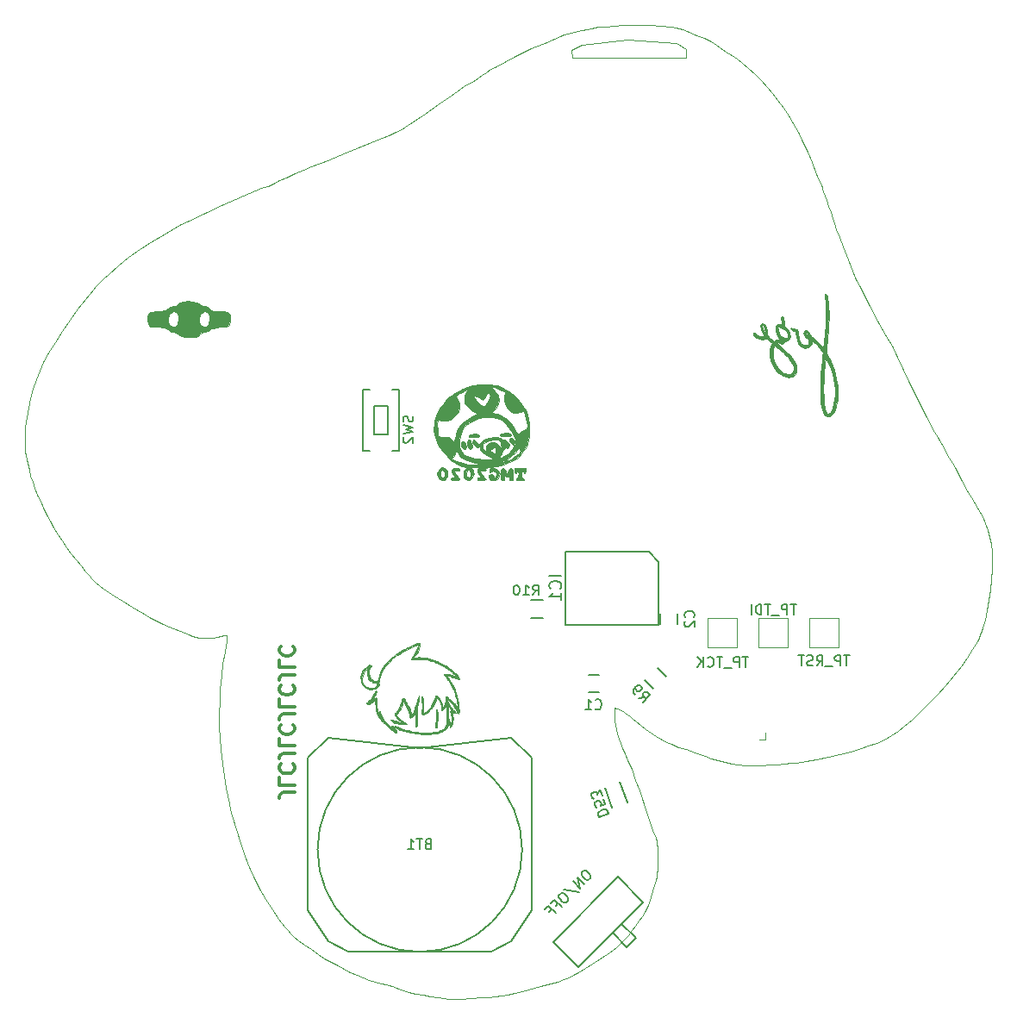
<source format=gbo>
%TF.GenerationSoftware,KiCad,Pcbnew,4.0.5+dfsg1-4*%
%TF.CreationDate,2019-11-28T21:25:46-08:00*%
%TF.ProjectId,VineBadge2020,56696E654261646765323032302E6B69,rev?*%
%TF.FileFunction,Legend,Bot*%
%FSLAX46Y46*%
G04 Gerber Fmt 4.6, Leading zero omitted, Abs format (unit mm)*
G04 Created by KiCad (PCBNEW 4.0.5+dfsg1-4) date Thu Nov 28 21:25:46 2019*
%MOMM*%
%LPD*%
G01*
G04 APERTURE LIST*
%ADD10C,0.100000*%
%ADD11C,0.300000*%
%ADD12C,0.010000*%
%ADD13C,0.150000*%
%ADD14C,0.120000*%
G04 APERTURE END LIST*
D10*
D11*
X120991429Y-121688572D02*
X119920000Y-121688572D01*
X119705714Y-121760000D01*
X119562857Y-121902857D01*
X119491429Y-122117143D01*
X119491429Y-122260000D01*
X119491429Y-120260000D02*
X119491429Y-120974286D01*
X120991429Y-120974286D01*
X119634286Y-118902857D02*
X119562857Y-118974286D01*
X119491429Y-119188572D01*
X119491429Y-119331429D01*
X119562857Y-119545714D01*
X119705714Y-119688572D01*
X119848571Y-119760000D01*
X120134286Y-119831429D01*
X120348571Y-119831429D01*
X120634286Y-119760000D01*
X120777143Y-119688572D01*
X120920000Y-119545714D01*
X120991429Y-119331429D01*
X120991429Y-119188572D01*
X120920000Y-118974286D01*
X120848571Y-118902857D01*
X120991429Y-117831429D02*
X119920000Y-117831429D01*
X119705714Y-117902857D01*
X119562857Y-118045714D01*
X119491429Y-118260000D01*
X119491429Y-118402857D01*
X119491429Y-116402857D02*
X119491429Y-117117143D01*
X120991429Y-117117143D01*
X119634286Y-115045714D02*
X119562857Y-115117143D01*
X119491429Y-115331429D01*
X119491429Y-115474286D01*
X119562857Y-115688571D01*
X119705714Y-115831429D01*
X119848571Y-115902857D01*
X120134286Y-115974286D01*
X120348571Y-115974286D01*
X120634286Y-115902857D01*
X120777143Y-115831429D01*
X120920000Y-115688571D01*
X120991429Y-115474286D01*
X120991429Y-115331429D01*
X120920000Y-115117143D01*
X120848571Y-115045714D01*
X120991429Y-113974286D02*
X119920000Y-113974286D01*
X119705714Y-114045714D01*
X119562857Y-114188571D01*
X119491429Y-114402857D01*
X119491429Y-114545714D01*
X119491429Y-112545714D02*
X119491429Y-113260000D01*
X120991429Y-113260000D01*
X119634286Y-111188571D02*
X119562857Y-111260000D01*
X119491429Y-111474286D01*
X119491429Y-111617143D01*
X119562857Y-111831428D01*
X119705714Y-111974286D01*
X119848571Y-112045714D01*
X120134286Y-112117143D01*
X120348571Y-112117143D01*
X120634286Y-112045714D01*
X120777143Y-111974286D01*
X120920000Y-111831428D01*
X120991429Y-111617143D01*
X120991429Y-111474286D01*
X120920000Y-111260000D01*
X120848571Y-111188571D01*
X120991429Y-110117143D02*
X119920000Y-110117143D01*
X119705714Y-110188571D01*
X119562857Y-110331428D01*
X119491429Y-110545714D01*
X119491429Y-110688571D01*
X119491429Y-108688571D02*
X119491429Y-109402857D01*
X120991429Y-109402857D01*
X119634286Y-107331428D02*
X119562857Y-107402857D01*
X119491429Y-107617143D01*
X119491429Y-107760000D01*
X119562857Y-107974285D01*
X119705714Y-108117143D01*
X119848571Y-108188571D01*
X120134286Y-108260000D01*
X120348571Y-108260000D01*
X120634286Y-108188571D01*
X120777143Y-108117143D01*
X120920000Y-107974285D01*
X120991429Y-107760000D01*
X120991429Y-107617143D01*
X120920000Y-107402857D01*
X120848571Y-107331428D01*
D10*
X135672421Y-141921116D02*
X135025389Y-141832416D01*
X135025389Y-141832416D02*
X134316972Y-141718351D01*
X134316972Y-141718351D02*
X133585642Y-141585231D01*
X133585642Y-141585231D02*
X132869876Y-141439363D01*
X132869876Y-141439363D02*
X132208147Y-141287056D01*
X132208147Y-141287056D02*
X131638930Y-141134619D01*
X131638930Y-141134619D02*
X131200700Y-140988360D01*
X131200700Y-140988360D02*
X131042728Y-140919520D01*
X131042728Y-140919520D02*
X130931931Y-140854590D01*
X130931931Y-140854590D02*
X130797893Y-140794510D01*
X130797893Y-140794510D02*
X130553602Y-140712160D01*
X130553602Y-140712160D02*
X130267718Y-140631320D01*
X130267718Y-140631320D02*
X130008901Y-140575760D01*
X130008901Y-140575760D02*
X129460359Y-140467654D01*
X129460359Y-140467654D02*
X128893379Y-140315190D01*
X128893379Y-140315190D02*
X128306935Y-140121361D01*
X128306935Y-140121361D02*
X127699998Y-139889158D01*
X127699998Y-139889158D02*
X127071541Y-139621573D01*
X127071541Y-139621573D02*
X126420536Y-139321599D01*
X126420536Y-139321599D02*
X125046771Y-138636449D01*
X125046771Y-138636449D02*
X124535018Y-138351508D01*
X124535018Y-138351508D02*
X123927302Y-137981001D01*
X123927302Y-137981001D02*
X123265558Y-137553840D01*
X123265558Y-137553840D02*
X122591723Y-137098940D01*
X122591723Y-137098940D02*
X121947732Y-136645214D01*
X121947732Y-136645214D02*
X121375519Y-136221576D01*
X121375519Y-136221576D02*
X120917020Y-135856941D01*
X120917020Y-135856941D02*
X120614171Y-135580221D01*
X120614171Y-135580221D02*
X120315025Y-135250531D01*
X120315025Y-135250531D02*
X120010689Y-134889147D01*
X120010689Y-134889147D02*
X119392691Y-134081774D01*
X119392691Y-134081774D02*
X118772661Y-133179057D01*
X118772661Y-133179057D02*
X118163086Y-132201953D01*
X118163086Y-132201953D02*
X117576452Y-131171416D01*
X117576452Y-131171416D02*
X117025244Y-130108403D01*
X117025244Y-130108403D02*
X116521948Y-129033869D01*
X116521948Y-129033869D02*
X116079051Y-127968769D01*
X116079051Y-127968769D02*
X115813685Y-127192023D01*
X115813685Y-127192023D02*
X115637071Y-126644247D01*
X115637071Y-126644247D02*
X114851051Y-123923258D01*
X114851051Y-123923258D02*
X114704019Y-123377545D01*
X114704019Y-123377545D02*
X114557889Y-122744575D01*
X114557889Y-122744575D02*
X114413736Y-122030713D01*
X114413736Y-122030713D02*
X114272636Y-121242323D01*
X114272636Y-121242323D02*
X114003898Y-119467422D01*
X114003898Y-119467422D02*
X113760281Y-117470788D01*
X113760281Y-117470788D02*
X113659795Y-116333215D01*
X113659795Y-116333215D02*
X113601545Y-115157308D01*
X113601545Y-115157308D02*
X113585175Y-113952798D01*
X113585175Y-113952798D02*
X113610315Y-112729414D01*
X113610315Y-112729414D02*
X113676605Y-111496888D01*
X113676605Y-111496888D02*
X113783681Y-110264951D01*
X113783681Y-110264951D02*
X113931183Y-109043333D01*
X113931183Y-109043333D02*
X114118748Y-107841764D01*
X114118748Y-107841764D02*
X114297726Y-106737864D01*
X114297726Y-106737864D02*
X114343046Y-106392933D01*
X114343046Y-106392933D02*
X114348846Y-106255418D01*
X114348846Y-106255418D02*
X114258856Y-106255552D01*
X114258856Y-106255552D02*
X114043279Y-106285392D01*
X114043279Y-106285392D02*
X113364595Y-106413471D01*
X113364595Y-106413471D02*
X112974684Y-106483811D01*
X112974684Y-106483811D02*
X112605346Y-106526181D01*
X112605346Y-106526181D02*
X112252206Y-106540211D01*
X112252206Y-106540211D02*
X111910889Y-106525511D01*
X111910889Y-106525511D02*
X111577021Y-106481711D01*
X111577021Y-106481711D02*
X111246233Y-106408421D01*
X111246233Y-106408421D02*
X110914139Y-106305276D01*
X110914139Y-106305276D02*
X110576371Y-106171894D01*
X110576371Y-106171894D02*
X109765694Y-105841926D01*
X109765694Y-105841926D02*
X108675011Y-105421578D01*
X108675011Y-105421578D02*
X108077598Y-105172283D01*
X108077598Y-105172283D02*
X107404644Y-104851816D01*
X107404644Y-104851816D02*
X106738608Y-104501489D01*
X106738608Y-104501489D02*
X106161951Y-104162614D01*
X106161951Y-104162614D02*
X105038834Y-103465196D01*
X105038834Y-103465196D02*
X104055981Y-102875691D01*
X104055981Y-102875691D02*
X103661216Y-102634428D01*
X103661216Y-102634428D02*
X103207651Y-102337949D01*
X103207651Y-102337949D02*
X102252030Y-101671891D01*
X102252030Y-101671891D02*
X101444945Y-101062609D01*
X101444945Y-101062609D02*
X101177049Y-100837102D01*
X101177049Y-100837102D02*
X101042221Y-100695199D01*
X101042221Y-100695199D02*
X100838844Y-100431968D01*
X100838844Y-100431968D02*
X100480651Y-100008812D01*
X100480651Y-100008812D02*
X99980424Y-99419472D01*
X99980424Y-99419472D02*
X99495778Y-98816786D01*
X99495778Y-98816786D02*
X99027691Y-98202512D01*
X99027691Y-98202512D02*
X98577142Y-97578411D01*
X98577142Y-97578411D02*
X98145108Y-96946240D01*
X98145108Y-96946240D02*
X97732568Y-96307759D01*
X97732568Y-96307759D02*
X97340499Y-95664727D01*
X97340499Y-95664727D02*
X96969880Y-95018902D01*
X96969880Y-95018902D02*
X96621689Y-94372045D01*
X96621689Y-94372045D02*
X96296903Y-93725913D01*
X96296903Y-93725913D02*
X95996501Y-93082265D01*
X95996501Y-93082265D02*
X95721461Y-92442861D01*
X95721461Y-92442861D02*
X95472761Y-91809460D01*
X95472761Y-91809460D02*
X95251379Y-91183821D01*
X95251379Y-91183821D02*
X95058293Y-90567702D01*
X95058293Y-90567702D02*
X94894481Y-89962863D01*
X94894481Y-89962863D02*
X94664032Y-88980819D01*
X94664032Y-88980819D02*
X94588655Y-88589558D01*
X94588655Y-88589558D02*
X94535796Y-88231601D01*
X94535796Y-88231601D02*
X94502420Y-87882044D01*
X94502420Y-87882044D02*
X94485492Y-87515985D01*
X94485492Y-87515985D02*
X94488842Y-86634746D01*
X94488842Y-86634746D02*
X94505910Y-86206974D01*
X94505910Y-86206974D02*
X94538714Y-85765193D01*
X94538714Y-85765193D02*
X94649137Y-84849041D01*
X94649137Y-84849041D02*
X94815327Y-83905170D01*
X94815327Y-83905170D02*
X95032496Y-82952456D01*
X95032496Y-82952456D02*
X95295859Y-82009779D01*
X95295859Y-82009779D02*
X95600631Y-81096017D01*
X95600631Y-81096017D02*
X95942024Y-80230049D01*
X95942024Y-80230049D02*
X96315252Y-79430753D01*
X96315252Y-79430753D02*
X96833894Y-78479280D01*
X96833894Y-78479280D02*
X97459502Y-77437775D01*
X97459502Y-77437775D02*
X98162589Y-76348061D01*
X98162589Y-76348061D02*
X98913665Y-75251963D01*
X98913665Y-75251963D02*
X99683243Y-74191303D01*
X99683243Y-74191303D02*
X100441834Y-73207905D01*
X100441834Y-73207905D02*
X101159950Y-72343594D01*
X101159950Y-72343594D02*
X101494615Y-71969165D01*
X101494615Y-71969165D02*
X101808102Y-71640192D01*
X101808102Y-71640192D02*
X102240961Y-71215205D01*
X102240961Y-71215205D02*
X102696539Y-70790775D01*
X102696539Y-70790775D02*
X103668570Y-69948664D01*
X103668570Y-69948664D02*
X104709627Y-69124019D01*
X104709627Y-69124019D02*
X105805147Y-68327000D01*
X105805147Y-68327000D02*
X106940563Y-67567770D01*
X106940563Y-67567770D02*
X108101310Y-66856487D01*
X108101310Y-66856487D02*
X109272822Y-66203313D01*
X109272822Y-66203313D02*
X109858062Y-65901692D01*
X109858062Y-65901692D02*
X110440532Y-65618409D01*
X110440532Y-65618409D02*
X114018287Y-63948449D01*
X114018287Y-63948449D02*
X115151995Y-63435895D01*
X115151995Y-63435895D02*
X115905842Y-63112190D01*
X115905842Y-63112190D02*
X117715072Y-62319111D01*
X117715072Y-62319111D02*
X117940699Y-62261661D01*
X117940699Y-62261661D02*
X118348877Y-62105243D01*
X118348877Y-62105243D02*
X118881660Y-61873744D01*
X118881660Y-61873744D02*
X119481102Y-61591054D01*
X119481102Y-61591054D02*
X120187159Y-61258905D01*
X120187159Y-61258905D02*
X121010244Y-60892740D01*
X121010244Y-60892740D02*
X121848071Y-60537016D01*
X121848071Y-60537016D02*
X122598352Y-60236189D01*
X122598352Y-60236189D02*
X124268352Y-59579254D01*
X124268352Y-59579254D02*
X125994392Y-58880015D01*
X125994392Y-58880015D02*
X129526272Y-57426082D01*
X129526272Y-57426082D02*
X130254829Y-57114893D01*
X130254829Y-57114893D02*
X130933081Y-56803220D01*
X130933081Y-56803220D02*
X131485256Y-56527252D01*
X131485256Y-56527252D02*
X131835582Y-56323178D01*
X131835582Y-56323178D02*
X133780972Y-55022769D01*
X133780972Y-55022769D02*
X135102206Y-54125923D01*
X135102206Y-54125923D02*
X136309972Y-53264503D01*
X136309972Y-53264503D02*
X137240639Y-52604256D01*
X137240639Y-52604256D02*
X137628618Y-52349178D01*
X137628618Y-52349178D02*
X137895652Y-52191091D01*
X137895652Y-52191091D02*
X138421495Y-51871149D01*
X138421495Y-51871149D02*
X139041582Y-51435034D01*
X139041582Y-51435034D02*
X139382873Y-51194808D01*
X139382873Y-51194808D02*
X139804131Y-50924276D01*
X139804131Y-50924276D02*
X140251839Y-50656584D01*
X140251839Y-50656584D02*
X140672482Y-50424877D01*
X140672482Y-50424877D02*
X142702902Y-49343954D01*
X142702902Y-49343954D02*
X143194531Y-49088761D01*
X143194531Y-49088761D02*
X143729778Y-48829785D01*
X143729778Y-48829785D02*
X144244013Y-48597293D01*
X144244013Y-48597293D02*
X144672602Y-48421551D01*
X144672602Y-48421551D02*
X145565609Y-48062389D01*
X145565609Y-48062389D02*
X146472702Y-47666197D01*
X146472702Y-47666197D02*
X147110982Y-47396595D01*
X147110982Y-47396595D02*
X147442464Y-47280875D01*
X147442464Y-47280875D02*
X147813871Y-47168966D01*
X147813871Y-47168966D02*
X148771548Y-46929859D01*
X148771548Y-46929859D02*
X150174192Y-46625817D01*
X150174192Y-46625817D02*
X150787157Y-46521450D01*
X150787157Y-46521450D02*
X151519688Y-46437363D01*
X151519688Y-46437363D02*
X152345180Y-46374419D01*
X152345180Y-46374419D02*
X153237027Y-46333477D01*
X153237027Y-46333477D02*
X154168622Y-46315401D01*
X154168622Y-46315401D02*
X155113358Y-46321052D01*
X155113358Y-46321052D02*
X156044630Y-46351288D01*
X156044630Y-46351288D02*
X156935832Y-46406972D01*
X156935832Y-46406972D02*
X158030677Y-46505703D01*
X158030677Y-46505703D02*
X158430722Y-46561768D01*
X158430722Y-46561768D02*
X158784188Y-46635137D01*
X158784188Y-46635137D02*
X159129828Y-46735436D01*
X159129828Y-46735436D02*
X159506397Y-46872292D01*
X159506397Y-46872292D02*
X160507332Y-47294180D01*
X160507332Y-47294180D02*
X161212581Y-47617127D01*
X161212581Y-47617127D02*
X161875998Y-47950792D01*
X161875998Y-47950792D02*
X162423040Y-48255839D01*
X162423040Y-48255839D02*
X162779162Y-48492935D01*
X162779162Y-48492935D02*
X163362461Y-48922885D01*
X163362461Y-48922885D02*
X163962102Y-49309754D01*
X163962102Y-49309754D02*
X164450714Y-49629753D01*
X164450714Y-49629753D02*
X164996024Y-50048763D01*
X164996024Y-50048763D02*
X165580192Y-50549475D01*
X165580192Y-50549475D02*
X166185377Y-51114581D01*
X166185377Y-51114581D02*
X166793738Y-51726774D01*
X166793738Y-51726774D02*
X167387434Y-52368745D01*
X167387434Y-52368745D02*
X167948626Y-53023188D01*
X167948626Y-53023188D02*
X168459472Y-53672791D01*
X168459472Y-53672791D02*
X168994275Y-54417591D01*
X168994275Y-54417591D02*
X169499247Y-55184442D01*
X169499247Y-55184442D02*
X169980831Y-55985647D01*
X169980831Y-55985647D02*
X170445468Y-56833507D01*
X170445468Y-56833507D02*
X170899600Y-57740326D01*
X170899600Y-57740326D02*
X171349669Y-58718406D01*
X171349669Y-58718406D02*
X171802115Y-59780048D01*
X171802115Y-59780048D02*
X172263382Y-60937557D01*
X172263382Y-60937557D02*
X172791802Y-62222823D01*
X172791802Y-62222823D02*
X172828622Y-62365942D01*
X172828622Y-62365942D02*
X172928868Y-62659131D01*
X172928868Y-62659131D02*
X173258404Y-63524840D01*
X173258404Y-63524840D02*
X173463200Y-64065459D01*
X173463200Y-64065459D02*
X173675901Y-64671436D01*
X173675901Y-64671436D02*
X173871371Y-65268671D01*
X173871371Y-65268671D02*
X174024474Y-65783067D01*
X174024474Y-65783067D02*
X174208932Y-66367614D01*
X174208932Y-66367614D02*
X174489788Y-67155853D01*
X174489788Y-67155853D02*
X174828864Y-68044517D01*
X174828864Y-68044517D02*
X175187984Y-68930334D01*
X175187984Y-68930334D02*
X175798198Y-70412535D01*
X175798198Y-70412535D02*
X176052004Y-71082605D01*
X176052004Y-71082605D02*
X176155974Y-71326088D01*
X176155974Y-71326088D02*
X176435830Y-71887277D01*
X176435830Y-71887277D02*
X177330868Y-73600482D01*
X177330868Y-73600482D02*
X178352459Y-75497635D01*
X178352459Y-75497635D02*
X179115944Y-76854153D01*
X179115944Y-76854153D02*
X179668284Y-77833061D01*
X179668284Y-77833061D02*
X180138844Y-78755936D01*
X180138844Y-78755936D02*
X181412864Y-81404844D01*
X181412864Y-81404844D02*
X182985844Y-84665039D01*
X182985844Y-84665039D02*
X183286066Y-85277387D01*
X183286066Y-85277387D02*
X183577706Y-85840069D01*
X183577706Y-85840069D02*
X183827426Y-86290681D01*
X183827426Y-86290681D02*
X184001884Y-86566822D01*
X184001884Y-86566822D02*
X184153504Y-86792901D01*
X184153504Y-86792901D02*
X184341034Y-87107208D01*
X184341034Y-87107208D02*
X184728467Y-87834163D01*
X184728467Y-87834163D02*
X185103771Y-88550099D01*
X185103771Y-88550099D02*
X185413757Y-89063991D01*
X185413757Y-89063991D02*
X185577393Y-89324994D01*
X185577393Y-89324994D02*
X185828167Y-89762119D01*
X185828167Y-89762119D02*
X186454527Y-90921006D01*
X186454527Y-90921006D02*
X187145858Y-92190670D01*
X187145858Y-92190670D02*
X187466961Y-92747707D01*
X187466961Y-92747707D02*
X187716477Y-93155138D01*
X187716477Y-93155138D02*
X188160300Y-93878038D01*
X188160300Y-93878038D02*
X188535434Y-94575716D01*
X188535434Y-94575716D02*
X188844938Y-95257710D01*
X188844938Y-95257710D02*
X189091870Y-95933558D01*
X189091870Y-95933558D02*
X189279285Y-96612799D01*
X189279285Y-96612799D02*
X189410243Y-97304971D01*
X189410243Y-97304971D02*
X189487803Y-98019611D01*
X189487803Y-98019611D02*
X189515023Y-98766259D01*
X189515023Y-98766259D02*
X189493933Y-99715172D01*
X189493933Y-99715172D02*
X189426633Y-100723241D01*
X189426633Y-100723241D02*
X189318334Y-101757609D01*
X189318334Y-101757609D02*
X189174238Y-102785419D01*
X189174238Y-102785419D02*
X188999551Y-103773813D01*
X188999551Y-103773813D02*
X188799478Y-104689933D01*
X188799478Y-104689933D02*
X188579226Y-105500922D01*
X188579226Y-105500922D02*
X188463159Y-105856724D01*
X188463159Y-105856724D02*
X188343999Y-106173921D01*
X188343999Y-106173921D02*
X188200028Y-106502067D01*
X188200028Y-106502067D02*
X188026643Y-106851137D01*
X188026643Y-106851137D02*
X187596293Y-107605852D01*
X187596293Y-107605852D02*
X187062266Y-108425670D01*
X187062266Y-108425670D02*
X186433879Y-109298192D01*
X186433879Y-109298192D02*
X185720449Y-110211023D01*
X185720449Y-110211023D02*
X184931293Y-111151764D01*
X184931293Y-111151764D02*
X184075730Y-112108020D01*
X184075730Y-112108020D02*
X183163076Y-113067393D01*
X183163076Y-113067393D02*
X182346514Y-113880224D01*
X182346514Y-113880224D02*
X181604227Y-114572113D01*
X181604227Y-114572113D02*
X180911982Y-115160019D01*
X180911982Y-115160019D02*
X180245546Y-115660900D01*
X180245546Y-115660900D02*
X179580687Y-116091716D01*
X179580687Y-116091716D02*
X178893172Y-116469426D01*
X178893172Y-116469426D02*
X178158769Y-116810988D01*
X178158769Y-116810988D02*
X177353246Y-117133362D01*
X177353246Y-117133362D02*
X176602872Y-117382243D01*
X176602872Y-117382243D02*
X175640622Y-117653449D01*
X175640622Y-117653449D02*
X174542385Y-117930344D01*
X174542385Y-117930344D02*
X173384047Y-118196296D01*
X173384047Y-118196296D02*
X172241498Y-118434671D01*
X172241498Y-118434671D02*
X171190624Y-118628834D01*
X171190624Y-118628834D02*
X170307314Y-118762153D01*
X170307314Y-118762153D02*
X169952211Y-118800793D01*
X169952211Y-118800793D02*
X169667456Y-118817993D01*
X169667456Y-118817993D02*
X169192006Y-118829133D01*
X169192006Y-118829133D02*
X168141412Y-118936329D01*
X168141412Y-118936329D02*
X168060232Y-118948559D01*
X168060232Y-118948559D02*
X168093212Y-118949260D01*
X168093212Y-118949260D02*
X168109872Y-118949055D01*
X168109872Y-118949055D02*
X168103872Y-118950455D01*
X168103872Y-118950455D02*
X167955833Y-118964245D01*
X167955833Y-118964245D02*
X166637799Y-119077707D01*
X166637799Y-119077707D02*
X165959631Y-119079907D01*
X165959631Y-119079907D02*
X165275066Y-119046167D01*
X165275066Y-119046167D02*
X164588385Y-118977187D01*
X164588385Y-118977187D02*
X163903874Y-118873733D01*
X163903874Y-118873733D02*
X163225814Y-118736559D01*
X163225814Y-118736559D02*
X162558490Y-118566420D01*
X162558490Y-118566420D02*
X161906184Y-118364073D01*
X161906184Y-118364073D02*
X161273179Y-118130275D01*
X161273179Y-118130275D02*
X160294503Y-117763143D01*
X160294503Y-117763143D02*
X159411399Y-117469600D01*
X159411399Y-117469600D02*
X158652305Y-117219187D01*
X158652305Y-117219187D02*
X157971789Y-116955745D01*
X157971789Y-116955745D02*
X157536274Y-116746088D01*
X157536274Y-116746088D02*
X157041934Y-116475342D01*
X157041934Y-116475342D02*
X156512730Y-116159326D01*
X156512730Y-116159326D02*
X155972623Y-115813860D01*
X155972623Y-115813860D02*
X155445575Y-115454766D01*
X155445575Y-115454766D02*
X154955547Y-115097861D01*
X154955547Y-115097861D02*
X154526502Y-114758967D01*
X154526502Y-114758967D02*
X154182399Y-114453903D01*
X154182399Y-114453903D02*
X153955120Y-114247314D01*
X153955120Y-114247314D02*
X153717411Y-114053804D01*
X153717411Y-114053804D02*
X153476011Y-113877483D01*
X153476011Y-113877483D02*
X153237659Y-113722457D01*
X153237659Y-113722457D02*
X153009095Y-113592837D01*
X153009095Y-113592837D02*
X152797057Y-113492729D01*
X152797057Y-113492729D02*
X152608285Y-113426239D01*
X152608285Y-113426239D02*
X152449519Y-113397479D01*
X152449519Y-113397479D02*
X152426089Y-113625489D01*
X152426089Y-113625489D02*
X152417489Y-114176524D01*
X152417489Y-114176524D02*
X152433619Y-114608153D01*
X152433619Y-114608153D02*
X152480069Y-115044325D01*
X152480069Y-115044325D02*
X152557319Y-115486778D01*
X152557319Y-115486778D02*
X152665840Y-115937253D01*
X152665840Y-115937253D02*
X152806114Y-116397489D01*
X152806114Y-116397489D02*
X152978617Y-116869225D01*
X152978617Y-116869225D02*
X153183826Y-117354201D01*
X153183826Y-117354201D02*
X153422218Y-117854155D01*
X153422218Y-117854155D02*
X153720709Y-118512229D01*
X153720709Y-118512229D02*
X154087877Y-119416851D01*
X154087877Y-119416851D02*
X154477138Y-120448765D01*
X154477138Y-120448765D02*
X154841908Y-121488710D01*
X154841908Y-121488710D02*
X155569196Y-123627022D01*
X155569196Y-123627022D02*
X156170558Y-125349489D01*
X156170558Y-125349489D02*
X156448477Y-126163185D01*
X156448477Y-126163185D02*
X156538607Y-126482071D01*
X156538607Y-126482071D02*
X156602177Y-126775825D01*
X156602177Y-126775825D02*
X156643687Y-127069579D01*
X156643687Y-127069579D02*
X156667627Y-127388464D01*
X156667627Y-127388464D02*
X156680767Y-128202160D01*
X156680767Y-128202160D02*
X156663947Y-128984474D01*
X156663947Y-128984474D02*
X156639647Y-129315129D01*
X156639647Y-129315129D02*
X156601347Y-129628497D01*
X156601347Y-129628497D02*
X156546487Y-129941866D01*
X156546487Y-129941866D02*
X156472507Y-130272520D01*
X156472507Y-130272520D02*
X156256947Y-131054834D01*
X156256947Y-131054834D02*
X155874629Y-132249401D01*
X155874629Y-132249401D02*
X155692925Y-132758497D01*
X155692925Y-132758497D02*
X155548517Y-133118513D01*
X155548517Y-133118513D02*
X155376165Y-133450975D01*
X155376165Y-133450975D02*
X155130331Y-133854613D01*
X155130331Y-133854613D02*
X154829017Y-134305055D01*
X154829017Y-134305055D02*
X154490222Y-134777927D01*
X154490222Y-134777927D02*
X154131948Y-135248859D01*
X154131948Y-135248859D02*
X153772195Y-135693477D01*
X153772195Y-135693477D02*
X153428965Y-136087409D01*
X153428965Y-136087409D02*
X153120257Y-136406284D01*
X153120257Y-136406284D02*
X152567507Y-136935363D01*
X152567507Y-136935363D02*
X152284692Y-137187555D01*
X152284692Y-137187555D02*
X151907407Y-137385403D01*
X151907407Y-137385403D02*
X150225707Y-138482255D01*
X150225707Y-138482255D02*
X148897874Y-139333482D01*
X148897874Y-139333482D02*
X148401704Y-139619264D01*
X148401704Y-139619264D02*
X147934773Y-139848527D01*
X147934773Y-139848527D02*
X147435139Y-140048802D01*
X147435139Y-140048802D02*
X146840859Y-140247614D01*
X146840859Y-140247614D02*
X145120587Y-140750964D01*
X145120587Y-140750964D02*
X143322725Y-141243252D01*
X143322725Y-141243252D02*
X142594868Y-141419092D01*
X142594868Y-141419092D02*
X141935743Y-141556651D01*
X141935743Y-141556651D02*
X141311361Y-141662372D01*
X141311361Y-141662372D02*
X140687731Y-141742692D01*
X140687731Y-141742692D02*
X140030866Y-141804062D01*
X140030866Y-141804062D02*
X139306777Y-141852922D01*
X139306777Y-141852922D02*
X137269147Y-141982671D01*
X137269147Y-141982671D02*
X136933020Y-141993481D01*
X136933020Y-141993481D02*
X136519912Y-141985381D01*
X136519912Y-141985381D02*
X136082219Y-141960521D01*
X136082219Y-141960521D02*
X135672337Y-141920931D01*
X135672337Y-141920931D02*
X135672377Y-141920992D01*
X135672377Y-141920992D02*
X135672421Y-141921116D01*
X149184032Y-48226688D02*
X153719747Y-47754217D01*
X153719747Y-47754217D02*
X158538944Y-48084946D01*
X158538944Y-48084946D02*
X159460260Y-48722781D01*
X159460260Y-48722781D02*
X159483890Y-49549604D01*
X159483890Y-49549604D02*
X148262715Y-49549604D01*
X148262715Y-49549604D02*
X148215465Y-48793652D01*
X148215465Y-48793652D02*
X149184028Y-48226688D01*
X149184028Y-48226688D02*
X149184032Y-48226688D01*
D12*
G36*
X133101062Y-106996974D02*
X132996714Y-107040746D01*
X132851948Y-107107033D01*
X132678763Y-107190381D01*
X132534322Y-107262386D01*
X132331758Y-107364052D01*
X132133668Y-107462044D01*
X131956737Y-107548210D01*
X131817650Y-107614394D01*
X131758998Y-107641259D01*
X131576203Y-107734490D01*
X131356508Y-107865130D01*
X131116584Y-108021629D01*
X130873101Y-108192439D01*
X130642731Y-108366012D01*
X130442145Y-108530799D01*
X130337352Y-108626075D01*
X130015195Y-108955701D01*
X129754204Y-109270499D01*
X129547777Y-109581612D01*
X129389318Y-109900187D01*
X129272225Y-110237370D01*
X129200422Y-110546243D01*
X129161112Y-110754886D01*
X128973184Y-110753600D01*
X128818394Y-110740499D01*
X128695235Y-110696764D01*
X128590213Y-110612149D01*
X128489837Y-110476413D01*
X128401365Y-110319457D01*
X128352276Y-110206510D01*
X128325455Y-110086022D01*
X128315327Y-109929594D01*
X128314734Y-109878057D01*
X128316721Y-109730701D01*
X128328910Y-109629532D01*
X128358341Y-109548233D01*
X128412054Y-109460489D01*
X128435424Y-109426889D01*
X128502133Y-109328667D01*
X128530173Y-109270714D01*
X128524152Y-109235042D01*
X128491988Y-109206075D01*
X128415077Y-109166744D01*
X128333149Y-109168512D01*
X128228236Y-109214663D01*
X128138105Y-109270743D01*
X127913670Y-109454583D01*
X127733835Y-109673156D01*
X127600136Y-109916317D01*
X127514107Y-110173921D01*
X127477284Y-110435823D01*
X127491202Y-110691877D01*
X127557396Y-110931939D01*
X127677402Y-111145863D01*
X127830192Y-111305632D01*
X128015152Y-111443789D01*
X128177472Y-111531089D01*
X128337490Y-111575147D01*
X128515548Y-111583582D01*
X128565496Y-111581002D01*
X128814077Y-111544058D01*
X129008092Y-111467709D01*
X129156396Y-111347827D01*
X129208896Y-111281029D01*
X129286474Y-111146259D01*
X129309223Y-111049603D01*
X129277905Y-110994692D01*
X129193282Y-110985159D01*
X129148674Y-110993845D01*
X129081274Y-111025859D01*
X129075006Y-111079700D01*
X129075721Y-111082020D01*
X129064365Y-111150313D01*
X129007983Y-111238853D01*
X128922331Y-111328238D01*
X128823165Y-111399066D01*
X128814519Y-111403660D01*
X128664511Y-111446486D01*
X128481116Y-111447688D01*
X128288319Y-111410086D01*
X128110101Y-111336499D01*
X128077112Y-111316952D01*
X127877888Y-111152715D01*
X127736875Y-110954308D01*
X127653897Y-110730662D01*
X127628781Y-110490712D01*
X127661353Y-110243389D01*
X127751438Y-109997626D01*
X127898862Y-109762357D01*
X128103451Y-109546514D01*
X128111769Y-109539314D01*
X128196187Y-109466743D01*
X128167316Y-109557457D01*
X128147920Y-109671999D01*
X128142003Y-109831668D01*
X128148411Y-110010511D01*
X128165990Y-110182575D01*
X128193583Y-110321907D01*
X128202597Y-110350535D01*
X128232419Y-110450802D01*
X128243268Y-110522185D01*
X128240391Y-110538110D01*
X128250136Y-110588649D01*
X128324728Y-110661468D01*
X128460958Y-110753645D01*
X128506609Y-110780729D01*
X128603515Y-110840626D01*
X128670477Y-110888960D01*
X128688495Y-110907755D01*
X128729445Y-110924269D01*
X128820244Y-110933442D01*
X128938570Y-110935530D01*
X129062098Y-110930787D01*
X129168505Y-110919466D01*
X129235469Y-110901822D01*
X129236051Y-110901515D01*
X129277982Y-110855489D01*
X129307002Y-110761880D01*
X129325025Y-110632935D01*
X129349652Y-110455689D01*
X129382197Y-110311711D01*
X129418937Y-110213744D01*
X129456153Y-110174532D01*
X129458953Y-110174314D01*
X129477515Y-110148339D01*
X129473106Y-110128854D01*
X129479188Y-110068343D01*
X129517432Y-109962072D01*
X129580260Y-109825002D01*
X129660091Y-109672093D01*
X129749346Y-109518307D01*
X129840443Y-109378605D01*
X129882096Y-109321600D01*
X130216071Y-108934793D01*
X130607313Y-108568140D01*
X131040792Y-108235523D01*
X131107543Y-108190083D01*
X131234754Y-108111521D01*
X131414358Y-108009690D01*
X131632746Y-107891496D01*
X131876309Y-107763842D01*
X132131437Y-107633634D01*
X132384522Y-107507777D01*
X132621955Y-107393175D01*
X132830128Y-107296733D01*
X132995430Y-107225356D01*
X133053377Y-107202822D01*
X133148640Y-107167835D01*
X133112463Y-107310361D01*
X133081380Y-107399652D01*
X133047755Y-107449276D01*
X133038367Y-107452886D01*
X133018651Y-107468857D01*
X133024545Y-107476984D01*
X133017549Y-107516082D01*
X132981534Y-107604742D01*
X132923435Y-107729486D01*
X132850187Y-107876837D01*
X132768725Y-108033317D01*
X132685984Y-108185450D01*
X132608899Y-108319758D01*
X132544406Y-108422762D01*
X132520699Y-108456155D01*
X132467016Y-108548679D01*
X132474512Y-108606668D01*
X132544690Y-108631449D01*
X132679051Y-108624349D01*
X132706475Y-108620364D01*
X132823359Y-108608986D01*
X132985471Y-108601850D01*
X133165544Y-108599927D01*
X133248400Y-108601094D01*
X133417021Y-108604894D01*
X133570178Y-108608136D01*
X133685443Y-108610355D01*
X133724313Y-108610968D01*
X133847704Y-108623703D01*
X134018474Y-108656078D01*
X134215807Y-108702900D01*
X134418892Y-108758977D01*
X134606914Y-108819118D01*
X134706025Y-108855863D01*
X134937442Y-108955334D01*
X135193550Y-109077613D01*
X135456487Y-109213118D01*
X135708393Y-109352267D01*
X135931406Y-109485477D01*
X136107665Y-109603166D01*
X136130545Y-109620074D01*
X136289020Y-109745964D01*
X136465087Y-109896010D01*
X136625990Y-110042102D01*
X136657867Y-110072633D01*
X136773343Y-110186750D01*
X136833635Y-110255180D01*
X136836706Y-110281650D01*
X136780518Y-110269890D01*
X136663034Y-110223628D01*
X136591835Y-110193490D01*
X136500993Y-110160873D01*
X136441034Y-110150669D01*
X136431888Y-110153731D01*
X136391590Y-110151403D01*
X136363238Y-110133271D01*
X136322593Y-110111727D01*
X136314543Y-110119886D01*
X136292101Y-110122790D01*
X136258037Y-110100019D01*
X136190685Y-110072769D01*
X136077383Y-110051647D01*
X135944660Y-110039121D01*
X135819047Y-110037661D01*
X135727071Y-110049736D01*
X135724900Y-110050399D01*
X135671192Y-110084951D01*
X135661400Y-110108115D01*
X135681962Y-110147626D01*
X135735525Y-110227470D01*
X135809905Y-110331191D01*
X135892920Y-110442335D01*
X135972385Y-110544446D01*
X136036116Y-110621068D01*
X136059675Y-110646029D01*
X136133009Y-110735362D01*
X136226046Y-110877698D01*
X136331008Y-111058872D01*
X136440117Y-111264721D01*
X136545597Y-111481078D01*
X136639668Y-111693781D01*
X136653615Y-111727693D01*
X136720943Y-111914609D01*
X136789353Y-112141437D01*
X136854735Y-112390254D01*
X136912976Y-112643141D01*
X136959963Y-112882174D01*
X136991584Y-113089432D01*
X137003726Y-113246995D01*
X137003748Y-113253537D01*
X137003524Y-113385600D01*
X136946807Y-113276824D01*
X136893044Y-113183869D01*
X136843688Y-113113538D01*
X136791481Y-113033075D01*
X136774768Y-112995529D01*
X136736419Y-112941908D01*
X136710757Y-112932029D01*
X136668136Y-112908162D01*
X136588009Y-112844103D01*
X136483999Y-112751159D01*
X136422457Y-112692705D01*
X136305442Y-112581354D01*
X136199969Y-112484741D01*
X136122255Y-112417567D01*
X136099952Y-112400361D01*
X136041957Y-112341456D01*
X136024257Y-112296432D01*
X135992901Y-112258576D01*
X135914757Y-112253132D01*
X135805257Y-112260743D01*
X135810215Y-112537746D01*
X135797245Y-112776437D01*
X135753234Y-113000352D01*
X135683368Y-113188633D01*
X135624488Y-113284704D01*
X135590022Y-113325194D01*
X135567310Y-113329104D01*
X135548627Y-113285992D01*
X135526245Y-113185420D01*
X135517073Y-113139561D01*
X135475999Y-112988989D01*
X135412237Y-112814604D01*
X135342694Y-112660599D01*
X135226983Y-112458771D01*
X135115067Y-112309169D01*
X135011580Y-112214414D01*
X134921159Y-112177126D01*
X134848439Y-112199927D01*
X134798057Y-112285439D01*
X134783973Y-112344697D01*
X134745240Y-112491644D01*
X134677148Y-112675914D01*
X134590146Y-112874151D01*
X134494682Y-113062998D01*
X134401204Y-113219098D01*
X134378091Y-113252014D01*
X134223136Y-113438514D01*
X134037979Y-113623611D01*
X133845678Y-113785859D01*
X133690171Y-113891934D01*
X133592408Y-113952568D01*
X133549116Y-113992881D01*
X133550276Y-114025832D01*
X133569144Y-114048467D01*
X133612608Y-114079356D01*
X133661444Y-114070428D01*
X133731689Y-114025277D01*
X133809551Y-113974423D01*
X133861436Y-113948773D01*
X133866068Y-113948029D01*
X133906947Y-113926619D01*
X133981154Y-113872318D01*
X134023752Y-113837777D01*
X134129299Y-113750291D01*
X134231195Y-113667070D01*
X134255781Y-113647277D01*
X134340885Y-113561293D01*
X134421791Y-113452536D01*
X134433991Y-113432433D01*
X134486261Y-113353526D01*
X134526064Y-113313323D01*
X134535211Y-113312205D01*
X134557220Y-113286517D01*
X134602535Y-113208821D01*
X134664167Y-113093057D01*
X134735130Y-112953164D01*
X134808437Y-112803084D01*
X134877101Y-112656754D01*
X134934135Y-112528114D01*
X134960272Y-112464178D01*
X134981008Y-112419871D01*
X135003720Y-112413551D01*
X135040012Y-112452712D01*
X135101492Y-112544848D01*
X135113045Y-112562831D01*
X135281158Y-112885376D01*
X135377648Y-113217788D01*
X135396471Y-113355763D01*
X135411254Y-113477606D01*
X135428501Y-113567129D01*
X135443128Y-113602970D01*
X135496230Y-113595982D01*
X135575050Y-113536640D01*
X135668393Y-113435073D01*
X135748187Y-113326985D01*
X135869663Y-113146603D01*
X135892321Y-113556387D01*
X135904524Y-113777505D01*
X135918491Y-114031213D01*
X135932027Y-114277641D01*
X135938279Y-114391703D01*
X135946342Y-114647643D01*
X135936614Y-114847520D01*
X135905696Y-115006399D01*
X135850186Y-115139349D01*
X135766684Y-115261437D01*
X135732978Y-115301259D01*
X135551994Y-115465137D01*
X135320892Y-115598954D01*
X135030522Y-115707805D01*
X134971853Y-115724971D01*
X134715655Y-115778352D01*
X134404999Y-115812453D01*
X134055296Y-115827619D01*
X133681956Y-115824198D01*
X133300389Y-115802534D01*
X132926003Y-115762977D01*
X132574210Y-115705870D01*
X132395685Y-115667047D01*
X132162014Y-115606388D01*
X131912715Y-115534238D01*
X131665196Y-115456292D01*
X131436860Y-115378246D01*
X131245112Y-115305793D01*
X131112139Y-115247054D01*
X130984980Y-115188556D01*
X130905437Y-115166965D01*
X130860712Y-115178973D01*
X130858139Y-115181404D01*
X130841072Y-115226561D01*
X130880757Y-115269829D01*
X130931945Y-115321476D01*
X130944257Y-115350471D01*
X130976677Y-115376842D01*
X131064448Y-115418736D01*
X131193335Y-115471072D01*
X131349103Y-115528771D01*
X131517518Y-115586750D01*
X131684346Y-115639930D01*
X131835351Y-115683230D01*
X131955572Y-115711431D01*
X132019296Y-115724730D01*
X132122576Y-115747349D01*
X132173286Y-115758683D01*
X132330279Y-115792350D01*
X132506309Y-115827570D01*
X132676044Y-115859508D01*
X132814153Y-115883326D01*
X132867400Y-115891206D01*
X132946256Y-115901546D01*
X133072273Y-115918094D01*
X133220657Y-115937594D01*
X133248400Y-115941242D01*
X133357653Y-115951557D01*
X133506378Y-115960153D01*
X133679091Y-115966776D01*
X133860313Y-115971176D01*
X134034560Y-115973100D01*
X134186352Y-115972298D01*
X134300207Y-115968517D01*
X134360644Y-115961506D01*
X134365379Y-115959396D01*
X134402597Y-115953794D01*
X134493831Y-115944593D01*
X134620729Y-115933611D01*
X134645400Y-115931629D01*
X134819304Y-115911281D01*
X134990212Y-115880069D01*
X135141154Y-115842294D01*
X135255160Y-115802256D01*
X135315260Y-115764255D01*
X135317268Y-115761372D01*
X135368552Y-115730290D01*
X135400156Y-115726029D01*
X135473083Y-115703062D01*
X135576941Y-115644137D01*
X135690951Y-115564215D01*
X135794337Y-115478259D01*
X135866321Y-115401230D01*
X135879280Y-115381004D01*
X135928157Y-115314978D01*
X135970152Y-115290600D01*
X135999366Y-115272138D01*
X136031670Y-115210443D01*
X136070952Y-115096056D01*
X136118022Y-114930904D01*
X136139120Y-114873329D01*
X136161369Y-114880653D01*
X136175028Y-114902802D01*
X136196135Y-114974384D01*
X136209652Y-115083613D01*
X136211632Y-115128343D01*
X136217738Y-115230052D01*
X136236258Y-115276514D01*
X136275632Y-115284944D01*
X136287669Y-115283444D01*
X136337908Y-115254021D01*
X136390295Y-115174616D01*
X136451218Y-115035266D01*
X136457918Y-115017932D01*
X136505030Y-114884674D01*
X136533534Y-114768573D01*
X136547320Y-114643356D01*
X136550279Y-114482750D01*
X136549860Y-114448653D01*
X136405405Y-114448653D01*
X136383943Y-114725497D01*
X136369808Y-114817284D01*
X136341926Y-114978967D01*
X136268817Y-114835427D01*
X136217436Y-114743314D01*
X136174834Y-114681714D01*
X136164009Y-114671353D01*
X136149579Y-114628684D01*
X136135571Y-114529599D01*
X136123853Y-114390239D01*
X136117814Y-114272210D01*
X136104649Y-113992543D01*
X136087370Y-113721362D01*
X136067415Y-113477655D01*
X136046225Y-113280410D01*
X136038256Y-113222314D01*
X136019313Y-113095314D01*
X136153929Y-113285814D01*
X136226365Y-113383842D01*
X136283224Y-113452610D01*
X136310615Y-113476340D01*
X136329030Y-113507525D01*
X136337918Y-113567054D01*
X136330790Y-113635100D01*
X136310704Y-113657743D01*
X136282677Y-113688697D01*
X136283288Y-113773150D01*
X136311249Y-113898485D01*
X136345909Y-114002457D01*
X136392559Y-114201910D01*
X136405405Y-114448653D01*
X136549860Y-114448653D01*
X136549274Y-114401075D01*
X136543974Y-114239946D01*
X136534756Y-114101541D01*
X136523135Y-114005037D01*
X136515646Y-113975243D01*
X136508029Y-113936265D01*
X136539542Y-113917445D01*
X136625153Y-113911876D01*
X136653233Y-113911743D01*
X136757064Y-113904340D01*
X136827445Y-113885649D01*
X136840861Y-113875173D01*
X136826794Y-113835307D01*
X136770243Y-113758923D01*
X136681588Y-113659225D01*
X136627692Y-113603990D01*
X136422218Y-113384184D01*
X136270120Y-113183902D01*
X136160861Y-112988292D01*
X136118571Y-112886440D01*
X136076483Y-112792603D01*
X136038244Y-112739267D01*
X136021167Y-112734367D01*
X135994519Y-112728686D01*
X135995866Y-112671908D01*
X136022075Y-112587314D01*
X136039392Y-112561241D01*
X136067929Y-112560937D01*
X136116742Y-112592736D01*
X136194886Y-112662975D01*
X136311417Y-112777989D01*
X136349468Y-112816360D01*
X136498829Y-112973485D01*
X136609671Y-113108407D01*
X136699314Y-113245279D01*
X136785074Y-113408255D01*
X136807772Y-113455558D01*
X136874937Y-113602502D01*
X136928206Y-113728856D01*
X136960795Y-113817952D01*
X136967685Y-113848559D01*
X136997594Y-113906687D01*
X137063563Y-113935843D01*
X137121000Y-113924835D01*
X137137494Y-113878028D01*
X137145274Y-113772570D01*
X137145134Y-113621757D01*
X137137869Y-113438886D01*
X137124272Y-113237250D01*
X137105140Y-113030146D01*
X137081266Y-112830869D01*
X137053445Y-112652714D01*
X137041194Y-112589401D01*
X136874821Y-111965723D01*
X136639661Y-111364055D01*
X136336855Y-110786997D01*
X136071358Y-110379403D01*
X136007064Y-110284268D01*
X135966611Y-110215738D01*
X135958624Y-110191567D01*
X135998596Y-110195171D01*
X136091064Y-110219858D01*
X136220887Y-110260405D01*
X136372925Y-110311592D01*
X136532037Y-110368197D01*
X136683081Y-110424998D01*
X136810918Y-110476774D01*
X136889024Y-110512429D01*
X137045886Y-110581625D01*
X137151623Y-110607519D01*
X137209734Y-110594586D01*
X137223717Y-110547303D01*
X137197075Y-110470144D01*
X137133303Y-110367585D01*
X137035902Y-110244103D01*
X136908372Y-110104173D01*
X136754211Y-109952271D01*
X136576918Y-109792873D01*
X136379994Y-109630454D01*
X136166937Y-109469490D01*
X135964188Y-109329503D01*
X135841640Y-109251591D01*
X135739944Y-109192238D01*
X135675654Y-109160909D01*
X135664830Y-109158314D01*
X135626891Y-109131229D01*
X135625114Y-109119887D01*
X135603310Y-109097327D01*
X135591754Y-109102078D01*
X135541939Y-109097417D01*
X135510111Y-109074413D01*
X135451139Y-109030602D01*
X135425543Y-109021071D01*
X135355687Y-109000210D01*
X135265854Y-108960535D01*
X135180921Y-108914835D01*
X135125767Y-108875899D01*
X135117114Y-108862518D01*
X135087730Y-108835019D01*
X135063917Y-108831743D01*
X134994579Y-108816495D01*
X134883722Y-108776636D01*
X134754232Y-108720989D01*
X134668502Y-108679295D01*
X134581133Y-108643941D01*
X134539128Y-108632669D01*
X134472986Y-108618263D01*
X134361741Y-108592487D01*
X134243882Y-108564384D01*
X133918756Y-108494557D01*
X133652484Y-108456732D01*
X133440213Y-108450027D01*
X133344790Y-108448808D01*
X133291938Y-108437158D01*
X133288028Y-108427191D01*
X133270227Y-108409695D01*
X133204778Y-108402201D01*
X133115800Y-108403941D01*
X133027413Y-108414145D01*
X132963737Y-108432044D01*
X132954237Y-108437838D01*
X132897351Y-108455733D01*
X132822567Y-108451803D01*
X132755129Y-108432068D01*
X132720278Y-108402548D01*
X132725055Y-108383180D01*
X132879087Y-108188546D01*
X132995340Y-108014529D01*
X133089190Y-107833914D01*
X133176010Y-107619487D01*
X133209756Y-107525199D01*
X133274466Y-107310072D01*
X133297566Y-107151490D01*
X133278730Y-107046315D01*
X133217630Y-106991404D01*
X133152994Y-106981172D01*
X133101062Y-106996974D01*
X133101062Y-106996974D01*
G37*
X133101062Y-106996974D02*
X132996714Y-107040746D01*
X132851948Y-107107033D01*
X132678763Y-107190381D01*
X132534322Y-107262386D01*
X132331758Y-107364052D01*
X132133668Y-107462044D01*
X131956737Y-107548210D01*
X131817650Y-107614394D01*
X131758998Y-107641259D01*
X131576203Y-107734490D01*
X131356508Y-107865130D01*
X131116584Y-108021629D01*
X130873101Y-108192439D01*
X130642731Y-108366012D01*
X130442145Y-108530799D01*
X130337352Y-108626075D01*
X130015195Y-108955701D01*
X129754204Y-109270499D01*
X129547777Y-109581612D01*
X129389318Y-109900187D01*
X129272225Y-110237370D01*
X129200422Y-110546243D01*
X129161112Y-110754886D01*
X128973184Y-110753600D01*
X128818394Y-110740499D01*
X128695235Y-110696764D01*
X128590213Y-110612149D01*
X128489837Y-110476413D01*
X128401365Y-110319457D01*
X128352276Y-110206510D01*
X128325455Y-110086022D01*
X128315327Y-109929594D01*
X128314734Y-109878057D01*
X128316721Y-109730701D01*
X128328910Y-109629532D01*
X128358341Y-109548233D01*
X128412054Y-109460489D01*
X128435424Y-109426889D01*
X128502133Y-109328667D01*
X128530173Y-109270714D01*
X128524152Y-109235042D01*
X128491988Y-109206075D01*
X128415077Y-109166744D01*
X128333149Y-109168512D01*
X128228236Y-109214663D01*
X128138105Y-109270743D01*
X127913670Y-109454583D01*
X127733835Y-109673156D01*
X127600136Y-109916317D01*
X127514107Y-110173921D01*
X127477284Y-110435823D01*
X127491202Y-110691877D01*
X127557396Y-110931939D01*
X127677402Y-111145863D01*
X127830192Y-111305632D01*
X128015152Y-111443789D01*
X128177472Y-111531089D01*
X128337490Y-111575147D01*
X128515548Y-111583582D01*
X128565496Y-111581002D01*
X128814077Y-111544058D01*
X129008092Y-111467709D01*
X129156396Y-111347827D01*
X129208896Y-111281029D01*
X129286474Y-111146259D01*
X129309223Y-111049603D01*
X129277905Y-110994692D01*
X129193282Y-110985159D01*
X129148674Y-110993845D01*
X129081274Y-111025859D01*
X129075006Y-111079700D01*
X129075721Y-111082020D01*
X129064365Y-111150313D01*
X129007983Y-111238853D01*
X128922331Y-111328238D01*
X128823165Y-111399066D01*
X128814519Y-111403660D01*
X128664511Y-111446486D01*
X128481116Y-111447688D01*
X128288319Y-111410086D01*
X128110101Y-111336499D01*
X128077112Y-111316952D01*
X127877888Y-111152715D01*
X127736875Y-110954308D01*
X127653897Y-110730662D01*
X127628781Y-110490712D01*
X127661353Y-110243389D01*
X127751438Y-109997626D01*
X127898862Y-109762357D01*
X128103451Y-109546514D01*
X128111769Y-109539314D01*
X128196187Y-109466743D01*
X128167316Y-109557457D01*
X128147920Y-109671999D01*
X128142003Y-109831668D01*
X128148411Y-110010511D01*
X128165990Y-110182575D01*
X128193583Y-110321907D01*
X128202597Y-110350535D01*
X128232419Y-110450802D01*
X128243268Y-110522185D01*
X128240391Y-110538110D01*
X128250136Y-110588649D01*
X128324728Y-110661468D01*
X128460958Y-110753645D01*
X128506609Y-110780729D01*
X128603515Y-110840626D01*
X128670477Y-110888960D01*
X128688495Y-110907755D01*
X128729445Y-110924269D01*
X128820244Y-110933442D01*
X128938570Y-110935530D01*
X129062098Y-110930787D01*
X129168505Y-110919466D01*
X129235469Y-110901822D01*
X129236051Y-110901515D01*
X129277982Y-110855489D01*
X129307002Y-110761880D01*
X129325025Y-110632935D01*
X129349652Y-110455689D01*
X129382197Y-110311711D01*
X129418937Y-110213744D01*
X129456153Y-110174532D01*
X129458953Y-110174314D01*
X129477515Y-110148339D01*
X129473106Y-110128854D01*
X129479188Y-110068343D01*
X129517432Y-109962072D01*
X129580260Y-109825002D01*
X129660091Y-109672093D01*
X129749346Y-109518307D01*
X129840443Y-109378605D01*
X129882096Y-109321600D01*
X130216071Y-108934793D01*
X130607313Y-108568140D01*
X131040792Y-108235523D01*
X131107543Y-108190083D01*
X131234754Y-108111521D01*
X131414358Y-108009690D01*
X131632746Y-107891496D01*
X131876309Y-107763842D01*
X132131437Y-107633634D01*
X132384522Y-107507777D01*
X132621955Y-107393175D01*
X132830128Y-107296733D01*
X132995430Y-107225356D01*
X133053377Y-107202822D01*
X133148640Y-107167835D01*
X133112463Y-107310361D01*
X133081380Y-107399652D01*
X133047755Y-107449276D01*
X133038367Y-107452886D01*
X133018651Y-107468857D01*
X133024545Y-107476984D01*
X133017549Y-107516082D01*
X132981534Y-107604742D01*
X132923435Y-107729486D01*
X132850187Y-107876837D01*
X132768725Y-108033317D01*
X132685984Y-108185450D01*
X132608899Y-108319758D01*
X132544406Y-108422762D01*
X132520699Y-108456155D01*
X132467016Y-108548679D01*
X132474512Y-108606668D01*
X132544690Y-108631449D01*
X132679051Y-108624349D01*
X132706475Y-108620364D01*
X132823359Y-108608986D01*
X132985471Y-108601850D01*
X133165544Y-108599927D01*
X133248400Y-108601094D01*
X133417021Y-108604894D01*
X133570178Y-108608136D01*
X133685443Y-108610355D01*
X133724313Y-108610968D01*
X133847704Y-108623703D01*
X134018474Y-108656078D01*
X134215807Y-108702900D01*
X134418892Y-108758977D01*
X134606914Y-108819118D01*
X134706025Y-108855863D01*
X134937442Y-108955334D01*
X135193550Y-109077613D01*
X135456487Y-109213118D01*
X135708393Y-109352267D01*
X135931406Y-109485477D01*
X136107665Y-109603166D01*
X136130545Y-109620074D01*
X136289020Y-109745964D01*
X136465087Y-109896010D01*
X136625990Y-110042102D01*
X136657867Y-110072633D01*
X136773343Y-110186750D01*
X136833635Y-110255180D01*
X136836706Y-110281650D01*
X136780518Y-110269890D01*
X136663034Y-110223628D01*
X136591835Y-110193490D01*
X136500993Y-110160873D01*
X136441034Y-110150669D01*
X136431888Y-110153731D01*
X136391590Y-110151403D01*
X136363238Y-110133271D01*
X136322593Y-110111727D01*
X136314543Y-110119886D01*
X136292101Y-110122790D01*
X136258037Y-110100019D01*
X136190685Y-110072769D01*
X136077383Y-110051647D01*
X135944660Y-110039121D01*
X135819047Y-110037661D01*
X135727071Y-110049736D01*
X135724900Y-110050399D01*
X135671192Y-110084951D01*
X135661400Y-110108115D01*
X135681962Y-110147626D01*
X135735525Y-110227470D01*
X135809905Y-110331191D01*
X135892920Y-110442335D01*
X135972385Y-110544446D01*
X136036116Y-110621068D01*
X136059675Y-110646029D01*
X136133009Y-110735362D01*
X136226046Y-110877698D01*
X136331008Y-111058872D01*
X136440117Y-111264721D01*
X136545597Y-111481078D01*
X136639668Y-111693781D01*
X136653615Y-111727693D01*
X136720943Y-111914609D01*
X136789353Y-112141437D01*
X136854735Y-112390254D01*
X136912976Y-112643141D01*
X136959963Y-112882174D01*
X136991584Y-113089432D01*
X137003726Y-113246995D01*
X137003748Y-113253537D01*
X137003524Y-113385600D01*
X136946807Y-113276824D01*
X136893044Y-113183869D01*
X136843688Y-113113538D01*
X136791481Y-113033075D01*
X136774768Y-112995529D01*
X136736419Y-112941908D01*
X136710757Y-112932029D01*
X136668136Y-112908162D01*
X136588009Y-112844103D01*
X136483999Y-112751159D01*
X136422457Y-112692705D01*
X136305442Y-112581354D01*
X136199969Y-112484741D01*
X136122255Y-112417567D01*
X136099952Y-112400361D01*
X136041957Y-112341456D01*
X136024257Y-112296432D01*
X135992901Y-112258576D01*
X135914757Y-112253132D01*
X135805257Y-112260743D01*
X135810215Y-112537746D01*
X135797245Y-112776437D01*
X135753234Y-113000352D01*
X135683368Y-113188633D01*
X135624488Y-113284704D01*
X135590022Y-113325194D01*
X135567310Y-113329104D01*
X135548627Y-113285992D01*
X135526245Y-113185420D01*
X135517073Y-113139561D01*
X135475999Y-112988989D01*
X135412237Y-112814604D01*
X135342694Y-112660599D01*
X135226983Y-112458771D01*
X135115067Y-112309169D01*
X135011580Y-112214414D01*
X134921159Y-112177126D01*
X134848439Y-112199927D01*
X134798057Y-112285439D01*
X134783973Y-112344697D01*
X134745240Y-112491644D01*
X134677148Y-112675914D01*
X134590146Y-112874151D01*
X134494682Y-113062998D01*
X134401204Y-113219098D01*
X134378091Y-113252014D01*
X134223136Y-113438514D01*
X134037979Y-113623611D01*
X133845678Y-113785859D01*
X133690171Y-113891934D01*
X133592408Y-113952568D01*
X133549116Y-113992881D01*
X133550276Y-114025832D01*
X133569144Y-114048467D01*
X133612608Y-114079356D01*
X133661444Y-114070428D01*
X133731689Y-114025277D01*
X133809551Y-113974423D01*
X133861436Y-113948773D01*
X133866068Y-113948029D01*
X133906947Y-113926619D01*
X133981154Y-113872318D01*
X134023752Y-113837777D01*
X134129299Y-113750291D01*
X134231195Y-113667070D01*
X134255781Y-113647277D01*
X134340885Y-113561293D01*
X134421791Y-113452536D01*
X134433991Y-113432433D01*
X134486261Y-113353526D01*
X134526064Y-113313323D01*
X134535211Y-113312205D01*
X134557220Y-113286517D01*
X134602535Y-113208821D01*
X134664167Y-113093057D01*
X134735130Y-112953164D01*
X134808437Y-112803084D01*
X134877101Y-112656754D01*
X134934135Y-112528114D01*
X134960272Y-112464178D01*
X134981008Y-112419871D01*
X135003720Y-112413551D01*
X135040012Y-112452712D01*
X135101492Y-112544848D01*
X135113045Y-112562831D01*
X135281158Y-112885376D01*
X135377648Y-113217788D01*
X135396471Y-113355763D01*
X135411254Y-113477606D01*
X135428501Y-113567129D01*
X135443128Y-113602970D01*
X135496230Y-113595982D01*
X135575050Y-113536640D01*
X135668393Y-113435073D01*
X135748187Y-113326985D01*
X135869663Y-113146603D01*
X135892321Y-113556387D01*
X135904524Y-113777505D01*
X135918491Y-114031213D01*
X135932027Y-114277641D01*
X135938279Y-114391703D01*
X135946342Y-114647643D01*
X135936614Y-114847520D01*
X135905696Y-115006399D01*
X135850186Y-115139349D01*
X135766684Y-115261437D01*
X135732978Y-115301259D01*
X135551994Y-115465137D01*
X135320892Y-115598954D01*
X135030522Y-115707805D01*
X134971853Y-115724971D01*
X134715655Y-115778352D01*
X134404999Y-115812453D01*
X134055296Y-115827619D01*
X133681956Y-115824198D01*
X133300389Y-115802534D01*
X132926003Y-115762977D01*
X132574210Y-115705870D01*
X132395685Y-115667047D01*
X132162014Y-115606388D01*
X131912715Y-115534238D01*
X131665196Y-115456292D01*
X131436860Y-115378246D01*
X131245112Y-115305793D01*
X131112139Y-115247054D01*
X130984980Y-115188556D01*
X130905437Y-115166965D01*
X130860712Y-115178973D01*
X130858139Y-115181404D01*
X130841072Y-115226561D01*
X130880757Y-115269829D01*
X130931945Y-115321476D01*
X130944257Y-115350471D01*
X130976677Y-115376842D01*
X131064448Y-115418736D01*
X131193335Y-115471072D01*
X131349103Y-115528771D01*
X131517518Y-115586750D01*
X131684346Y-115639930D01*
X131835351Y-115683230D01*
X131955572Y-115711431D01*
X132019296Y-115724730D01*
X132122576Y-115747349D01*
X132173286Y-115758683D01*
X132330279Y-115792350D01*
X132506309Y-115827570D01*
X132676044Y-115859508D01*
X132814153Y-115883326D01*
X132867400Y-115891206D01*
X132946256Y-115901546D01*
X133072273Y-115918094D01*
X133220657Y-115937594D01*
X133248400Y-115941242D01*
X133357653Y-115951557D01*
X133506378Y-115960153D01*
X133679091Y-115966776D01*
X133860313Y-115971176D01*
X134034560Y-115973100D01*
X134186352Y-115972298D01*
X134300207Y-115968517D01*
X134360644Y-115961506D01*
X134365379Y-115959396D01*
X134402597Y-115953794D01*
X134493831Y-115944593D01*
X134620729Y-115933611D01*
X134645400Y-115931629D01*
X134819304Y-115911281D01*
X134990212Y-115880069D01*
X135141154Y-115842294D01*
X135255160Y-115802256D01*
X135315260Y-115764255D01*
X135317268Y-115761372D01*
X135368552Y-115730290D01*
X135400156Y-115726029D01*
X135473083Y-115703062D01*
X135576941Y-115644137D01*
X135690951Y-115564215D01*
X135794337Y-115478259D01*
X135866321Y-115401230D01*
X135879280Y-115381004D01*
X135928157Y-115314978D01*
X135970152Y-115290600D01*
X135999366Y-115272138D01*
X136031670Y-115210443D01*
X136070952Y-115096056D01*
X136118022Y-114930904D01*
X136139120Y-114873329D01*
X136161369Y-114880653D01*
X136175028Y-114902802D01*
X136196135Y-114974384D01*
X136209652Y-115083613D01*
X136211632Y-115128343D01*
X136217738Y-115230052D01*
X136236258Y-115276514D01*
X136275632Y-115284944D01*
X136287669Y-115283444D01*
X136337908Y-115254021D01*
X136390295Y-115174616D01*
X136451218Y-115035266D01*
X136457918Y-115017932D01*
X136505030Y-114884674D01*
X136533534Y-114768573D01*
X136547320Y-114643356D01*
X136550279Y-114482750D01*
X136549860Y-114448653D01*
X136405405Y-114448653D01*
X136383943Y-114725497D01*
X136369808Y-114817284D01*
X136341926Y-114978967D01*
X136268817Y-114835427D01*
X136217436Y-114743314D01*
X136174834Y-114681714D01*
X136164009Y-114671353D01*
X136149579Y-114628684D01*
X136135571Y-114529599D01*
X136123853Y-114390239D01*
X136117814Y-114272210D01*
X136104649Y-113992543D01*
X136087370Y-113721362D01*
X136067415Y-113477655D01*
X136046225Y-113280410D01*
X136038256Y-113222314D01*
X136019313Y-113095314D01*
X136153929Y-113285814D01*
X136226365Y-113383842D01*
X136283224Y-113452610D01*
X136310615Y-113476340D01*
X136329030Y-113507525D01*
X136337918Y-113567054D01*
X136330790Y-113635100D01*
X136310704Y-113657743D01*
X136282677Y-113688697D01*
X136283288Y-113773150D01*
X136311249Y-113898485D01*
X136345909Y-114002457D01*
X136392559Y-114201910D01*
X136405405Y-114448653D01*
X136549860Y-114448653D01*
X136549274Y-114401075D01*
X136543974Y-114239946D01*
X136534756Y-114101541D01*
X136523135Y-114005037D01*
X136515646Y-113975243D01*
X136508029Y-113936265D01*
X136539542Y-113917445D01*
X136625153Y-113911876D01*
X136653233Y-113911743D01*
X136757064Y-113904340D01*
X136827445Y-113885649D01*
X136840861Y-113875173D01*
X136826794Y-113835307D01*
X136770243Y-113758923D01*
X136681588Y-113659225D01*
X136627692Y-113603990D01*
X136422218Y-113384184D01*
X136270120Y-113183902D01*
X136160861Y-112988292D01*
X136118571Y-112886440D01*
X136076483Y-112792603D01*
X136038244Y-112739267D01*
X136021167Y-112734367D01*
X135994519Y-112728686D01*
X135995866Y-112671908D01*
X136022075Y-112587314D01*
X136039392Y-112561241D01*
X136067929Y-112560937D01*
X136116742Y-112592736D01*
X136194886Y-112662975D01*
X136311417Y-112777989D01*
X136349468Y-112816360D01*
X136498829Y-112973485D01*
X136609671Y-113108407D01*
X136699314Y-113245279D01*
X136785074Y-113408255D01*
X136807772Y-113455558D01*
X136874937Y-113602502D01*
X136928206Y-113728856D01*
X136960795Y-113817952D01*
X136967685Y-113848559D01*
X136997594Y-113906687D01*
X137063563Y-113935843D01*
X137121000Y-113924835D01*
X137137494Y-113878028D01*
X137145274Y-113772570D01*
X137145134Y-113621757D01*
X137137869Y-113438886D01*
X137124272Y-113237250D01*
X137105140Y-113030146D01*
X137081266Y-112830869D01*
X137053445Y-112652714D01*
X137041194Y-112589401D01*
X136874821Y-111965723D01*
X136639661Y-111364055D01*
X136336855Y-110786997D01*
X136071358Y-110379403D01*
X136007064Y-110284268D01*
X135966611Y-110215738D01*
X135958624Y-110191567D01*
X135998596Y-110195171D01*
X136091064Y-110219858D01*
X136220887Y-110260405D01*
X136372925Y-110311592D01*
X136532037Y-110368197D01*
X136683081Y-110424998D01*
X136810918Y-110476774D01*
X136889024Y-110512429D01*
X137045886Y-110581625D01*
X137151623Y-110607519D01*
X137209734Y-110594586D01*
X137223717Y-110547303D01*
X137197075Y-110470144D01*
X137133303Y-110367585D01*
X137035902Y-110244103D01*
X136908372Y-110104173D01*
X136754211Y-109952271D01*
X136576918Y-109792873D01*
X136379994Y-109630454D01*
X136166937Y-109469490D01*
X135964188Y-109329503D01*
X135841640Y-109251591D01*
X135739944Y-109192238D01*
X135675654Y-109160909D01*
X135664830Y-109158314D01*
X135626891Y-109131229D01*
X135625114Y-109119887D01*
X135603310Y-109097327D01*
X135591754Y-109102078D01*
X135541939Y-109097417D01*
X135510111Y-109074413D01*
X135451139Y-109030602D01*
X135425543Y-109021071D01*
X135355687Y-109000210D01*
X135265854Y-108960535D01*
X135180921Y-108914835D01*
X135125767Y-108875899D01*
X135117114Y-108862518D01*
X135087730Y-108835019D01*
X135063917Y-108831743D01*
X134994579Y-108816495D01*
X134883722Y-108776636D01*
X134754232Y-108720989D01*
X134668502Y-108679295D01*
X134581133Y-108643941D01*
X134539128Y-108632669D01*
X134472986Y-108618263D01*
X134361741Y-108592487D01*
X134243882Y-108564384D01*
X133918756Y-108494557D01*
X133652484Y-108456732D01*
X133440213Y-108450027D01*
X133344790Y-108448808D01*
X133291938Y-108437158D01*
X133288028Y-108427191D01*
X133270227Y-108409695D01*
X133204778Y-108402201D01*
X133115800Y-108403941D01*
X133027413Y-108414145D01*
X132963737Y-108432044D01*
X132954237Y-108437838D01*
X132897351Y-108455733D01*
X132822567Y-108451803D01*
X132755129Y-108432068D01*
X132720278Y-108402548D01*
X132725055Y-108383180D01*
X132879087Y-108188546D01*
X132995340Y-108014529D01*
X133089190Y-107833914D01*
X133176010Y-107619487D01*
X133209756Y-107525199D01*
X133274466Y-107310072D01*
X133297566Y-107151490D01*
X133278730Y-107046315D01*
X133217630Y-106991404D01*
X133152994Y-106981172D01*
X133101062Y-106996974D01*
G36*
X128907964Y-111739925D02*
X128866961Y-111830398D01*
X128861293Y-111855891D01*
X128823941Y-111952671D01*
X128746131Y-112087339D01*
X128638071Y-112245821D01*
X128509966Y-112414044D01*
X128372022Y-112577935D01*
X128234444Y-112723421D01*
X128226593Y-112731093D01*
X128135319Y-112823409D01*
X128069178Y-112897114D01*
X128041547Y-112937226D01*
X128041400Y-112938459D01*
X128069369Y-112975501D01*
X128109080Y-113001983D01*
X128183785Y-113010325D01*
X128299016Y-112989692D01*
X128432171Y-112946903D01*
X128560648Y-112888780D01*
X128634649Y-112843375D01*
X128729025Y-112775387D01*
X128791407Y-112730222D01*
X128835697Y-112701586D01*
X128861437Y-112705784D01*
X128876827Y-112755328D01*
X128890068Y-112862726D01*
X128892332Y-112884186D01*
X128938345Y-113261156D01*
X128993059Y-113577837D01*
X129061217Y-113846399D01*
X129147562Y-114079018D01*
X129256836Y-114287864D01*
X129393783Y-114485111D01*
X129563144Y-114682933D01*
X129614298Y-114737243D01*
X129696487Y-114819809D01*
X129758208Y-114875774D01*
X129782020Y-114891457D01*
X129814761Y-114915151D01*
X129887536Y-114979200D01*
X129988652Y-115073058D01*
X130076510Y-115157110D01*
X130234775Y-115303544D01*
X130417434Y-115462312D01*
X130592538Y-115605905D01*
X130645191Y-115646773D01*
X130779409Y-115747340D01*
X130869244Y-115808517D01*
X130927074Y-115836134D01*
X130965276Y-115836021D01*
X130996228Y-115814008D01*
X130997520Y-115812725D01*
X131036083Y-115736929D01*
X131016338Y-115639337D01*
X130936447Y-115513331D01*
X130903028Y-115472029D01*
X130816478Y-115362082D01*
X130736275Y-115249589D01*
X130721611Y-115227100D01*
X130648868Y-115144063D01*
X130576632Y-115111419D01*
X130520329Y-115132971D01*
X130500823Y-115172671D01*
X130497194Y-115268501D01*
X130541366Y-115320767D01*
X130575695Y-115326886D01*
X130630885Y-115350763D01*
X130684713Y-115405211D01*
X130716662Y-115464451D01*
X130712231Y-115498436D01*
X130671748Y-115490846D01*
X130594032Y-115436287D01*
X130487762Y-115343990D01*
X130361620Y-115223185D01*
X130224285Y-115083105D01*
X130084437Y-114932979D01*
X129950759Y-114782039D01*
X129831930Y-114639517D01*
X129736630Y-114514642D01*
X129673540Y-114416647D01*
X129654447Y-114373569D01*
X129626512Y-114300153D01*
X129577046Y-114187000D01*
X129519928Y-114065243D01*
X129468101Y-113949562D01*
X129436199Y-113860596D01*
X129430753Y-113816722D01*
X129431339Y-113815994D01*
X129431452Y-113777130D01*
X129389083Y-113733892D01*
X129330055Y-113706431D01*
X129292324Y-113707508D01*
X129246291Y-113758328D01*
X129247214Y-113843044D01*
X129288862Y-113930883D01*
X129322715Y-113988550D01*
X129369410Y-114079431D01*
X129421676Y-114187674D01*
X129472243Y-114297425D01*
X129513841Y-114392832D01*
X129539201Y-114458042D01*
X129541052Y-114477201D01*
X129538012Y-114474171D01*
X129451369Y-114364061D01*
X129376512Y-114253484D01*
X129325952Y-114162227D01*
X129311400Y-114115810D01*
X129293847Y-114051178D01*
X129250205Y-113958386D01*
X129235244Y-113931960D01*
X129194076Y-113852804D01*
X129181098Y-113807238D01*
X129185259Y-113802886D01*
X129189847Y-113780946D01*
X129174633Y-113757529D01*
X129135814Y-113673042D01*
X129101514Y-113526550D01*
X129073323Y-113328561D01*
X129052828Y-113089582D01*
X129043487Y-112890486D01*
X129036170Y-112720177D01*
X129026354Y-112575394D01*
X129015366Y-112472227D01*
X129005329Y-112427843D01*
X128947567Y-112388987D01*
X128874293Y-112405490D01*
X128808260Y-112471048D01*
X128800460Y-112484585D01*
X128750925Y-112550562D01*
X128673784Y-112626908D01*
X128586983Y-112699104D01*
X128508471Y-112752629D01*
X128456196Y-112772963D01*
X128447765Y-112769918D01*
X128459842Y-112735427D01*
X128508827Y-112663320D01*
X128571488Y-112584541D01*
X128671280Y-112462056D01*
X128770680Y-112334100D01*
X128816873Y-112271706D01*
X128890770Y-112153055D01*
X128955534Y-112021170D01*
X129004363Y-111894166D01*
X129030454Y-111790159D01*
X129027005Y-111727267D01*
X129023205Y-111722176D01*
X128964276Y-111700357D01*
X128907964Y-111739925D01*
X128907964Y-111739925D01*
G37*
X128907964Y-111739925D02*
X128866961Y-111830398D01*
X128861293Y-111855891D01*
X128823941Y-111952671D01*
X128746131Y-112087339D01*
X128638071Y-112245821D01*
X128509966Y-112414044D01*
X128372022Y-112577935D01*
X128234444Y-112723421D01*
X128226593Y-112731093D01*
X128135319Y-112823409D01*
X128069178Y-112897114D01*
X128041547Y-112937226D01*
X128041400Y-112938459D01*
X128069369Y-112975501D01*
X128109080Y-113001983D01*
X128183785Y-113010325D01*
X128299016Y-112989692D01*
X128432171Y-112946903D01*
X128560648Y-112888780D01*
X128634649Y-112843375D01*
X128729025Y-112775387D01*
X128791407Y-112730222D01*
X128835697Y-112701586D01*
X128861437Y-112705784D01*
X128876827Y-112755328D01*
X128890068Y-112862726D01*
X128892332Y-112884186D01*
X128938345Y-113261156D01*
X128993059Y-113577837D01*
X129061217Y-113846399D01*
X129147562Y-114079018D01*
X129256836Y-114287864D01*
X129393783Y-114485111D01*
X129563144Y-114682933D01*
X129614298Y-114737243D01*
X129696487Y-114819809D01*
X129758208Y-114875774D01*
X129782020Y-114891457D01*
X129814761Y-114915151D01*
X129887536Y-114979200D01*
X129988652Y-115073058D01*
X130076510Y-115157110D01*
X130234775Y-115303544D01*
X130417434Y-115462312D01*
X130592538Y-115605905D01*
X130645191Y-115646773D01*
X130779409Y-115747340D01*
X130869244Y-115808517D01*
X130927074Y-115836134D01*
X130965276Y-115836021D01*
X130996228Y-115814008D01*
X130997520Y-115812725D01*
X131036083Y-115736929D01*
X131016338Y-115639337D01*
X130936447Y-115513331D01*
X130903028Y-115472029D01*
X130816478Y-115362082D01*
X130736275Y-115249589D01*
X130721611Y-115227100D01*
X130648868Y-115144063D01*
X130576632Y-115111419D01*
X130520329Y-115132971D01*
X130500823Y-115172671D01*
X130497194Y-115268501D01*
X130541366Y-115320767D01*
X130575695Y-115326886D01*
X130630885Y-115350763D01*
X130684713Y-115405211D01*
X130716662Y-115464451D01*
X130712231Y-115498436D01*
X130671748Y-115490846D01*
X130594032Y-115436287D01*
X130487762Y-115343990D01*
X130361620Y-115223185D01*
X130224285Y-115083105D01*
X130084437Y-114932979D01*
X129950759Y-114782039D01*
X129831930Y-114639517D01*
X129736630Y-114514642D01*
X129673540Y-114416647D01*
X129654447Y-114373569D01*
X129626512Y-114300153D01*
X129577046Y-114187000D01*
X129519928Y-114065243D01*
X129468101Y-113949562D01*
X129436199Y-113860596D01*
X129430753Y-113816722D01*
X129431339Y-113815994D01*
X129431452Y-113777130D01*
X129389083Y-113733892D01*
X129330055Y-113706431D01*
X129292324Y-113707508D01*
X129246291Y-113758328D01*
X129247214Y-113843044D01*
X129288862Y-113930883D01*
X129322715Y-113988550D01*
X129369410Y-114079431D01*
X129421676Y-114187674D01*
X129472243Y-114297425D01*
X129513841Y-114392832D01*
X129539201Y-114458042D01*
X129541052Y-114477201D01*
X129538012Y-114474171D01*
X129451369Y-114364061D01*
X129376512Y-114253484D01*
X129325952Y-114162227D01*
X129311400Y-114115810D01*
X129293847Y-114051178D01*
X129250205Y-113958386D01*
X129235244Y-113931960D01*
X129194076Y-113852804D01*
X129181098Y-113807238D01*
X129185259Y-113802886D01*
X129189847Y-113780946D01*
X129174633Y-113757529D01*
X129135814Y-113673042D01*
X129101514Y-113526550D01*
X129073323Y-113328561D01*
X129052828Y-113089582D01*
X129043487Y-112890486D01*
X129036170Y-112720177D01*
X129026354Y-112575394D01*
X129015366Y-112472227D01*
X129005329Y-112427843D01*
X128947567Y-112388987D01*
X128874293Y-112405490D01*
X128808260Y-112471048D01*
X128800460Y-112484585D01*
X128750925Y-112550562D01*
X128673784Y-112626908D01*
X128586983Y-112699104D01*
X128508471Y-112752629D01*
X128456196Y-112772963D01*
X128447765Y-112769918D01*
X128459842Y-112735427D01*
X128508827Y-112663320D01*
X128571488Y-112584541D01*
X128671280Y-112462056D01*
X128770680Y-112334100D01*
X128816873Y-112271706D01*
X128890770Y-112153055D01*
X128955534Y-112021170D01*
X129004363Y-111894166D01*
X129030454Y-111790159D01*
X129027005Y-111727267D01*
X129023205Y-111722176D01*
X128964276Y-111700357D01*
X128907964Y-111739925D01*
G36*
X134906731Y-113573361D02*
X134867322Y-113619604D01*
X134856849Y-113700890D01*
X134861977Y-113771649D01*
X134875463Y-113969406D01*
X134879631Y-114205715D01*
X134875228Y-114458623D01*
X134863002Y-114706179D01*
X134843702Y-114926430D01*
X134818074Y-115097425D01*
X134816569Y-115104618D01*
X134799885Y-115212734D01*
X134810083Y-115272406D01*
X134831998Y-115294563D01*
X134904405Y-115324648D01*
X134949099Y-115298108D01*
X134951417Y-115294501D01*
X134972847Y-115225246D01*
X134991641Y-115099396D01*
X135007493Y-114929899D01*
X135020097Y-114729705D01*
X135029145Y-114511763D01*
X135034332Y-114289020D01*
X135035351Y-114074426D01*
X135031896Y-113880929D01*
X135023661Y-113721479D01*
X135010339Y-113609023D01*
X134992522Y-113557341D01*
X134946883Y-113554661D01*
X134906731Y-113573361D01*
X134906731Y-113573361D01*
G37*
X134906731Y-113573361D02*
X134867322Y-113619604D01*
X134856849Y-113700890D01*
X134861977Y-113771649D01*
X134875463Y-113969406D01*
X134879631Y-114205715D01*
X134875228Y-114458623D01*
X134863002Y-114706179D01*
X134843702Y-114926430D01*
X134818074Y-115097425D01*
X134816569Y-115104618D01*
X134799885Y-115212734D01*
X134810083Y-115272406D01*
X134831998Y-115294563D01*
X134904405Y-115324648D01*
X134949099Y-115298108D01*
X134951417Y-115294501D01*
X134972847Y-115225246D01*
X134991641Y-115099396D01*
X135007493Y-114929899D01*
X135020097Y-114729705D01*
X135029145Y-114511763D01*
X135034332Y-114289020D01*
X135035351Y-114074426D01*
X135031896Y-113880929D01*
X135023661Y-113721479D01*
X135010339Y-113609023D01*
X134992522Y-113557341D01*
X134946883Y-113554661D01*
X134906731Y-113573361D01*
G36*
X133169798Y-112239066D02*
X133132183Y-112316259D01*
X133091716Y-112448804D01*
X133067627Y-112552884D01*
X133035294Y-112690742D01*
X133004020Y-112796460D01*
X132978907Y-112853749D01*
X132971631Y-112859457D01*
X132949321Y-112890986D01*
X132939972Y-112966852D01*
X132939971Y-112967370D01*
X132923834Y-113064616D01*
X132880200Y-113208468D01*
X132816233Y-113381777D01*
X132739100Y-113567390D01*
X132655965Y-113748155D01*
X132573993Y-113906922D01*
X132500350Y-114026539D01*
X132493605Y-114035843D01*
X132462259Y-114070961D01*
X132442483Y-114061802D01*
X132426501Y-113997676D01*
X132415519Y-113928510D01*
X132327998Y-113561406D01*
X132182395Y-113230085D01*
X132109905Y-113111574D01*
X132036928Y-112995861D01*
X131983654Y-112899136D01*
X131960515Y-112840524D01*
X131960257Y-112837179D01*
X131941851Y-112791572D01*
X131928507Y-112786886D01*
X131900058Y-112755524D01*
X131875352Y-112679819D01*
X131874831Y-112677257D01*
X131833789Y-112572238D01*
X131766039Y-112473946D01*
X131678083Y-112409501D01*
X131602573Y-112414629D01*
X131543673Y-112486807D01*
X131505543Y-112623510D01*
X131504144Y-112632766D01*
X131475639Y-112775333D01*
X131435709Y-112917345D01*
X131424111Y-112950171D01*
X131378345Y-113054721D01*
X131310687Y-113189231D01*
X131228977Y-113340297D01*
X131141057Y-113494512D01*
X131054767Y-113638472D01*
X130977948Y-113758772D01*
X130918441Y-113842004D01*
X130884085Y-113874765D01*
X130883281Y-113874838D01*
X130840010Y-113904847D01*
X130830808Y-113982514D01*
X130854736Y-114091925D01*
X130902560Y-114202029D01*
X130974144Y-114319576D01*
X131061621Y-114425201D01*
X131180579Y-114535203D01*
X131344997Y-114664671D01*
X131501735Y-114782600D01*
X131371961Y-114782600D01*
X131246729Y-114768333D01*
X131082134Y-114730716D01*
X130904371Y-114677523D01*
X130739636Y-114616530D01*
X130621423Y-114559820D01*
X130520291Y-114516903D01*
X130462676Y-114528347D01*
X130451876Y-114592942D01*
X130457572Y-114619940D01*
X130489471Y-114671165D01*
X130563959Y-114725132D01*
X130689912Y-114786862D01*
X130876207Y-114861370D01*
X130901163Y-114870710D01*
X130990275Y-114894059D01*
X131125648Y-114917954D01*
X131290939Y-114940780D01*
X131469806Y-114960920D01*
X131645907Y-114976760D01*
X131802900Y-114986682D01*
X131924443Y-114989072D01*
X131994194Y-114982313D01*
X132000945Y-114979451D01*
X132007273Y-114942393D01*
X131959748Y-114884340D01*
X131869621Y-114816358D01*
X131786362Y-114768353D01*
X131456843Y-114557886D01*
X131165342Y-114289523D01*
X131076539Y-114188608D01*
X131011072Y-114107065D01*
X130981200Y-114060314D01*
X130980543Y-114057037D01*
X131004950Y-114015583D01*
X131066001Y-113948532D01*
X131091750Y-113923890D01*
X131203463Y-113795201D01*
X131320744Y-113617422D01*
X131431544Y-113411866D01*
X131523819Y-113199844D01*
X131560106Y-113095314D01*
X131601344Y-112963352D01*
X131635361Y-112854850D01*
X131655229Y-112791900D01*
X131655948Y-112789653D01*
X131680373Y-112792346D01*
X131730908Y-112851157D01*
X131800588Y-112957605D01*
X131818218Y-112987297D01*
X131957148Y-113243468D01*
X132078461Y-113503017D01*
X132176784Y-113751755D01*
X132246743Y-113975493D01*
X132282964Y-114160041D01*
X132286828Y-114224616D01*
X132296710Y-114312466D01*
X132320654Y-114363674D01*
X132322254Y-114364783D01*
X132377003Y-114365678D01*
X132451474Y-114336615D01*
X132513977Y-114293607D01*
X132534002Y-114257775D01*
X132559413Y-114214077D01*
X132598601Y-114185203D01*
X132690394Y-114115326D01*
X132739360Y-114039386D01*
X132740517Y-113993386D01*
X132754103Y-113953698D01*
X132777824Y-113948029D01*
X132825359Y-113926920D01*
X132831114Y-113909601D01*
X132853344Y-113887930D01*
X132867400Y-113893600D01*
X132887375Y-113942903D01*
X132898614Y-114053655D01*
X132901124Y-114215265D01*
X132894912Y-114417139D01*
X132879988Y-114648684D01*
X132866726Y-114798764D01*
X132851925Y-114974343D01*
X132848458Y-115089951D01*
X132856626Y-115157344D01*
X132876733Y-115188279D01*
X132876734Y-115188280D01*
X132939148Y-115214828D01*
X132989513Y-115188759D01*
X133017171Y-115157815D01*
X133033717Y-115102687D01*
X133046830Y-114990298D01*
X133056520Y-114833887D01*
X133062800Y-114646692D01*
X133065680Y-114441952D01*
X133065171Y-114232906D01*
X133061284Y-114032792D01*
X133054029Y-113854849D01*
X133043418Y-113712316D01*
X133029462Y-113618430D01*
X133015872Y-113587229D01*
X133000390Y-113550544D01*
X133009919Y-113468382D01*
X133045855Y-113331549D01*
X133063423Y-113273871D01*
X133154123Y-112940601D01*
X133210698Y-112636844D01*
X133230257Y-112378131D01*
X133230257Y-112377626D01*
X133222363Y-112265948D01*
X133201034Y-112221028D01*
X133169798Y-112239066D01*
X133169798Y-112239066D01*
G37*
X133169798Y-112239066D02*
X133132183Y-112316259D01*
X133091716Y-112448804D01*
X133067627Y-112552884D01*
X133035294Y-112690742D01*
X133004020Y-112796460D01*
X132978907Y-112853749D01*
X132971631Y-112859457D01*
X132949321Y-112890986D01*
X132939972Y-112966852D01*
X132939971Y-112967370D01*
X132923834Y-113064616D01*
X132880200Y-113208468D01*
X132816233Y-113381777D01*
X132739100Y-113567390D01*
X132655965Y-113748155D01*
X132573993Y-113906922D01*
X132500350Y-114026539D01*
X132493605Y-114035843D01*
X132462259Y-114070961D01*
X132442483Y-114061802D01*
X132426501Y-113997676D01*
X132415519Y-113928510D01*
X132327998Y-113561406D01*
X132182395Y-113230085D01*
X132109905Y-113111574D01*
X132036928Y-112995861D01*
X131983654Y-112899136D01*
X131960515Y-112840524D01*
X131960257Y-112837179D01*
X131941851Y-112791572D01*
X131928507Y-112786886D01*
X131900058Y-112755524D01*
X131875352Y-112679819D01*
X131874831Y-112677257D01*
X131833789Y-112572238D01*
X131766039Y-112473946D01*
X131678083Y-112409501D01*
X131602573Y-112414629D01*
X131543673Y-112486807D01*
X131505543Y-112623510D01*
X131504144Y-112632766D01*
X131475639Y-112775333D01*
X131435709Y-112917345D01*
X131424111Y-112950171D01*
X131378345Y-113054721D01*
X131310687Y-113189231D01*
X131228977Y-113340297D01*
X131141057Y-113494512D01*
X131054767Y-113638472D01*
X130977948Y-113758772D01*
X130918441Y-113842004D01*
X130884085Y-113874765D01*
X130883281Y-113874838D01*
X130840010Y-113904847D01*
X130830808Y-113982514D01*
X130854736Y-114091925D01*
X130902560Y-114202029D01*
X130974144Y-114319576D01*
X131061621Y-114425201D01*
X131180579Y-114535203D01*
X131344997Y-114664671D01*
X131501735Y-114782600D01*
X131371961Y-114782600D01*
X131246729Y-114768333D01*
X131082134Y-114730716D01*
X130904371Y-114677523D01*
X130739636Y-114616530D01*
X130621423Y-114559820D01*
X130520291Y-114516903D01*
X130462676Y-114528347D01*
X130451876Y-114592942D01*
X130457572Y-114619940D01*
X130489471Y-114671165D01*
X130563959Y-114725132D01*
X130689912Y-114786862D01*
X130876207Y-114861370D01*
X130901163Y-114870710D01*
X130990275Y-114894059D01*
X131125648Y-114917954D01*
X131290939Y-114940780D01*
X131469806Y-114960920D01*
X131645907Y-114976760D01*
X131802900Y-114986682D01*
X131924443Y-114989072D01*
X131994194Y-114982313D01*
X132000945Y-114979451D01*
X132007273Y-114942393D01*
X131959748Y-114884340D01*
X131869621Y-114816358D01*
X131786362Y-114768353D01*
X131456843Y-114557886D01*
X131165342Y-114289523D01*
X131076539Y-114188608D01*
X131011072Y-114107065D01*
X130981200Y-114060314D01*
X130980543Y-114057037D01*
X131004950Y-114015583D01*
X131066001Y-113948532D01*
X131091750Y-113923890D01*
X131203463Y-113795201D01*
X131320744Y-113617422D01*
X131431544Y-113411866D01*
X131523819Y-113199844D01*
X131560106Y-113095314D01*
X131601344Y-112963352D01*
X131635361Y-112854850D01*
X131655229Y-112791900D01*
X131655948Y-112789653D01*
X131680373Y-112792346D01*
X131730908Y-112851157D01*
X131800588Y-112957605D01*
X131818218Y-112987297D01*
X131957148Y-113243468D01*
X132078461Y-113503017D01*
X132176784Y-113751755D01*
X132246743Y-113975493D01*
X132282964Y-114160041D01*
X132286828Y-114224616D01*
X132296710Y-114312466D01*
X132320654Y-114363674D01*
X132322254Y-114364783D01*
X132377003Y-114365678D01*
X132451474Y-114336615D01*
X132513977Y-114293607D01*
X132534002Y-114257775D01*
X132559413Y-114214077D01*
X132598601Y-114185203D01*
X132690394Y-114115326D01*
X132739360Y-114039386D01*
X132740517Y-113993386D01*
X132754103Y-113953698D01*
X132777824Y-113948029D01*
X132825359Y-113926920D01*
X132831114Y-113909601D01*
X132853344Y-113887930D01*
X132867400Y-113893600D01*
X132887375Y-113942903D01*
X132898614Y-114053655D01*
X132901124Y-114215265D01*
X132894912Y-114417139D01*
X132879988Y-114648684D01*
X132866726Y-114798764D01*
X132851925Y-114974343D01*
X132848458Y-115089951D01*
X132856626Y-115157344D01*
X132876733Y-115188279D01*
X132876734Y-115188280D01*
X132939148Y-115214828D01*
X132989513Y-115188759D01*
X133017171Y-115157815D01*
X133033717Y-115102687D01*
X133046830Y-114990298D01*
X133056520Y-114833887D01*
X133062800Y-114646692D01*
X133065680Y-114441952D01*
X133065171Y-114232906D01*
X133061284Y-114032792D01*
X133054029Y-113854849D01*
X133043418Y-113712316D01*
X133029462Y-113618430D01*
X133015872Y-113587229D01*
X133000390Y-113550544D01*
X133009919Y-113468382D01*
X133045855Y-113331549D01*
X133063423Y-113273871D01*
X133154123Y-112940601D01*
X133210698Y-112636844D01*
X133230257Y-112378131D01*
X133230257Y-112377626D01*
X133222363Y-112265948D01*
X133201034Y-112221028D01*
X133169798Y-112239066D01*
G36*
X133420870Y-112257606D02*
X133419765Y-112298160D01*
X133430349Y-112393726D01*
X133450575Y-112528053D01*
X133466866Y-112622606D01*
X133491373Y-112806599D01*
X133506688Y-113022430D01*
X133512840Y-113250935D01*
X133509856Y-113472949D01*
X133497764Y-113669308D01*
X133476594Y-113820847D01*
X133465042Y-113866386D01*
X133461784Y-113931022D01*
X133494688Y-113950490D01*
X133545165Y-113927252D01*
X133594625Y-113863771D01*
X133601993Y-113848243D01*
X133619538Y-113767738D01*
X133631426Y-113630739D01*
X133637789Y-113453093D01*
X133638755Y-113250644D01*
X133634456Y-113039240D01*
X133625022Y-112834727D01*
X133610584Y-112652951D01*
X133591270Y-112509758D01*
X133590976Y-112508157D01*
X133556586Y-112368252D01*
X133516755Y-112282475D01*
X133493567Y-112262374D01*
X133436048Y-112252213D01*
X133420870Y-112257606D01*
X133420870Y-112257606D01*
G37*
X133420870Y-112257606D02*
X133419765Y-112298160D01*
X133430349Y-112393726D01*
X133450575Y-112528053D01*
X133466866Y-112622606D01*
X133491373Y-112806599D01*
X133506688Y-113022430D01*
X133512840Y-113250935D01*
X133509856Y-113472949D01*
X133497764Y-113669308D01*
X133476594Y-113820847D01*
X133465042Y-113866386D01*
X133461784Y-113931022D01*
X133494688Y-113950490D01*
X133545165Y-113927252D01*
X133594625Y-113863771D01*
X133601993Y-113848243D01*
X133619538Y-113767738D01*
X133631426Y-113630739D01*
X133637789Y-113453093D01*
X133638755Y-113250644D01*
X133634456Y-113039240D01*
X133625022Y-112834727D01*
X133610584Y-112652951D01*
X133591270Y-112509758D01*
X133590976Y-112508157D01*
X133556586Y-112368252D01*
X133516755Y-112282475D01*
X133493567Y-112262374D01*
X133436048Y-112252213D01*
X133420870Y-112257606D01*
G36*
X173042187Y-72726865D02*
X173051145Y-72850205D01*
X173087873Y-72979386D01*
X173119109Y-73138854D01*
X173142559Y-73393916D01*
X173158340Y-73727555D01*
X173166569Y-74122753D01*
X173167363Y-74562492D01*
X173160838Y-75029754D01*
X173147112Y-75507522D01*
X173126302Y-75978778D01*
X173098523Y-76426504D01*
X173063894Y-76833684D01*
X173061217Y-76860222D01*
X173026964Y-77186508D01*
X172994682Y-77476823D01*
X172966733Y-77711212D01*
X172945482Y-77869719D01*
X172934644Y-77929284D01*
X172886524Y-77934971D01*
X172774999Y-77847934D01*
X172599858Y-77667999D01*
X172572088Y-77637424D01*
X172378139Y-77435137D01*
X172170009Y-77237902D01*
X171987142Y-77082753D01*
X171957228Y-77060147D01*
X171746355Y-76872568D01*
X171639717Y-76711911D01*
X171387678Y-76711911D01*
X171381892Y-76790275D01*
X171352278Y-76786842D01*
X171275092Y-76699120D01*
X171206810Y-76590161D01*
X171197040Y-76513413D01*
X171197328Y-76512935D01*
X171255560Y-76491296D01*
X171325244Y-76544465D01*
X171377190Y-76641932D01*
X171387678Y-76711911D01*
X171639717Y-76711911D01*
X171625303Y-76690197D01*
X171616892Y-76667388D01*
X171505118Y-76448286D01*
X171350099Y-76326884D01*
X171182881Y-76305658D01*
X171069130Y-76336883D01*
X171018477Y-76419935D01*
X171004682Y-76511439D01*
X171035253Y-76743423D01*
X171167143Y-76940056D01*
X171333643Y-77058053D01*
X171440811Y-77127940D01*
X171489814Y-77218165D01*
X171502359Y-77372176D01*
X171502445Y-77395908D01*
X171487932Y-77573632D01*
X171436787Y-77673620D01*
X171393267Y-77704903D01*
X171179461Y-77760540D01*
X170962128Y-77706527D01*
X170833210Y-77620375D01*
X170725968Y-77511625D01*
X170644999Y-77377250D01*
X170581550Y-77193818D01*
X170526870Y-76937901D01*
X170488178Y-76696697D01*
X170454886Y-76489110D01*
X170424005Y-76326364D01*
X170401563Y-76239802D01*
X170399470Y-76235599D01*
X170335977Y-76203570D01*
X170200538Y-76161038D01*
X170032229Y-76117962D01*
X169870122Y-76084305D01*
X169753292Y-76070027D01*
X169749889Y-76070000D01*
X169702037Y-76115658D01*
X169696223Y-76153217D01*
X169743305Y-76231652D01*
X169856974Y-76317428D01*
X169995864Y-76384868D01*
X170107771Y-76408667D01*
X170167248Y-76464265D01*
X170227281Y-76627707D01*
X170286489Y-76893965D01*
X170343493Y-77258011D01*
X170345965Y-77276467D01*
X170422191Y-77542874D01*
X170560834Y-77753985D01*
X170744004Y-77908059D01*
X170953813Y-78003356D01*
X171172371Y-78038136D01*
X171381790Y-78010659D01*
X171564180Y-77919186D01*
X171701653Y-77761976D01*
X171776320Y-77537290D01*
X171784667Y-77416397D01*
X171784667Y-77233188D01*
X171989491Y-77427705D01*
X172118960Y-77561589D01*
X172288094Y-77751372D01*
X172467469Y-77963675D01*
X172533079Y-78044412D01*
X172871844Y-78466601D01*
X172837582Y-78891078D01*
X172818110Y-79112115D01*
X172789765Y-79408123D01*
X172756214Y-79741884D01*
X172721122Y-80076179D01*
X172717932Y-80105778D01*
X172683395Y-80503839D01*
X172657808Y-80960127D01*
X172641383Y-81448863D01*
X172634336Y-81944272D01*
X172636881Y-82420575D01*
X172649233Y-82851997D01*
X172671607Y-83212760D01*
X172690597Y-83389582D01*
X172750531Y-83745503D01*
X172828192Y-84071581D01*
X172916949Y-84347326D01*
X173010172Y-84552249D01*
X173101229Y-84665859D01*
X173104326Y-84667950D01*
X173315064Y-84771843D01*
X173495318Y-84780411D01*
X173588479Y-84746632D01*
X173761624Y-84606898D01*
X173929823Y-84374597D01*
X174083252Y-84069943D01*
X174212088Y-83713155D01*
X174306506Y-83324447D01*
X174321397Y-83238444D01*
X174373372Y-82624254D01*
X174069129Y-82624254D01*
X174029528Y-83130348D01*
X173945978Y-83590895D01*
X173820229Y-83988148D01*
X173654030Y-84304359D01*
X173571751Y-84409667D01*
X173444271Y-84516403D01*
X173339328Y-84514636D01*
X173243227Y-84402780D01*
X173225135Y-84369528D01*
X173169369Y-84230165D01*
X173105594Y-84024114D01*
X173047436Y-83795483D01*
X173046421Y-83790972D01*
X173005965Y-83532184D01*
X172976716Y-83180819D01*
X172958283Y-82756593D01*
X172950274Y-82279221D01*
X172952296Y-81768418D01*
X172963958Y-81243899D01*
X172984867Y-80725378D01*
X173014632Y-80232572D01*
X173052860Y-79785195D01*
X173099159Y-79402962D01*
X173138224Y-79174444D01*
X173178253Y-78976889D01*
X173332890Y-79315556D01*
X173551702Y-79837518D01*
X173734787Y-80374910D01*
X173898210Y-80975169D01*
X173906754Y-81010155D01*
X174009491Y-81546410D01*
X174063033Y-82090359D01*
X174069129Y-82624254D01*
X174373372Y-82624254D01*
X174381508Y-82528121D01*
X174342857Y-81775776D01*
X174207256Y-80990663D01*
X173976518Y-80182035D01*
X173652453Y-79359145D01*
X173496939Y-79027736D01*
X173348305Y-78710743D01*
X173256764Y-78479913D01*
X173218987Y-78326052D01*
X173220997Y-78265736D01*
X173235998Y-78169665D01*
X173259427Y-77980544D01*
X173289113Y-77717714D01*
X173322886Y-77400515D01*
X173358575Y-77048287D01*
X173365320Y-76979748D01*
X173420227Y-76328930D01*
X173456391Y-75699373D01*
X173474260Y-75101932D01*
X173474288Y-74547465D01*
X173456922Y-74046829D01*
X173422616Y-73610881D01*
X173371818Y-73250478D01*
X173304979Y-72976477D01*
X173222550Y-72799735D01*
X173190327Y-72763066D01*
X173089103Y-72696715D01*
X173042187Y-72726865D01*
X173042187Y-72726865D01*
G37*
X173042187Y-72726865D02*
X173051145Y-72850205D01*
X173087873Y-72979386D01*
X173119109Y-73138854D01*
X173142559Y-73393916D01*
X173158340Y-73727555D01*
X173166569Y-74122753D01*
X173167363Y-74562492D01*
X173160838Y-75029754D01*
X173147112Y-75507522D01*
X173126302Y-75978778D01*
X173098523Y-76426504D01*
X173063894Y-76833684D01*
X173061217Y-76860222D01*
X173026964Y-77186508D01*
X172994682Y-77476823D01*
X172966733Y-77711212D01*
X172945482Y-77869719D01*
X172934644Y-77929284D01*
X172886524Y-77934971D01*
X172774999Y-77847934D01*
X172599858Y-77667999D01*
X172572088Y-77637424D01*
X172378139Y-77435137D01*
X172170009Y-77237902D01*
X171987142Y-77082753D01*
X171957228Y-77060147D01*
X171746355Y-76872568D01*
X171639717Y-76711911D01*
X171387678Y-76711911D01*
X171381892Y-76790275D01*
X171352278Y-76786842D01*
X171275092Y-76699120D01*
X171206810Y-76590161D01*
X171197040Y-76513413D01*
X171197328Y-76512935D01*
X171255560Y-76491296D01*
X171325244Y-76544465D01*
X171377190Y-76641932D01*
X171387678Y-76711911D01*
X171639717Y-76711911D01*
X171625303Y-76690197D01*
X171616892Y-76667388D01*
X171505118Y-76448286D01*
X171350099Y-76326884D01*
X171182881Y-76305658D01*
X171069130Y-76336883D01*
X171018477Y-76419935D01*
X171004682Y-76511439D01*
X171035253Y-76743423D01*
X171167143Y-76940056D01*
X171333643Y-77058053D01*
X171440811Y-77127940D01*
X171489814Y-77218165D01*
X171502359Y-77372176D01*
X171502445Y-77395908D01*
X171487932Y-77573632D01*
X171436787Y-77673620D01*
X171393267Y-77704903D01*
X171179461Y-77760540D01*
X170962128Y-77706527D01*
X170833210Y-77620375D01*
X170725968Y-77511625D01*
X170644999Y-77377250D01*
X170581550Y-77193818D01*
X170526870Y-76937901D01*
X170488178Y-76696697D01*
X170454886Y-76489110D01*
X170424005Y-76326364D01*
X170401563Y-76239802D01*
X170399470Y-76235599D01*
X170335977Y-76203570D01*
X170200538Y-76161038D01*
X170032229Y-76117962D01*
X169870122Y-76084305D01*
X169753292Y-76070027D01*
X169749889Y-76070000D01*
X169702037Y-76115658D01*
X169696223Y-76153217D01*
X169743305Y-76231652D01*
X169856974Y-76317428D01*
X169995864Y-76384868D01*
X170107771Y-76408667D01*
X170167248Y-76464265D01*
X170227281Y-76627707D01*
X170286489Y-76893965D01*
X170343493Y-77258011D01*
X170345965Y-77276467D01*
X170422191Y-77542874D01*
X170560834Y-77753985D01*
X170744004Y-77908059D01*
X170953813Y-78003356D01*
X171172371Y-78038136D01*
X171381790Y-78010659D01*
X171564180Y-77919186D01*
X171701653Y-77761976D01*
X171776320Y-77537290D01*
X171784667Y-77416397D01*
X171784667Y-77233188D01*
X171989491Y-77427705D01*
X172118960Y-77561589D01*
X172288094Y-77751372D01*
X172467469Y-77963675D01*
X172533079Y-78044412D01*
X172871844Y-78466601D01*
X172837582Y-78891078D01*
X172818110Y-79112115D01*
X172789765Y-79408123D01*
X172756214Y-79741884D01*
X172721122Y-80076179D01*
X172717932Y-80105778D01*
X172683395Y-80503839D01*
X172657808Y-80960127D01*
X172641383Y-81448863D01*
X172634336Y-81944272D01*
X172636881Y-82420575D01*
X172649233Y-82851997D01*
X172671607Y-83212760D01*
X172690597Y-83389582D01*
X172750531Y-83745503D01*
X172828192Y-84071581D01*
X172916949Y-84347326D01*
X173010172Y-84552249D01*
X173101229Y-84665859D01*
X173104326Y-84667950D01*
X173315064Y-84771843D01*
X173495318Y-84780411D01*
X173588479Y-84746632D01*
X173761624Y-84606898D01*
X173929823Y-84374597D01*
X174083252Y-84069943D01*
X174212088Y-83713155D01*
X174306506Y-83324447D01*
X174321397Y-83238444D01*
X174373372Y-82624254D01*
X174069129Y-82624254D01*
X174029528Y-83130348D01*
X173945978Y-83590895D01*
X173820229Y-83988148D01*
X173654030Y-84304359D01*
X173571751Y-84409667D01*
X173444271Y-84516403D01*
X173339328Y-84514636D01*
X173243227Y-84402780D01*
X173225135Y-84369528D01*
X173169369Y-84230165D01*
X173105594Y-84024114D01*
X173047436Y-83795483D01*
X173046421Y-83790972D01*
X173005965Y-83532184D01*
X172976716Y-83180819D01*
X172958283Y-82756593D01*
X172950274Y-82279221D01*
X172952296Y-81768418D01*
X172963958Y-81243899D01*
X172984867Y-80725378D01*
X173014632Y-80232572D01*
X173052860Y-79785195D01*
X173099159Y-79402962D01*
X173138224Y-79174444D01*
X173178253Y-78976889D01*
X173332890Y-79315556D01*
X173551702Y-79837518D01*
X173734787Y-80374910D01*
X173898210Y-80975169D01*
X173906754Y-81010155D01*
X174009491Y-81546410D01*
X174063033Y-82090359D01*
X174069129Y-82624254D01*
X174373372Y-82624254D01*
X174381508Y-82528121D01*
X174342857Y-81775776D01*
X174207256Y-80990663D01*
X173976518Y-80182035D01*
X173652453Y-79359145D01*
X173496939Y-79027736D01*
X173348305Y-78710743D01*
X173256764Y-78479913D01*
X173218987Y-78326052D01*
X173220997Y-78265736D01*
X173235998Y-78169665D01*
X173259427Y-77980544D01*
X173289113Y-77717714D01*
X173322886Y-77400515D01*
X173358575Y-77048287D01*
X173365320Y-76979748D01*
X173420227Y-76328930D01*
X173456391Y-75699373D01*
X173474260Y-75101932D01*
X173474288Y-74547465D01*
X173456922Y-74046829D01*
X173422616Y-73610881D01*
X173371818Y-73250478D01*
X173304979Y-72976477D01*
X173222550Y-72799735D01*
X173190327Y-72763066D01*
X173089103Y-72696715D01*
X173042187Y-72726865D01*
G36*
X168819141Y-74905920D02*
X168750361Y-74980640D01*
X168754852Y-75068637D01*
X168781201Y-75201145D01*
X168812172Y-75386473D01*
X168823952Y-75464956D01*
X168862894Y-75734800D01*
X168640143Y-75699181D01*
X168468137Y-75688457D01*
X168354363Y-75731588D01*
X168316175Y-75764778D01*
X168243930Y-75909873D01*
X168228486Y-76122119D01*
X168263963Y-76374785D01*
X168344476Y-76641137D01*
X168464142Y-76894440D01*
X168610032Y-77100111D01*
X168656297Y-77162718D01*
X168633043Y-77191121D01*
X168521341Y-77198685D01*
X168470104Y-77198889D01*
X168294470Y-77220428D01*
X168178939Y-77276289D01*
X168172223Y-77283556D01*
X168095926Y-77354218D01*
X168062803Y-77368222D01*
X168005451Y-77332079D01*
X167891189Y-77236931D01*
X167743823Y-77102696D01*
X167731048Y-77090611D01*
X167578110Y-76940625D01*
X167490580Y-76830357D01*
X167450256Y-76723680D01*
X167438932Y-76584465D01*
X167438445Y-76509904D01*
X167425265Y-76394556D01*
X167209481Y-76394556D01*
X167203070Y-76531503D01*
X167174397Y-76565395D01*
X167119096Y-76494763D01*
X167041814Y-76338111D01*
X166971661Y-76148026D01*
X166936372Y-75977829D01*
X166937887Y-75853016D01*
X166978143Y-75799084D01*
X167001000Y-75801425D01*
X167071389Y-75873749D01*
X167138199Y-76021923D01*
X167188547Y-76209292D01*
X167209481Y-76394556D01*
X167425265Y-76394556D01*
X167409861Y-76259758D01*
X167333969Y-76010621D01*
X167225555Y-75798517D01*
X167099408Y-75659468D01*
X167085667Y-75650531D01*
X166955478Y-75626446D01*
X166839752Y-75692765D01*
X166772719Y-75828745D01*
X166770561Y-75841488D01*
X166779368Y-75989746D01*
X166827528Y-76192437D01*
X166900539Y-76404782D01*
X166983899Y-76581997D01*
X167033577Y-76653653D01*
X167094065Y-76737826D01*
X167067591Y-76798203D01*
X167014362Y-76840603D01*
X166847708Y-76898156D01*
X166637830Y-76854494D01*
X166382518Y-76709116D01*
X166359547Y-76692703D01*
X166189590Y-76576628D01*
X166088829Y-76531562D01*
X166040379Y-76555480D01*
X166027358Y-76646355D01*
X166027334Y-76652828D01*
X166079207Y-76813319D01*
X166216677Y-76958925D01*
X166412518Y-77078643D01*
X166639503Y-77161467D01*
X166870407Y-77196394D01*
X167078005Y-77172420D01*
X167185997Y-77121130D01*
X167252417Y-77087259D01*
X167321594Y-77095836D01*
X167418564Y-77158383D01*
X167568362Y-77286423D01*
X167592992Y-77308453D01*
X167888650Y-77573534D01*
X167776436Y-77892801D01*
X167674625Y-78339937D01*
X167669038Y-78801525D01*
X167751952Y-79259503D01*
X167915641Y-79695809D01*
X168152378Y-80092380D01*
X168454439Y-80431155D01*
X168814098Y-80694070D01*
X169016883Y-80792992D01*
X169300581Y-80889159D01*
X169536912Y-80914383D01*
X169765635Y-80869508D01*
X169910014Y-80811902D01*
X170127065Y-80657375D01*
X170263389Y-80435732D01*
X170317873Y-80159890D01*
X170316881Y-80148831D01*
X170017481Y-80148831D01*
X169957173Y-80358768D01*
X169862859Y-80486201D01*
X169688363Y-80563388D01*
X169454623Y-80579782D01*
X169197339Y-80535655D01*
X169045908Y-80479966D01*
X168766047Y-80299452D01*
X168503454Y-80032605D01*
X168275037Y-79705976D01*
X168097706Y-79346121D01*
X167988367Y-78979592D01*
X167963028Y-78779333D01*
X167964413Y-78541451D01*
X167989566Y-78299827D01*
X168032684Y-78082935D01*
X168087959Y-77919251D01*
X168149587Y-77837247D01*
X168155625Y-77834718D01*
X168226981Y-77861202D01*
X168361059Y-77954316D01*
X168541683Y-78099949D01*
X168752677Y-78283991D01*
X168977864Y-78492330D01*
X169201069Y-78710857D01*
X169406115Y-78925459D01*
X169406526Y-78925908D01*
X169715020Y-79302568D01*
X169917702Y-79643566D01*
X170014288Y-79948340D01*
X170017481Y-80148831D01*
X170316881Y-80148831D01*
X170289402Y-79842768D01*
X170176863Y-79497284D01*
X170045337Y-79241889D01*
X169887327Y-79015713D01*
X169663646Y-78747565D01*
X169399203Y-78462847D01*
X169118904Y-78186961D01*
X168847659Y-77945309D01*
X168610376Y-77763292D01*
X168568651Y-77735943D01*
X168424813Y-77632914D01*
X168375013Y-77560893D01*
X168390949Y-77522029D01*
X168470124Y-77494243D01*
X168604714Y-77533000D01*
X168655312Y-77555989D01*
X168824034Y-77615858D01*
X168944626Y-77594407D01*
X169054672Y-77483778D01*
X169064423Y-77470455D01*
X169172363Y-77387278D01*
X169252210Y-77368222D01*
X169361949Y-77330060D01*
X169496868Y-77234788D01*
X169537371Y-77197091D01*
X169641050Y-77081413D01*
X169683285Y-76979158D01*
X169679568Y-76838800D01*
X169668677Y-76760391D01*
X169651218Y-76687527D01*
X169455406Y-76687527D01*
X169420353Y-76928064D01*
X169417729Y-76935083D01*
X169350447Y-77044307D01*
X169246348Y-77079634D01*
X169084291Y-77043782D01*
X168960788Y-76993823D01*
X168768861Y-76851186D01*
X168613073Y-76618727D01*
X168505132Y-76316838D01*
X168472309Y-76142945D01*
X168454619Y-75988398D01*
X168465151Y-75920338D01*
X168514546Y-75913739D01*
X168563807Y-75927770D01*
X168932280Y-76076500D01*
X169206771Y-76256319D01*
X169382679Y-76461804D01*
X169455406Y-76687527D01*
X169651218Y-76687527D01*
X169596398Y-76458750D01*
X169470956Y-76226844D01*
X169292725Y-76043383D01*
X169200099Y-75957281D01*
X169142677Y-75869481D01*
X169108886Y-75747748D01*
X169087156Y-75559850D01*
X169078300Y-75446084D01*
X169047464Y-75167184D01*
X169000573Y-74990113D01*
X168932578Y-74904348D01*
X168838433Y-74899366D01*
X168819141Y-74905920D01*
X168819141Y-74905920D01*
G37*
X168819141Y-74905920D02*
X168750361Y-74980640D01*
X168754852Y-75068637D01*
X168781201Y-75201145D01*
X168812172Y-75386473D01*
X168823952Y-75464956D01*
X168862894Y-75734800D01*
X168640143Y-75699181D01*
X168468137Y-75688457D01*
X168354363Y-75731588D01*
X168316175Y-75764778D01*
X168243930Y-75909873D01*
X168228486Y-76122119D01*
X168263963Y-76374785D01*
X168344476Y-76641137D01*
X168464142Y-76894440D01*
X168610032Y-77100111D01*
X168656297Y-77162718D01*
X168633043Y-77191121D01*
X168521341Y-77198685D01*
X168470104Y-77198889D01*
X168294470Y-77220428D01*
X168178939Y-77276289D01*
X168172223Y-77283556D01*
X168095926Y-77354218D01*
X168062803Y-77368222D01*
X168005451Y-77332079D01*
X167891189Y-77236931D01*
X167743823Y-77102696D01*
X167731048Y-77090611D01*
X167578110Y-76940625D01*
X167490580Y-76830357D01*
X167450256Y-76723680D01*
X167438932Y-76584465D01*
X167438445Y-76509904D01*
X167425265Y-76394556D01*
X167209481Y-76394556D01*
X167203070Y-76531503D01*
X167174397Y-76565395D01*
X167119096Y-76494763D01*
X167041814Y-76338111D01*
X166971661Y-76148026D01*
X166936372Y-75977829D01*
X166937887Y-75853016D01*
X166978143Y-75799084D01*
X167001000Y-75801425D01*
X167071389Y-75873749D01*
X167138199Y-76021923D01*
X167188547Y-76209292D01*
X167209481Y-76394556D01*
X167425265Y-76394556D01*
X167409861Y-76259758D01*
X167333969Y-76010621D01*
X167225555Y-75798517D01*
X167099408Y-75659468D01*
X167085667Y-75650531D01*
X166955478Y-75626446D01*
X166839752Y-75692765D01*
X166772719Y-75828745D01*
X166770561Y-75841488D01*
X166779368Y-75989746D01*
X166827528Y-76192437D01*
X166900539Y-76404782D01*
X166983899Y-76581997D01*
X167033577Y-76653653D01*
X167094065Y-76737826D01*
X167067591Y-76798203D01*
X167014362Y-76840603D01*
X166847708Y-76898156D01*
X166637830Y-76854494D01*
X166382518Y-76709116D01*
X166359547Y-76692703D01*
X166189590Y-76576628D01*
X166088829Y-76531562D01*
X166040379Y-76555480D01*
X166027358Y-76646355D01*
X166027334Y-76652828D01*
X166079207Y-76813319D01*
X166216677Y-76958925D01*
X166412518Y-77078643D01*
X166639503Y-77161467D01*
X166870407Y-77196394D01*
X167078005Y-77172420D01*
X167185997Y-77121130D01*
X167252417Y-77087259D01*
X167321594Y-77095836D01*
X167418564Y-77158383D01*
X167568362Y-77286423D01*
X167592992Y-77308453D01*
X167888650Y-77573534D01*
X167776436Y-77892801D01*
X167674625Y-78339937D01*
X167669038Y-78801525D01*
X167751952Y-79259503D01*
X167915641Y-79695809D01*
X168152378Y-80092380D01*
X168454439Y-80431155D01*
X168814098Y-80694070D01*
X169016883Y-80792992D01*
X169300581Y-80889159D01*
X169536912Y-80914383D01*
X169765635Y-80869508D01*
X169910014Y-80811902D01*
X170127065Y-80657375D01*
X170263389Y-80435732D01*
X170317873Y-80159890D01*
X170316881Y-80148831D01*
X170017481Y-80148831D01*
X169957173Y-80358768D01*
X169862859Y-80486201D01*
X169688363Y-80563388D01*
X169454623Y-80579782D01*
X169197339Y-80535655D01*
X169045908Y-80479966D01*
X168766047Y-80299452D01*
X168503454Y-80032605D01*
X168275037Y-79705976D01*
X168097706Y-79346121D01*
X167988367Y-78979592D01*
X167963028Y-78779333D01*
X167964413Y-78541451D01*
X167989566Y-78299827D01*
X168032684Y-78082935D01*
X168087959Y-77919251D01*
X168149587Y-77837247D01*
X168155625Y-77834718D01*
X168226981Y-77861202D01*
X168361059Y-77954316D01*
X168541683Y-78099949D01*
X168752677Y-78283991D01*
X168977864Y-78492330D01*
X169201069Y-78710857D01*
X169406115Y-78925459D01*
X169406526Y-78925908D01*
X169715020Y-79302568D01*
X169917702Y-79643566D01*
X170014288Y-79948340D01*
X170017481Y-80148831D01*
X170316881Y-80148831D01*
X170289402Y-79842768D01*
X170176863Y-79497284D01*
X170045337Y-79241889D01*
X169887327Y-79015713D01*
X169663646Y-78747565D01*
X169399203Y-78462847D01*
X169118904Y-78186961D01*
X168847659Y-77945309D01*
X168610376Y-77763292D01*
X168568651Y-77735943D01*
X168424813Y-77632914D01*
X168375013Y-77560893D01*
X168390949Y-77522029D01*
X168470124Y-77494243D01*
X168604714Y-77533000D01*
X168655312Y-77555989D01*
X168824034Y-77615858D01*
X168944626Y-77594407D01*
X169054672Y-77483778D01*
X169064423Y-77470455D01*
X169172363Y-77387278D01*
X169252210Y-77368222D01*
X169361949Y-77330060D01*
X169496868Y-77234788D01*
X169537371Y-77197091D01*
X169641050Y-77081413D01*
X169683285Y-76979158D01*
X169679568Y-76838800D01*
X169668677Y-76760391D01*
X169651218Y-76687527D01*
X169455406Y-76687527D01*
X169420353Y-76928064D01*
X169417729Y-76935083D01*
X169350447Y-77044307D01*
X169246348Y-77079634D01*
X169084291Y-77043782D01*
X168960788Y-76993823D01*
X168768861Y-76851186D01*
X168613073Y-76618727D01*
X168505132Y-76316838D01*
X168472309Y-76142945D01*
X168454619Y-75988398D01*
X168465151Y-75920338D01*
X168514546Y-75913739D01*
X168563807Y-75927770D01*
X168932280Y-76076500D01*
X169206771Y-76256319D01*
X169382679Y-76461804D01*
X169455406Y-76687527D01*
X169651218Y-76687527D01*
X169596398Y-76458750D01*
X169470956Y-76226844D01*
X169292725Y-76043383D01*
X169200099Y-75957281D01*
X169142677Y-75869481D01*
X169108886Y-75747748D01*
X169087156Y-75559850D01*
X169078300Y-75446084D01*
X169047464Y-75167184D01*
X169000573Y-74990113D01*
X168932578Y-74904348D01*
X168838433Y-74899366D01*
X168819141Y-74905920D01*
G36*
X111246221Y-76941666D02*
X111600092Y-76800937D01*
X111626000Y-76744000D01*
X111838737Y-76537630D01*
X112134000Y-76490000D01*
X112546741Y-76383632D01*
X112642000Y-76236000D01*
X112867336Y-76076945D01*
X113430254Y-75988477D01*
X113658000Y-75982000D01*
X114309466Y-75951910D01*
X114599071Y-75788846D01*
X114672397Y-75383625D01*
X114674000Y-75220000D01*
X114633878Y-74731400D01*
X114416461Y-74514197D01*
X113876165Y-74459203D01*
X113658000Y-74458000D01*
X113021778Y-74401666D01*
X112667907Y-74260937D01*
X112642000Y-74204000D01*
X112429262Y-73997630D01*
X112134000Y-73950000D01*
X111721258Y-73843632D01*
X111626000Y-73696000D01*
X111400663Y-73536945D01*
X110837745Y-73448477D01*
X110610000Y-73442000D01*
X109973778Y-73498335D01*
X109619907Y-73639064D01*
X109594000Y-73696000D01*
X109381262Y-73902371D01*
X109086000Y-73950000D01*
X108673258Y-74056369D01*
X108578000Y-74204000D01*
X108352663Y-74363056D01*
X107789745Y-74451524D01*
X107562000Y-74458000D01*
X106910533Y-74488091D01*
X106620928Y-74651155D01*
X106547602Y-75056376D01*
X106546000Y-75220000D01*
X108578000Y-75220000D01*
X108657831Y-74662240D01*
X108954865Y-74465862D01*
X109086000Y-74458000D01*
X109457840Y-74577748D01*
X109588759Y-75023299D01*
X109594000Y-75220000D01*
X111626000Y-75220000D01*
X111705831Y-74662240D01*
X112002865Y-74465862D01*
X112134000Y-74458000D01*
X112505840Y-74577748D01*
X112636759Y-75023299D01*
X112642000Y-75220000D01*
X112562168Y-75777761D01*
X112265134Y-75974139D01*
X112134000Y-75982000D01*
X111762159Y-75862253D01*
X111631240Y-75416702D01*
X111626000Y-75220000D01*
X109594000Y-75220000D01*
X109514168Y-75777761D01*
X109217134Y-75974139D01*
X109086000Y-75982000D01*
X108714159Y-75862253D01*
X108583240Y-75416702D01*
X108578000Y-75220000D01*
X106546000Y-75220000D01*
X106586121Y-75708601D01*
X106803538Y-75925804D01*
X107343834Y-75980798D01*
X107562000Y-75982000D01*
X108198221Y-76038335D01*
X108552092Y-76179064D01*
X108578000Y-76236000D01*
X108790737Y-76442371D01*
X109086000Y-76490000D01*
X109498741Y-76596369D01*
X109594000Y-76744000D01*
X109819336Y-76903056D01*
X110382254Y-76991524D01*
X110610000Y-76998000D01*
X111246221Y-76941666D01*
X111246221Y-76941666D01*
G37*
X111246221Y-76941666D02*
X111600092Y-76800937D01*
X111626000Y-76744000D01*
X111838737Y-76537630D01*
X112134000Y-76490000D01*
X112546741Y-76383632D01*
X112642000Y-76236000D01*
X112867336Y-76076945D01*
X113430254Y-75988477D01*
X113658000Y-75982000D01*
X114309466Y-75951910D01*
X114599071Y-75788846D01*
X114672397Y-75383625D01*
X114674000Y-75220000D01*
X114633878Y-74731400D01*
X114416461Y-74514197D01*
X113876165Y-74459203D01*
X113658000Y-74458000D01*
X113021778Y-74401666D01*
X112667907Y-74260937D01*
X112642000Y-74204000D01*
X112429262Y-73997630D01*
X112134000Y-73950000D01*
X111721258Y-73843632D01*
X111626000Y-73696000D01*
X111400663Y-73536945D01*
X110837745Y-73448477D01*
X110610000Y-73442000D01*
X109973778Y-73498335D01*
X109619907Y-73639064D01*
X109594000Y-73696000D01*
X109381262Y-73902371D01*
X109086000Y-73950000D01*
X108673258Y-74056369D01*
X108578000Y-74204000D01*
X108352663Y-74363056D01*
X107789745Y-74451524D01*
X107562000Y-74458000D01*
X106910533Y-74488091D01*
X106620928Y-74651155D01*
X106547602Y-75056376D01*
X106546000Y-75220000D01*
X108578000Y-75220000D01*
X108657831Y-74662240D01*
X108954865Y-74465862D01*
X109086000Y-74458000D01*
X109457840Y-74577748D01*
X109588759Y-75023299D01*
X109594000Y-75220000D01*
X111626000Y-75220000D01*
X111705831Y-74662240D01*
X112002865Y-74465862D01*
X112134000Y-74458000D01*
X112505840Y-74577748D01*
X112636759Y-75023299D01*
X112642000Y-75220000D01*
X112562168Y-75777761D01*
X112265134Y-75974139D01*
X112134000Y-75982000D01*
X111762159Y-75862253D01*
X111631240Y-75416702D01*
X111626000Y-75220000D01*
X109594000Y-75220000D01*
X109514168Y-75777761D01*
X109217134Y-75974139D01*
X109086000Y-75982000D01*
X108714159Y-75862253D01*
X108583240Y-75416702D01*
X108578000Y-75220000D01*
X106546000Y-75220000D01*
X106586121Y-75708601D01*
X106803538Y-75925804D01*
X107343834Y-75980798D01*
X107562000Y-75982000D01*
X108198221Y-76038335D01*
X108552092Y-76179064D01*
X108578000Y-76236000D01*
X108790737Y-76442371D01*
X109086000Y-76490000D01*
X109498741Y-76596369D01*
X109594000Y-76744000D01*
X109819336Y-76903056D01*
X110382254Y-76991524D01*
X110610000Y-76998000D01*
X111246221Y-76941666D01*
G36*
X142578094Y-90112743D02*
X142602700Y-90291681D01*
X142661986Y-90367573D01*
X142663043Y-90367592D01*
X142738409Y-90298786D01*
X142747993Y-90240167D01*
X142815993Y-90127543D01*
X142875418Y-90112743D01*
X142964020Y-90168853D01*
X143000530Y-90354852D01*
X143002843Y-90452542D01*
X142981801Y-90688815D01*
X142912052Y-90786174D01*
X142875418Y-90792341D01*
X142762794Y-90860341D01*
X142747993Y-90919766D01*
X142798022Y-91003753D01*
X142968130Y-91042010D01*
X143130267Y-91047191D01*
X143382229Y-91030515D01*
X143496998Y-90973812D01*
X143512542Y-90919766D01*
X143444542Y-90807142D01*
X143385117Y-90792341D01*
X143296515Y-90736231D01*
X143260005Y-90550232D01*
X143257692Y-90452542D01*
X143278733Y-90216269D01*
X143348483Y-90118910D01*
X143385117Y-90112743D01*
X143497741Y-90180742D01*
X143512542Y-90240167D01*
X143558412Y-90353216D01*
X143597492Y-90367592D01*
X143657138Y-90293773D01*
X143682435Y-90115913D01*
X143682441Y-90112743D01*
X143682441Y-89857893D01*
X142578094Y-89857893D01*
X142578094Y-90112743D01*
X142578094Y-90112743D01*
G37*
X142578094Y-90112743D02*
X142602700Y-90291681D01*
X142661986Y-90367573D01*
X142663043Y-90367592D01*
X142738409Y-90298786D01*
X142747993Y-90240167D01*
X142815993Y-90127543D01*
X142875418Y-90112743D01*
X142964020Y-90168853D01*
X143000530Y-90354852D01*
X143002843Y-90452542D01*
X142981801Y-90688815D01*
X142912052Y-90786174D01*
X142875418Y-90792341D01*
X142762794Y-90860341D01*
X142747993Y-90919766D01*
X142798022Y-91003753D01*
X142968130Y-91042010D01*
X143130267Y-91047191D01*
X143382229Y-91030515D01*
X143496998Y-90973812D01*
X143512542Y-90919766D01*
X143444542Y-90807142D01*
X143385117Y-90792341D01*
X143296515Y-90736231D01*
X143260005Y-90550232D01*
X143257692Y-90452542D01*
X143278733Y-90216269D01*
X143348483Y-90118910D01*
X143385117Y-90112743D01*
X143497741Y-90180742D01*
X143512542Y-90240167D01*
X143558412Y-90353216D01*
X143597492Y-90367592D01*
X143657138Y-90293773D01*
X143682435Y-90115913D01*
X143682441Y-90112743D01*
X143682441Y-89857893D01*
X142578094Y-89857893D01*
X142578094Y-90112743D01*
G36*
X141348401Y-89871112D02*
X141293543Y-89935228D01*
X141268344Y-90086929D01*
X141261526Y-90362901D01*
X141261371Y-90452542D01*
X141265109Y-90763703D01*
X141284258Y-90941845D01*
X141330726Y-91023815D01*
X141416416Y-91046457D01*
X141453512Y-91047191D01*
X141571904Y-91031428D01*
X141617878Y-90953559D01*
X141610088Y-90767711D01*
X141600320Y-90686154D01*
X141578090Y-90475457D01*
X141588534Y-90414151D01*
X141637544Y-90483852D01*
X141654773Y-90516254D01*
X141766531Y-90661710D01*
X141856020Y-90707391D01*
X141968461Y-90639911D01*
X142057267Y-90516254D01*
X142115918Y-90419195D01*
X142134656Y-90448941D01*
X142119373Y-90623877D01*
X142111719Y-90686154D01*
X142091708Y-90912333D01*
X142119996Y-91017092D01*
X142215236Y-91046301D01*
X142258528Y-91047191D01*
X142359069Y-91035623D01*
X142416630Y-90976358D01*
X142443116Y-90832548D01*
X142450432Y-90567350D01*
X142450669Y-90452542D01*
X142446604Y-90140959D01*
X142426892Y-89962533D01*
X142380251Y-89880574D01*
X142295402Y-89858397D01*
X142267842Y-89857893D01*
X142099747Y-89926708D01*
X141996174Y-90112743D01*
X141920488Y-90288824D01*
X141858462Y-90367326D01*
X141856020Y-90367592D01*
X141795803Y-90296554D01*
X141719987Y-90124410D01*
X141715866Y-90112743D01*
X141596474Y-89911868D01*
X141444198Y-89857893D01*
X141348401Y-89871112D01*
X141348401Y-89871112D01*
G37*
X141348401Y-89871112D02*
X141293543Y-89935228D01*
X141268344Y-90086929D01*
X141261526Y-90362901D01*
X141261371Y-90452542D01*
X141265109Y-90763703D01*
X141284258Y-90941845D01*
X141330726Y-91023815D01*
X141416416Y-91046457D01*
X141453512Y-91047191D01*
X141571904Y-91031428D01*
X141617878Y-90953559D01*
X141610088Y-90767711D01*
X141600320Y-90686154D01*
X141578090Y-90475457D01*
X141588534Y-90414151D01*
X141637544Y-90483852D01*
X141654773Y-90516254D01*
X141766531Y-90661710D01*
X141856020Y-90707391D01*
X141968461Y-90639911D01*
X142057267Y-90516254D01*
X142115918Y-90419195D01*
X142134656Y-90448941D01*
X142119373Y-90623877D01*
X142111719Y-90686154D01*
X142091708Y-90912333D01*
X142119996Y-91017092D01*
X142215236Y-91046301D01*
X142258528Y-91047191D01*
X142359069Y-91035623D01*
X142416630Y-90976358D01*
X142443116Y-90832548D01*
X142450432Y-90567350D01*
X142450669Y-90452542D01*
X142446604Y-90140959D01*
X142426892Y-89962533D01*
X142380251Y-89880574D01*
X142295402Y-89858397D01*
X142267842Y-89857893D01*
X142099747Y-89926708D01*
X141996174Y-90112743D01*
X141920488Y-90288824D01*
X141858462Y-90367326D01*
X141856020Y-90367592D01*
X141795803Y-90296554D01*
X141719987Y-90124410D01*
X141715866Y-90112743D01*
X141596474Y-89911868D01*
X141444198Y-89857893D01*
X141348401Y-89871112D01*
G36*
X140233469Y-89869754D02*
X140137311Y-89925507D01*
X140114625Y-90055411D01*
X140114548Y-90070268D01*
X140151949Y-90239776D01*
X140240381Y-90279115D01*
X140326923Y-90197692D01*
X140461988Y-90115023D01*
X140646831Y-90126345D01*
X140799752Y-90218040D01*
X140836622Y-90282642D01*
X140861309Y-90542173D01*
X140763986Y-90720747D01*
X140562901Y-90785796D01*
X140554810Y-90785635D01*
X140425031Y-90768301D01*
X140433110Y-90736081D01*
X140544122Y-90640958D01*
X140517599Y-90535685D01*
X140377419Y-90463145D01*
X140275239Y-90452542D01*
X140095535Y-90466424D01*
X140043694Y-90539466D01*
X140069599Y-90685303D01*
X140145731Y-90878667D01*
X140227471Y-90981327D01*
X140462404Y-91045066D01*
X140736018Y-91007316D01*
X140960873Y-90880427D01*
X140964047Y-90877291D01*
X141117842Y-90626138D01*
X141128884Y-90360923D01*
X141016206Y-90119463D01*
X140798838Y-89939578D01*
X140495814Y-89859085D01*
X140451038Y-89857893D01*
X140233469Y-89869754D01*
X140233469Y-89869754D01*
G37*
X140233469Y-89869754D02*
X140137311Y-89925507D01*
X140114625Y-90055411D01*
X140114548Y-90070268D01*
X140151949Y-90239776D01*
X140240381Y-90279115D01*
X140326923Y-90197692D01*
X140461988Y-90115023D01*
X140646831Y-90126345D01*
X140799752Y-90218040D01*
X140836622Y-90282642D01*
X140861309Y-90542173D01*
X140763986Y-90720747D01*
X140562901Y-90785796D01*
X140554810Y-90785635D01*
X140425031Y-90768301D01*
X140433110Y-90736081D01*
X140544122Y-90640958D01*
X140517599Y-90535685D01*
X140377419Y-90463145D01*
X140275239Y-90452542D01*
X140095535Y-90466424D01*
X140043694Y-90539466D01*
X140069599Y-90685303D01*
X140145731Y-90878667D01*
X140227471Y-90981327D01*
X140462404Y-91045066D01*
X140736018Y-91007316D01*
X140960873Y-90880427D01*
X140964047Y-90877291D01*
X141117842Y-90626138D01*
X141128884Y-90360923D01*
X141016206Y-90119463D01*
X140798838Y-89939578D01*
X140495814Y-89859085D01*
X140451038Y-89857893D01*
X140233469Y-89869754D01*
G36*
X139236010Y-81631361D02*
X138578530Y-81706652D01*
X137972925Y-81867136D01*
X137366515Y-82123222D01*
X137275452Y-82168879D01*
X136777942Y-82434884D01*
X136396988Y-82675511D01*
X136090748Y-82926819D01*
X135817374Y-83224870D01*
X135535024Y-83605725D01*
X135430901Y-83758469D01*
X135168390Y-84155741D01*
X134985403Y-84458139D01*
X134862586Y-84708955D01*
X134780586Y-84951478D01*
X134720048Y-85228999D01*
X134687383Y-85421571D01*
X134661747Y-86110404D01*
X134801906Y-86812022D01*
X135105014Y-87518546D01*
X135568228Y-88222097D01*
X135800165Y-88503743D01*
X136342757Y-89036766D01*
X136903291Y-89415868D01*
X137470777Y-89634032D01*
X137616844Y-89663324D01*
X137809475Y-89702615D01*
X137903913Y-89737638D01*
X137905853Y-89741583D01*
X137852758Y-89817399D01*
X137735953Y-89942843D01*
X137598021Y-90176962D01*
X137570707Y-90451393D01*
X137639382Y-90718597D01*
X137789419Y-90931033D01*
X138006191Y-91041161D01*
X138075752Y-91047191D01*
X138308035Y-90970241D01*
X138488585Y-90770081D01*
X138580575Y-90492746D01*
X138585451Y-90410067D01*
X138561112Y-90289746D01*
X138307910Y-90289746D01*
X138303074Y-90546439D01*
X138294179Y-90586098D01*
X138189843Y-90756656D01*
X138075752Y-90792341D01*
X137918816Y-90716200D01*
X137857326Y-90586098D01*
X137838525Y-90323504D01*
X137909133Y-90122230D01*
X138050697Y-90029442D01*
X138075752Y-90027793D01*
X138225985Y-90101142D01*
X138307910Y-90289746D01*
X138561112Y-90289746D01*
X138524254Y-90107539D01*
X138415552Y-89942843D01*
X138326825Y-89847335D01*
X138323871Y-89796909D01*
X138433368Y-89777555D01*
X138681993Y-89775259D01*
X138734114Y-89775526D01*
X138999992Y-89783659D01*
X139114172Y-89807500D01*
X139094493Y-89851731D01*
X139073913Y-89864697D01*
X138942881Y-90020817D01*
X138964338Y-90242238D01*
X139137347Y-90521282D01*
X139157022Y-90545052D01*
X139388794Y-90820496D01*
X139157022Y-90762325D01*
X138989641Y-90739752D01*
X138929969Y-90807161D01*
X138925251Y-90875673D01*
X138947144Y-90978475D01*
X139040740Y-91029751D01*
X139247908Y-91046409D01*
X139350000Y-91047191D01*
X139633661Y-91028800D01*
X139763306Y-90971527D01*
X139774749Y-90936430D01*
X139717739Y-90816150D01*
X139572943Y-90635970D01*
X139477425Y-90537492D01*
X139302618Y-90344935D01*
X139195723Y-90182612D01*
X139180100Y-90129099D01*
X139222703Y-90053356D01*
X139374186Y-90048021D01*
X139477425Y-90064663D01*
X139689891Y-90076357D01*
X139776323Y-90024077D01*
X139719130Y-89928523D01*
X139638543Y-89875060D01*
X139628297Y-89829747D01*
X139773600Y-89788960D01*
X140080755Y-89751181D01*
X140194816Y-89741085D01*
X140838106Y-89648237D01*
X141494748Y-89484774D01*
X142100909Y-89269364D01*
X142531851Y-89057569D01*
X142899368Y-88780379D01*
X143271362Y-88396126D01*
X143486865Y-88112377D01*
X143190923Y-88112377D01*
X143144898Y-88280550D01*
X142966488Y-88472626D01*
X142701413Y-88671420D01*
X142224063Y-88969437D01*
X141753090Y-89191725D01*
X141251923Y-89347662D01*
X140683990Y-89446624D01*
X140012723Y-89497987D01*
X139427301Y-89510869D01*
X138856516Y-89508197D01*
X138409624Y-89490023D01*
X138041016Y-89452440D01*
X137705083Y-89391542D01*
X137521410Y-89347639D01*
X137178567Y-89250199D01*
X136878337Y-89147604D01*
X136677065Y-89059454D01*
X136655270Y-89046357D01*
X136455601Y-88915529D01*
X136628553Y-88695656D01*
X136752121Y-88474080D01*
X136801505Y-88262302D01*
X136807265Y-88134687D01*
X136842554Y-88125599D01*
X136934384Y-88244548D01*
X136992642Y-88329585D01*
X137301772Y-88696400D01*
X137681872Y-88971677D01*
X138170871Y-89179270D01*
X138488662Y-89270387D01*
X139062499Y-89373646D01*
X139686211Y-89415092D01*
X140317212Y-89397870D01*
X140912914Y-89325126D01*
X141430730Y-89200007D01*
X141828072Y-89025658D01*
X141831695Y-89023429D01*
X142084054Y-88833439D01*
X142373810Y-88566124D01*
X142648413Y-88274714D01*
X142855312Y-88012438D01*
X142899539Y-87941772D01*
X142976036Y-87827721D01*
X143042836Y-87849570D01*
X143117630Y-87945314D01*
X143190923Y-88112377D01*
X143486865Y-88112377D01*
X143602465Y-87960170D01*
X143847308Y-87527869D01*
X143907129Y-87379423D01*
X143984495Y-87105463D01*
X143991087Y-87061786D01*
X142663043Y-87061786D01*
X142655374Y-87176656D01*
X142611265Y-87171468D01*
X142499066Y-87038873D01*
X142484463Y-87020333D01*
X142344342Y-86873964D01*
X142238009Y-86859044D01*
X142187139Y-86891853D01*
X142089163Y-86999703D01*
X142092736Y-87114809D01*
X142204741Y-87289150D01*
X142246975Y-87343614D01*
X142382444Y-87489407D01*
X142483943Y-87508408D01*
X142556553Y-87461924D01*
X142644598Y-87404221D01*
X142649399Y-87469812D01*
X142622460Y-87564914D01*
X142471455Y-87863107D01*
X142215668Y-88184512D01*
X141902618Y-88477037D01*
X141612751Y-88671739D01*
X141371150Y-88777856D01*
X141200914Y-88812444D01*
X141128885Y-88776916D01*
X141181904Y-88672685D01*
X141203322Y-88650190D01*
X141293176Y-88496775D01*
X141303846Y-88434724D01*
X141340242Y-88305824D01*
X140782166Y-88305824D01*
X140732614Y-88396335D01*
X140629375Y-88413746D01*
X140488574Y-88379107D01*
X140454348Y-88328796D01*
X140385542Y-88253430D01*
X140326923Y-88243846D01*
X140223061Y-88197613D01*
X140226704Y-88087370D01*
X140313135Y-87955800D01*
X140457637Y-87845588D01*
X140581772Y-87803734D01*
X140697348Y-87814565D01*
X140755468Y-87923294D01*
X140778038Y-88095184D01*
X140782166Y-88305824D01*
X141340242Y-88305824D01*
X141345361Y-88287698D01*
X141446956Y-88106464D01*
X141574203Y-87936699D01*
X141692675Y-87824078D01*
X141767945Y-87814278D01*
X141769625Y-87816759D01*
X141864824Y-87858657D01*
X141977451Y-87787464D01*
X142016154Y-87718440D01*
X141300445Y-87718440D01*
X141297044Y-87946522D01*
X141176684Y-87725081D01*
X140948746Y-87442353D01*
X140657311Y-87278814D01*
X140346020Y-87258862D01*
X140343608Y-87259339D01*
X140021163Y-87380857D01*
X139835197Y-87598129D01*
X139772057Y-87927375D01*
X139771923Y-87938451D01*
X139769097Y-88286321D01*
X139602023Y-88085773D01*
X139482257Y-87907291D01*
X139434950Y-87771208D01*
X139506964Y-87467217D01*
X139723874Y-87247198D01*
X140086983Y-87110408D01*
X140597594Y-87056104D01*
X140690062Y-87055022D01*
X140957543Y-87063553D01*
X141106584Y-87103826D01*
X141188303Y-87196775D01*
X141220999Y-87272453D01*
X141284964Y-87532199D01*
X141300445Y-87718440D01*
X142016154Y-87718440D01*
X142056902Y-87645770D01*
X142068395Y-87565302D01*
X142013267Y-87369781D01*
X141879218Y-87177898D01*
X141713249Y-87041120D01*
X141562362Y-87010910D01*
X141562152Y-87010977D01*
X141389498Y-86992423D01*
X141305438Y-86929042D01*
X141156806Y-86844678D01*
X140875671Y-86804824D01*
X140677558Y-86800173D01*
X140161999Y-86826372D01*
X139782677Y-86910212D01*
X139512896Y-87061173D01*
X139332217Y-87277986D01*
X139157008Y-87574943D01*
X138902089Y-87265683D01*
X138741262Y-87083703D01*
X138638724Y-87019462D01*
X138552685Y-87053403D01*
X138517765Y-87085828D01*
X138448676Y-87181393D01*
X138463680Y-87288538D01*
X138574924Y-87459201D01*
X138618653Y-87517166D01*
X138789669Y-87724436D01*
X138907389Y-87805476D01*
X139010292Y-87777032D01*
X139078160Y-87717157D01*
X139151594Y-87678470D01*
X139178624Y-87780217D01*
X139180100Y-87848638D01*
X139253852Y-88089253D01*
X139442207Y-88323001D01*
X139695814Y-88498468D01*
X139857202Y-88554067D01*
X140071777Y-88637785D01*
X140301704Y-88781984D01*
X140316480Y-88793606D01*
X140560887Y-88989517D01*
X139891731Y-88992618D01*
X139473671Y-88976923D01*
X139032496Y-88932854D01*
X138680250Y-88873214D01*
X138206827Y-88748552D01*
X137863612Y-88609063D01*
X137611069Y-88432615D01*
X137409662Y-88197079D01*
X137372030Y-88140921D01*
X137184478Y-87697964D01*
X137144235Y-87183785D01*
X137251777Y-86612643D01*
X137314670Y-86427662D01*
X137469031Y-86064720D01*
X137642732Y-85790259D01*
X137872579Y-85567294D01*
X138195378Y-85358835D01*
X138571087Y-85165058D01*
X139073394Y-84950330D01*
X139526711Y-84833865D01*
X139989183Y-84809376D01*
X140518956Y-84870575D01*
X140795438Y-84924530D01*
X141079575Y-84996892D01*
X141302981Y-85094248D01*
X141504560Y-85245754D01*
X141723213Y-85480565D01*
X141993978Y-85822776D01*
X142330183Y-86290814D01*
X142546511Y-86660853D01*
X142650646Y-86947120D01*
X142663043Y-87061786D01*
X143991087Y-87061786D01*
X144031650Y-86793036D01*
X144053316Y-86396568D01*
X144055127Y-85950201D01*
X144049639Y-85759064D01*
X143849315Y-85759064D01*
X143829448Y-85954740D01*
X143746035Y-86029239D01*
X143683782Y-86035151D01*
X143517210Y-86089436D01*
X143306936Y-86224955D01*
X143242835Y-86278528D01*
X142970449Y-86521906D01*
X142777681Y-86257291D01*
X142602140Y-85996299D01*
X142430279Y-85711509D01*
X142414555Y-85683283D01*
X142160489Y-85331033D01*
X141814604Y-84995802D01*
X141427830Y-84718241D01*
X141051096Y-84539001D01*
X140944324Y-84509760D01*
X140674604Y-84457504D01*
X140588795Y-84444771D01*
X139005549Y-84444771D01*
X138951034Y-84501464D01*
X138780448Y-84596364D01*
X138476242Y-84746522D01*
X138437727Y-84765267D01*
X137940076Y-85045539D01*
X137541325Y-85347246D01*
X137422183Y-85464578D01*
X137180656Y-85786726D01*
X136965474Y-86180220D01*
X136803481Y-86585463D01*
X136721523Y-86942855D01*
X136716555Y-87031154D01*
X136716555Y-87256235D01*
X136456784Y-87007358D01*
X136288422Y-86865951D01*
X136119276Y-86790812D01*
X135885575Y-86761692D01*
X135670998Y-86757853D01*
X135345616Y-86743806D01*
X135158944Y-86698340D01*
X135087241Y-86629799D01*
X135060427Y-86490545D01*
X135038707Y-86229002D01*
X135025554Y-85892773D01*
X135023529Y-85756075D01*
X135022273Y-85400454D01*
X135030669Y-85186027D01*
X135056506Y-85084100D01*
X135107573Y-85065975D01*
X135191658Y-85102959D01*
X135199641Y-85107223D01*
X135392019Y-85157720D01*
X135674982Y-85174423D01*
X135830637Y-85167443D01*
X136316153Y-85048339D01*
X136717020Y-84785276D01*
X137017440Y-84389615D01*
X137074318Y-84272854D01*
X137174704Y-84007971D01*
X137197115Y-83791589D01*
X137150293Y-83526105D01*
X137143637Y-83499092D01*
X137058631Y-83219464D01*
X136961191Y-82983105D01*
X136926502Y-82920977D01*
X136856072Y-82774923D01*
X136910533Y-82675461D01*
X136995751Y-82614694D01*
X137225281Y-82476820D01*
X137482229Y-82340044D01*
X137720782Y-82226448D01*
X137895123Y-82158113D01*
X137957749Y-82151038D01*
X137935706Y-82233924D01*
X137834425Y-82388086D01*
X137822093Y-82403976D01*
X137686778Y-82689448D01*
X137651003Y-83028023D01*
X137660207Y-83247256D01*
X137705741Y-83413132D01*
X137814484Y-83575658D01*
X138013319Y-83784842D01*
X138106881Y-83876118D01*
X138398816Y-84128683D01*
X138668746Y-84308449D01*
X138836570Y-84377809D01*
X138961544Y-84409236D01*
X139005549Y-84444771D01*
X140588795Y-84444771D01*
X140459976Y-84425656D01*
X140396235Y-84421104D01*
X140343608Y-84388673D01*
X140435203Y-84285990D01*
X140487736Y-84243174D01*
X140755084Y-83944913D01*
X140953701Y-83556461D01*
X141046419Y-83154568D01*
X141048997Y-83084193D01*
X141016134Y-82813932D01*
X140974255Y-82717382D01*
X140195185Y-82717382D01*
X140123417Y-83006790D01*
X139985693Y-83319580D01*
X139822977Y-83593539D01*
X139666809Y-83717304D01*
X139477741Y-83704239D01*
X139229366Y-83575803D01*
X139016876Y-83393947D01*
X138815434Y-83143444D01*
X138767917Y-83066104D01*
X138654845Y-82857435D01*
X138623720Y-82756732D01*
X138671742Y-82724706D01*
X138743398Y-82722107D01*
X138913512Y-82774706D01*
X139126866Y-82905452D01*
X139182866Y-82949845D01*
X139453517Y-83177583D01*
X139612729Y-82971082D01*
X139745404Y-82771878D01*
X139821545Y-82615920D01*
X139937409Y-82491623D01*
X140035323Y-82467258D01*
X140166121Y-82532372D01*
X140195185Y-82717382D01*
X140974255Y-82717382D01*
X140902445Y-82551831D01*
X140685277Y-82253195D01*
X140547507Y-82094703D01*
X140326923Y-81849573D01*
X140581772Y-81908899D01*
X140803371Y-81977890D01*
X141098011Y-82091155D01*
X141291873Y-82174808D01*
X141548393Y-82301795D01*
X141672463Y-82398571D01*
X141692044Y-82490909D01*
X141677757Y-82530512D01*
X141619822Y-82795529D01*
X141627616Y-83158919D01*
X141699048Y-83563277D01*
X141718025Y-83634293D01*
X141884332Y-83964040D01*
X142151771Y-84217476D01*
X142479329Y-84376823D01*
X142825992Y-84424306D01*
X143150749Y-84342148D01*
X143234741Y-84291698D01*
X143377376Y-84211324D01*
X143462981Y-84254387D01*
X143519744Y-84349612D01*
X143615940Y-84591717D01*
X143712592Y-84933257D01*
X143793418Y-85304593D01*
X143842134Y-85636088D01*
X143849315Y-85759064D01*
X144049639Y-85759064D01*
X144039611Y-85409840D01*
X143994820Y-84986207D01*
X143905241Y-84626687D01*
X143755364Y-84278667D01*
X143529678Y-83889533D01*
X143378671Y-83655683D01*
X142828207Y-82970823D01*
X142152868Y-82386516D01*
X141421595Y-81946457D01*
X141129038Y-81811375D01*
X140876436Y-81724441D01*
X140605083Y-81672639D01*
X140256275Y-81642955D01*
X139998043Y-81630852D01*
X139236010Y-81631361D01*
X139236010Y-81631361D01*
G37*
X139236010Y-81631361D02*
X138578530Y-81706652D01*
X137972925Y-81867136D01*
X137366515Y-82123222D01*
X137275452Y-82168879D01*
X136777942Y-82434884D01*
X136396988Y-82675511D01*
X136090748Y-82926819D01*
X135817374Y-83224870D01*
X135535024Y-83605725D01*
X135430901Y-83758469D01*
X135168390Y-84155741D01*
X134985403Y-84458139D01*
X134862586Y-84708955D01*
X134780586Y-84951478D01*
X134720048Y-85228999D01*
X134687383Y-85421571D01*
X134661747Y-86110404D01*
X134801906Y-86812022D01*
X135105014Y-87518546D01*
X135568228Y-88222097D01*
X135800165Y-88503743D01*
X136342757Y-89036766D01*
X136903291Y-89415868D01*
X137470777Y-89634032D01*
X137616844Y-89663324D01*
X137809475Y-89702615D01*
X137903913Y-89737638D01*
X137905853Y-89741583D01*
X137852758Y-89817399D01*
X137735953Y-89942843D01*
X137598021Y-90176962D01*
X137570707Y-90451393D01*
X137639382Y-90718597D01*
X137789419Y-90931033D01*
X138006191Y-91041161D01*
X138075752Y-91047191D01*
X138308035Y-90970241D01*
X138488585Y-90770081D01*
X138580575Y-90492746D01*
X138585451Y-90410067D01*
X138561112Y-90289746D01*
X138307910Y-90289746D01*
X138303074Y-90546439D01*
X138294179Y-90586098D01*
X138189843Y-90756656D01*
X138075752Y-90792341D01*
X137918816Y-90716200D01*
X137857326Y-90586098D01*
X137838525Y-90323504D01*
X137909133Y-90122230D01*
X138050697Y-90029442D01*
X138075752Y-90027793D01*
X138225985Y-90101142D01*
X138307910Y-90289746D01*
X138561112Y-90289746D01*
X138524254Y-90107539D01*
X138415552Y-89942843D01*
X138326825Y-89847335D01*
X138323871Y-89796909D01*
X138433368Y-89777555D01*
X138681993Y-89775259D01*
X138734114Y-89775526D01*
X138999992Y-89783659D01*
X139114172Y-89807500D01*
X139094493Y-89851731D01*
X139073913Y-89864697D01*
X138942881Y-90020817D01*
X138964338Y-90242238D01*
X139137347Y-90521282D01*
X139157022Y-90545052D01*
X139388794Y-90820496D01*
X139157022Y-90762325D01*
X138989641Y-90739752D01*
X138929969Y-90807161D01*
X138925251Y-90875673D01*
X138947144Y-90978475D01*
X139040740Y-91029751D01*
X139247908Y-91046409D01*
X139350000Y-91047191D01*
X139633661Y-91028800D01*
X139763306Y-90971527D01*
X139774749Y-90936430D01*
X139717739Y-90816150D01*
X139572943Y-90635970D01*
X139477425Y-90537492D01*
X139302618Y-90344935D01*
X139195723Y-90182612D01*
X139180100Y-90129099D01*
X139222703Y-90053356D01*
X139374186Y-90048021D01*
X139477425Y-90064663D01*
X139689891Y-90076357D01*
X139776323Y-90024077D01*
X139719130Y-89928523D01*
X139638543Y-89875060D01*
X139628297Y-89829747D01*
X139773600Y-89788960D01*
X140080755Y-89751181D01*
X140194816Y-89741085D01*
X140838106Y-89648237D01*
X141494748Y-89484774D01*
X142100909Y-89269364D01*
X142531851Y-89057569D01*
X142899368Y-88780379D01*
X143271362Y-88396126D01*
X143486865Y-88112377D01*
X143190923Y-88112377D01*
X143144898Y-88280550D01*
X142966488Y-88472626D01*
X142701413Y-88671420D01*
X142224063Y-88969437D01*
X141753090Y-89191725D01*
X141251923Y-89347662D01*
X140683990Y-89446624D01*
X140012723Y-89497987D01*
X139427301Y-89510869D01*
X138856516Y-89508197D01*
X138409624Y-89490023D01*
X138041016Y-89452440D01*
X137705083Y-89391542D01*
X137521410Y-89347639D01*
X137178567Y-89250199D01*
X136878337Y-89147604D01*
X136677065Y-89059454D01*
X136655270Y-89046357D01*
X136455601Y-88915529D01*
X136628553Y-88695656D01*
X136752121Y-88474080D01*
X136801505Y-88262302D01*
X136807265Y-88134687D01*
X136842554Y-88125599D01*
X136934384Y-88244548D01*
X136992642Y-88329585D01*
X137301772Y-88696400D01*
X137681872Y-88971677D01*
X138170871Y-89179270D01*
X138488662Y-89270387D01*
X139062499Y-89373646D01*
X139686211Y-89415092D01*
X140317212Y-89397870D01*
X140912914Y-89325126D01*
X141430730Y-89200007D01*
X141828072Y-89025658D01*
X141831695Y-89023429D01*
X142084054Y-88833439D01*
X142373810Y-88566124D01*
X142648413Y-88274714D01*
X142855312Y-88012438D01*
X142899539Y-87941772D01*
X142976036Y-87827721D01*
X143042836Y-87849570D01*
X143117630Y-87945314D01*
X143190923Y-88112377D01*
X143486865Y-88112377D01*
X143602465Y-87960170D01*
X143847308Y-87527869D01*
X143907129Y-87379423D01*
X143984495Y-87105463D01*
X143991087Y-87061786D01*
X142663043Y-87061786D01*
X142655374Y-87176656D01*
X142611265Y-87171468D01*
X142499066Y-87038873D01*
X142484463Y-87020333D01*
X142344342Y-86873964D01*
X142238009Y-86859044D01*
X142187139Y-86891853D01*
X142089163Y-86999703D01*
X142092736Y-87114809D01*
X142204741Y-87289150D01*
X142246975Y-87343614D01*
X142382444Y-87489407D01*
X142483943Y-87508408D01*
X142556553Y-87461924D01*
X142644598Y-87404221D01*
X142649399Y-87469812D01*
X142622460Y-87564914D01*
X142471455Y-87863107D01*
X142215668Y-88184512D01*
X141902618Y-88477037D01*
X141612751Y-88671739D01*
X141371150Y-88777856D01*
X141200914Y-88812444D01*
X141128885Y-88776916D01*
X141181904Y-88672685D01*
X141203322Y-88650190D01*
X141293176Y-88496775D01*
X141303846Y-88434724D01*
X141340242Y-88305824D01*
X140782166Y-88305824D01*
X140732614Y-88396335D01*
X140629375Y-88413746D01*
X140488574Y-88379107D01*
X140454348Y-88328796D01*
X140385542Y-88253430D01*
X140326923Y-88243846D01*
X140223061Y-88197613D01*
X140226704Y-88087370D01*
X140313135Y-87955800D01*
X140457637Y-87845588D01*
X140581772Y-87803734D01*
X140697348Y-87814565D01*
X140755468Y-87923294D01*
X140778038Y-88095184D01*
X140782166Y-88305824D01*
X141340242Y-88305824D01*
X141345361Y-88287698D01*
X141446956Y-88106464D01*
X141574203Y-87936699D01*
X141692675Y-87824078D01*
X141767945Y-87814278D01*
X141769625Y-87816759D01*
X141864824Y-87858657D01*
X141977451Y-87787464D01*
X142016154Y-87718440D01*
X141300445Y-87718440D01*
X141297044Y-87946522D01*
X141176684Y-87725081D01*
X140948746Y-87442353D01*
X140657311Y-87278814D01*
X140346020Y-87258862D01*
X140343608Y-87259339D01*
X140021163Y-87380857D01*
X139835197Y-87598129D01*
X139772057Y-87927375D01*
X139771923Y-87938451D01*
X139769097Y-88286321D01*
X139602023Y-88085773D01*
X139482257Y-87907291D01*
X139434950Y-87771208D01*
X139506964Y-87467217D01*
X139723874Y-87247198D01*
X140086983Y-87110408D01*
X140597594Y-87056104D01*
X140690062Y-87055022D01*
X140957543Y-87063553D01*
X141106584Y-87103826D01*
X141188303Y-87196775D01*
X141220999Y-87272453D01*
X141284964Y-87532199D01*
X141300445Y-87718440D01*
X142016154Y-87718440D01*
X142056902Y-87645770D01*
X142068395Y-87565302D01*
X142013267Y-87369781D01*
X141879218Y-87177898D01*
X141713249Y-87041120D01*
X141562362Y-87010910D01*
X141562152Y-87010977D01*
X141389498Y-86992423D01*
X141305438Y-86929042D01*
X141156806Y-86844678D01*
X140875671Y-86804824D01*
X140677558Y-86800173D01*
X140161999Y-86826372D01*
X139782677Y-86910212D01*
X139512896Y-87061173D01*
X139332217Y-87277986D01*
X139157008Y-87574943D01*
X138902089Y-87265683D01*
X138741262Y-87083703D01*
X138638724Y-87019462D01*
X138552685Y-87053403D01*
X138517765Y-87085828D01*
X138448676Y-87181393D01*
X138463680Y-87288538D01*
X138574924Y-87459201D01*
X138618653Y-87517166D01*
X138789669Y-87724436D01*
X138907389Y-87805476D01*
X139010292Y-87777032D01*
X139078160Y-87717157D01*
X139151594Y-87678470D01*
X139178624Y-87780217D01*
X139180100Y-87848638D01*
X139253852Y-88089253D01*
X139442207Y-88323001D01*
X139695814Y-88498468D01*
X139857202Y-88554067D01*
X140071777Y-88637785D01*
X140301704Y-88781984D01*
X140316480Y-88793606D01*
X140560887Y-88989517D01*
X139891731Y-88992618D01*
X139473671Y-88976923D01*
X139032496Y-88932854D01*
X138680250Y-88873214D01*
X138206827Y-88748552D01*
X137863612Y-88609063D01*
X137611069Y-88432615D01*
X137409662Y-88197079D01*
X137372030Y-88140921D01*
X137184478Y-87697964D01*
X137144235Y-87183785D01*
X137251777Y-86612643D01*
X137314670Y-86427662D01*
X137469031Y-86064720D01*
X137642732Y-85790259D01*
X137872579Y-85567294D01*
X138195378Y-85358835D01*
X138571087Y-85165058D01*
X139073394Y-84950330D01*
X139526711Y-84833865D01*
X139989183Y-84809376D01*
X140518956Y-84870575D01*
X140795438Y-84924530D01*
X141079575Y-84996892D01*
X141302981Y-85094248D01*
X141504560Y-85245754D01*
X141723213Y-85480565D01*
X141993978Y-85822776D01*
X142330183Y-86290814D01*
X142546511Y-86660853D01*
X142650646Y-86947120D01*
X142663043Y-87061786D01*
X143991087Y-87061786D01*
X144031650Y-86793036D01*
X144053316Y-86396568D01*
X144055127Y-85950201D01*
X144049639Y-85759064D01*
X143849315Y-85759064D01*
X143829448Y-85954740D01*
X143746035Y-86029239D01*
X143683782Y-86035151D01*
X143517210Y-86089436D01*
X143306936Y-86224955D01*
X143242835Y-86278528D01*
X142970449Y-86521906D01*
X142777681Y-86257291D01*
X142602140Y-85996299D01*
X142430279Y-85711509D01*
X142414555Y-85683283D01*
X142160489Y-85331033D01*
X141814604Y-84995802D01*
X141427830Y-84718241D01*
X141051096Y-84539001D01*
X140944324Y-84509760D01*
X140674604Y-84457504D01*
X140588795Y-84444771D01*
X139005549Y-84444771D01*
X138951034Y-84501464D01*
X138780448Y-84596364D01*
X138476242Y-84746522D01*
X138437727Y-84765267D01*
X137940076Y-85045539D01*
X137541325Y-85347246D01*
X137422183Y-85464578D01*
X137180656Y-85786726D01*
X136965474Y-86180220D01*
X136803481Y-86585463D01*
X136721523Y-86942855D01*
X136716555Y-87031154D01*
X136716555Y-87256235D01*
X136456784Y-87007358D01*
X136288422Y-86865951D01*
X136119276Y-86790812D01*
X135885575Y-86761692D01*
X135670998Y-86757853D01*
X135345616Y-86743806D01*
X135158944Y-86698340D01*
X135087241Y-86629799D01*
X135060427Y-86490545D01*
X135038707Y-86229002D01*
X135025554Y-85892773D01*
X135023529Y-85756075D01*
X135022273Y-85400454D01*
X135030669Y-85186027D01*
X135056506Y-85084100D01*
X135107573Y-85065975D01*
X135191658Y-85102959D01*
X135199641Y-85107223D01*
X135392019Y-85157720D01*
X135674982Y-85174423D01*
X135830637Y-85167443D01*
X136316153Y-85048339D01*
X136717020Y-84785276D01*
X137017440Y-84389615D01*
X137074318Y-84272854D01*
X137174704Y-84007971D01*
X137197115Y-83791589D01*
X137150293Y-83526105D01*
X137143637Y-83499092D01*
X137058631Y-83219464D01*
X136961191Y-82983105D01*
X136926502Y-82920977D01*
X136856072Y-82774923D01*
X136910533Y-82675461D01*
X136995751Y-82614694D01*
X137225281Y-82476820D01*
X137482229Y-82340044D01*
X137720782Y-82226448D01*
X137895123Y-82158113D01*
X137957749Y-82151038D01*
X137935706Y-82233924D01*
X137834425Y-82388086D01*
X137822093Y-82403976D01*
X137686778Y-82689448D01*
X137651003Y-83028023D01*
X137660207Y-83247256D01*
X137705741Y-83413132D01*
X137814484Y-83575658D01*
X138013319Y-83784842D01*
X138106881Y-83876118D01*
X138398816Y-84128683D01*
X138668746Y-84308449D01*
X138836570Y-84377809D01*
X138961544Y-84409236D01*
X139005549Y-84444771D01*
X140588795Y-84444771D01*
X140459976Y-84425656D01*
X140396235Y-84421104D01*
X140343608Y-84388673D01*
X140435203Y-84285990D01*
X140487736Y-84243174D01*
X140755084Y-83944913D01*
X140953701Y-83556461D01*
X141046419Y-83154568D01*
X141048997Y-83084193D01*
X141016134Y-82813932D01*
X140974255Y-82717382D01*
X140195185Y-82717382D01*
X140123417Y-83006790D01*
X139985693Y-83319580D01*
X139822977Y-83593539D01*
X139666809Y-83717304D01*
X139477741Y-83704239D01*
X139229366Y-83575803D01*
X139016876Y-83393947D01*
X138815434Y-83143444D01*
X138767917Y-83066104D01*
X138654845Y-82857435D01*
X138623720Y-82756732D01*
X138671742Y-82724706D01*
X138743398Y-82722107D01*
X138913512Y-82774706D01*
X139126866Y-82905452D01*
X139182866Y-82949845D01*
X139453517Y-83177583D01*
X139612729Y-82971082D01*
X139745404Y-82771878D01*
X139821545Y-82615920D01*
X139937409Y-82491623D01*
X140035323Y-82467258D01*
X140166121Y-82532372D01*
X140195185Y-82717382D01*
X140974255Y-82717382D01*
X140902445Y-82551831D01*
X140685277Y-82253195D01*
X140547507Y-82094703D01*
X140326923Y-81849573D01*
X140581772Y-81908899D01*
X140803371Y-81977890D01*
X141098011Y-82091155D01*
X141291873Y-82174808D01*
X141548393Y-82301795D01*
X141672463Y-82398571D01*
X141692044Y-82490909D01*
X141677757Y-82530512D01*
X141619822Y-82795529D01*
X141627616Y-83158919D01*
X141699048Y-83563277D01*
X141718025Y-83634293D01*
X141884332Y-83964040D01*
X142151771Y-84217476D01*
X142479329Y-84376823D01*
X142825992Y-84424306D01*
X143150749Y-84342148D01*
X143234741Y-84291698D01*
X143377376Y-84211324D01*
X143462981Y-84254387D01*
X143519744Y-84349612D01*
X143615940Y-84591717D01*
X143712592Y-84933257D01*
X143793418Y-85304593D01*
X143842134Y-85636088D01*
X143849315Y-85759064D01*
X144049639Y-85759064D01*
X144039611Y-85409840D01*
X143994820Y-84986207D01*
X143905241Y-84626687D01*
X143755364Y-84278667D01*
X143529678Y-83889533D01*
X143378671Y-83655683D01*
X142828207Y-82970823D01*
X142152868Y-82386516D01*
X141421595Y-81946457D01*
X141129038Y-81811375D01*
X140876436Y-81724441D01*
X140605083Y-81672639D01*
X140256275Y-81642955D01*
X139998043Y-81630852D01*
X139236010Y-81631361D01*
G36*
X136589130Y-89842436D02*
X136415049Y-89987640D01*
X136398992Y-90193187D01*
X136540983Y-90459924D01*
X136608527Y-90545052D01*
X136840299Y-90820496D01*
X136608527Y-90762325D01*
X136441146Y-90739752D01*
X136381474Y-90807161D01*
X136376756Y-90875673D01*
X136398649Y-90978475D01*
X136492245Y-91029751D01*
X136699413Y-91046409D01*
X136801505Y-91047191D01*
X137085166Y-91028800D01*
X137214811Y-90971527D01*
X137226254Y-90936430D01*
X137169244Y-90816150D01*
X137024448Y-90635970D01*
X136928930Y-90537492D01*
X136754123Y-90344935D01*
X136647228Y-90182612D01*
X136631605Y-90129099D01*
X136674208Y-90053356D01*
X136825691Y-90048021D01*
X136928930Y-90064663D01*
X137149645Y-90076118D01*
X137226079Y-90018740D01*
X137148528Y-89917915D01*
X137013879Y-89842436D01*
X136775987Y-89789034D01*
X136589130Y-89842436D01*
X136589130Y-89842436D01*
G37*
X136589130Y-89842436D02*
X136415049Y-89987640D01*
X136398992Y-90193187D01*
X136540983Y-90459924D01*
X136608527Y-90545052D01*
X136840299Y-90820496D01*
X136608527Y-90762325D01*
X136441146Y-90739752D01*
X136381474Y-90807161D01*
X136376756Y-90875673D01*
X136398649Y-90978475D01*
X136492245Y-91029751D01*
X136699413Y-91046409D01*
X136801505Y-91047191D01*
X137085166Y-91028800D01*
X137214811Y-90971527D01*
X137226254Y-90936430D01*
X137169244Y-90816150D01*
X137024448Y-90635970D01*
X136928930Y-90537492D01*
X136754123Y-90344935D01*
X136647228Y-90182612D01*
X136631605Y-90129099D01*
X136674208Y-90053356D01*
X136825691Y-90048021D01*
X136928930Y-90064663D01*
X137149645Y-90076118D01*
X137226079Y-90018740D01*
X137148528Y-89917915D01*
X137013879Y-89842436D01*
X136775987Y-89789034D01*
X136589130Y-89842436D01*
G36*
X135294975Y-89849893D02*
X135114425Y-90050053D01*
X135022435Y-90327388D01*
X135017558Y-90410067D01*
X135079118Y-90700420D01*
X135239246Y-90926108D01*
X135461114Y-91041095D01*
X135527257Y-91047191D01*
X135712188Y-90989535D01*
X135867057Y-90877291D01*
X136004988Y-90643172D01*
X136032303Y-90368741D01*
X136012000Y-90289746D01*
X135759415Y-90289746D01*
X135754579Y-90546439D01*
X135745684Y-90586098D01*
X135641348Y-90756656D01*
X135527257Y-90792341D01*
X135370321Y-90716200D01*
X135308831Y-90586098D01*
X135290030Y-90323504D01*
X135360638Y-90122230D01*
X135502202Y-90029442D01*
X135527257Y-90027793D01*
X135677490Y-90101142D01*
X135759415Y-90289746D01*
X136012000Y-90289746D01*
X135963627Y-90101537D01*
X135813590Y-89889101D01*
X135596819Y-89778973D01*
X135527257Y-89772943D01*
X135294975Y-89849893D01*
X135294975Y-89849893D01*
G37*
X135294975Y-89849893D02*
X135114425Y-90050053D01*
X135022435Y-90327388D01*
X135017558Y-90410067D01*
X135079118Y-90700420D01*
X135239246Y-90926108D01*
X135461114Y-91041095D01*
X135527257Y-91047191D01*
X135712188Y-90989535D01*
X135867057Y-90877291D01*
X136004988Y-90643172D01*
X136032303Y-90368741D01*
X136012000Y-90289746D01*
X135759415Y-90289746D01*
X135754579Y-90546439D01*
X135745684Y-90586098D01*
X135641348Y-90756656D01*
X135527257Y-90792341D01*
X135370321Y-90716200D01*
X135308831Y-90586098D01*
X135290030Y-90323504D01*
X135360638Y-90122230D01*
X135502202Y-90029442D01*
X135527257Y-90027793D01*
X135677490Y-90101142D01*
X135759415Y-90289746D01*
X136012000Y-90289746D01*
X135963627Y-90101537D01*
X135813590Y-89889101D01*
X135596819Y-89778973D01*
X135527257Y-89772943D01*
X135294975Y-89849893D01*
G36*
X138010525Y-87083369D02*
X137934435Y-87265996D01*
X137956334Y-87510777D01*
X138063822Y-87750714D01*
X138153337Y-87854907D01*
X138283328Y-87944182D01*
X138376771Y-87906060D01*
X138403336Y-87876291D01*
X138457507Y-87738186D01*
X138420820Y-87525412D01*
X138403191Y-87470636D01*
X138286739Y-87176134D01*
X138181221Y-87035464D01*
X138072267Y-87034452D01*
X138010525Y-87083369D01*
X138010525Y-87083369D01*
G37*
X138010525Y-87083369D02*
X137934435Y-87265996D01*
X137956334Y-87510777D01*
X138063822Y-87750714D01*
X138153337Y-87854907D01*
X138283328Y-87944182D01*
X138376771Y-87906060D01*
X138403336Y-87876291D01*
X138457507Y-87738186D01*
X138420820Y-87525412D01*
X138403191Y-87470636D01*
X138286739Y-87176134D01*
X138181221Y-87035464D01*
X138072267Y-87034452D01*
X138010525Y-87083369D01*
G36*
X137443842Y-87221842D02*
X137426555Y-87234468D01*
X137362102Y-87380805D01*
X137377378Y-87592818D01*
X137452745Y-87806036D01*
X137568565Y-87955990D01*
X137656391Y-87988997D01*
X137758503Y-87926962D01*
X137792532Y-87882810D01*
X137838651Y-87702391D01*
X137800896Y-87500123D01*
X137705213Y-87321967D01*
X137577547Y-87213886D01*
X137443842Y-87221842D01*
X137443842Y-87221842D01*
G37*
X137443842Y-87221842D02*
X137426555Y-87234468D01*
X137362102Y-87380805D01*
X137377378Y-87592818D01*
X137452745Y-87806036D01*
X137568565Y-87955990D01*
X137656391Y-87988997D01*
X137758503Y-87926962D01*
X137792532Y-87882810D01*
X137838651Y-87702391D01*
X137800896Y-87500123D01*
X137705213Y-87321967D01*
X137577547Y-87213886D01*
X137443842Y-87221842D01*
G36*
X138401908Y-86487437D02*
X138200009Y-86558146D01*
X138104217Y-86654174D01*
X138133123Y-86743803D01*
X138254367Y-86782354D01*
X138475877Y-86798550D01*
X138735310Y-86794193D01*
X138970324Y-86771087D01*
X139118576Y-86731036D01*
X139137625Y-86714749D01*
X139155700Y-86579036D01*
X139014853Y-86493452D01*
X138719175Y-86460256D01*
X138675789Y-86459900D01*
X138401908Y-86487437D01*
X138401908Y-86487437D01*
G37*
X138401908Y-86487437D02*
X138200009Y-86558146D01*
X138104217Y-86654174D01*
X138133123Y-86743803D01*
X138254367Y-86782354D01*
X138475877Y-86798550D01*
X138735310Y-86794193D01*
X138970324Y-86771087D01*
X139118576Y-86731036D01*
X139137625Y-86714749D01*
X139155700Y-86579036D01*
X139014853Y-86493452D01*
X138719175Y-86460256D01*
X138675789Y-86459900D01*
X138401908Y-86487437D01*
G36*
X141678090Y-86391579D02*
X141383379Y-86417569D01*
X141221238Y-86465106D01*
X141154589Y-86546437D01*
X141149781Y-86566087D01*
X141155341Y-86646646D01*
X141233601Y-86691762D01*
X141418969Y-86711176D01*
X141674878Y-86714749D01*
X141970124Y-86701473D01*
X142190928Y-86666667D01*
X142285344Y-86622398D01*
X142298488Y-86494260D01*
X142154200Y-86415026D01*
X141858415Y-86386952D01*
X141678090Y-86391579D01*
X141678090Y-86391579D01*
G37*
X141678090Y-86391579D02*
X141383379Y-86417569D01*
X141221238Y-86465106D01*
X141154589Y-86546437D01*
X141149781Y-86566087D01*
X141155341Y-86646646D01*
X141233601Y-86691762D01*
X141418969Y-86711176D01*
X141674878Y-86714749D01*
X141970124Y-86701473D01*
X142190928Y-86666667D01*
X142285344Y-86622398D01*
X142298488Y-86494260D01*
X142154200Y-86415026D01*
X141858415Y-86386952D01*
X141678090Y-86391579D01*
D13*
X152961128Y-120678783D02*
X153679370Y-122652138D01*
X151457620Y-121226016D02*
X152175862Y-123199370D01*
X150868000Y-111848000D02*
X149868000Y-111848000D01*
X149868000Y-110148000D02*
X150868000Y-110148000D01*
X158584000Y-104148000D02*
X158584000Y-105148000D01*
X156884000Y-105148000D02*
X156884000Y-104148000D01*
X157506983Y-110295546D02*
X156658454Y-109447017D01*
X155421017Y-110684454D02*
X156269546Y-111532983D01*
X144180000Y-104545000D02*
X145380000Y-104545000D01*
X145380000Y-102795000D02*
X144180000Y-102795000D01*
X140299200Y-137304800D02*
X142299200Y-136304800D01*
X126299200Y-137304800D02*
X140299200Y-137304800D01*
X124299200Y-136304800D02*
X126299200Y-137304800D01*
X144299200Y-133304800D02*
X144299200Y-130304800D01*
X122299200Y-133304800D02*
X122299200Y-130304800D01*
X142299200Y-136304800D02*
X144299200Y-133304800D01*
X122299200Y-133304800D02*
X124299200Y-136304800D01*
X133299200Y-117304800D02*
X142299200Y-116304800D01*
X124299200Y-116304800D02*
X133299200Y-117304800D01*
X122299200Y-130304800D02*
X122299200Y-124304800D01*
X144299200Y-124304800D02*
X144299200Y-130304800D01*
X144299200Y-118304800D02*
X144299200Y-124304800D01*
X142299200Y-116304800D02*
X144299200Y-118304800D01*
X122299200Y-118304800D02*
X124299200Y-116304800D01*
X122299200Y-124304800D02*
X122299200Y-118304800D01*
X143349076Y-127304800D02*
G75*
G03X143349076Y-127304800I-10049876J0D01*
G01*
X155784000Y-98060000D02*
X156784000Y-99060000D01*
X156784000Y-99060000D02*
X156784000Y-105260000D01*
X156784000Y-105260000D02*
X147564000Y-105260000D01*
X147564000Y-105260000D02*
X147564000Y-98060000D01*
X147564000Y-98060000D02*
X155784000Y-98060000D01*
D14*
X167259000Y-116459000D02*
X167259000Y-115824000D01*
X166624000Y-116459000D02*
X167259000Y-116459000D01*
D13*
X130189200Y-86540800D02*
X130189200Y-83740800D01*
X130189200Y-83740800D02*
X128789200Y-83740800D01*
X128789200Y-83740800D02*
X128789200Y-86540800D01*
X128789200Y-86540800D02*
X130189200Y-86540800D01*
X131239200Y-82140800D02*
X130589200Y-82140800D01*
X127739200Y-82140800D02*
X128389200Y-82140800D01*
X128389200Y-88140800D02*
X127739200Y-88140800D01*
X131239200Y-88140800D02*
X130589200Y-88140800D01*
X131239200Y-82140800D02*
X131239200Y-88140800D01*
X127739200Y-88140800D02*
X127739200Y-82140800D01*
D14*
X161550000Y-107450000D02*
X164450000Y-107450000D01*
X164450000Y-107450000D02*
X164450000Y-104550000D01*
X164450000Y-104550000D02*
X161550000Y-104550000D01*
X161550000Y-104550000D02*
X161550000Y-107450000D01*
X166550000Y-107450000D02*
X169450000Y-107450000D01*
X169450000Y-107450000D02*
X169450000Y-104550000D01*
X169450000Y-104550000D02*
X166550000Y-104550000D01*
X166550000Y-104550000D02*
X166550000Y-107450000D01*
X171550000Y-107450000D02*
X174450000Y-107450000D01*
X174450000Y-107450000D02*
X174450000Y-104550000D01*
X174450000Y-104550000D02*
X171550000Y-104550000D01*
X171550000Y-104550000D02*
X171550000Y-107450000D01*
D13*
X153628227Y-136891674D02*
X152214014Y-135477460D01*
X153805004Y-136714897D02*
X153628227Y-136891674D01*
X154512111Y-136007790D02*
X153805004Y-136714897D01*
X153097897Y-134593577D02*
X154512111Y-136007790D01*
X152744344Y-129997383D02*
X155219217Y-132472256D01*
X146380383Y-136361344D02*
X152744344Y-129997383D01*
X148855256Y-138836217D02*
X146380383Y-136361344D01*
X155219217Y-132472256D02*
X148855256Y-138836217D01*
X150905780Y-124102516D02*
X151845473Y-123760496D01*
X151764040Y-123536760D01*
X151670432Y-123418804D01*
X151548364Y-123361883D01*
X151442583Y-123349709D01*
X151247308Y-123370108D01*
X151113065Y-123418968D01*
X150950363Y-123528862D01*
X150877155Y-123606183D01*
X150820234Y-123728251D01*
X150824347Y-123878780D01*
X150905780Y-124102516D01*
X151340586Y-122373330D02*
X151503453Y-122820803D01*
X151072267Y-123028417D01*
X151100728Y-122967383D01*
X151112902Y-122861602D01*
X151031468Y-122637865D01*
X150954147Y-122564657D01*
X150893114Y-122536197D01*
X150787331Y-122524023D01*
X150563595Y-122605456D01*
X150490388Y-122682777D01*
X150461927Y-122743811D01*
X150449753Y-122849592D01*
X150531187Y-123073329D01*
X150608507Y-123146537D01*
X150669541Y-123174997D01*
X151210292Y-122015352D02*
X150998566Y-121433637D01*
X150754595Y-121877162D01*
X150705734Y-121742920D01*
X150628414Y-121669712D01*
X150567380Y-121641251D01*
X150461598Y-121629078D01*
X150237862Y-121710511D01*
X150164654Y-121787832D01*
X150136194Y-121848865D01*
X150124020Y-121954646D01*
X150221740Y-122223131D01*
X150299060Y-122296339D01*
X150360094Y-122324799D01*
X150534666Y-113455143D02*
X150582285Y-113502762D01*
X150725142Y-113550381D01*
X150820380Y-113550381D01*
X150963238Y-113502762D01*
X151058476Y-113407524D01*
X151106095Y-113312286D01*
X151153714Y-113121810D01*
X151153714Y-112978952D01*
X151106095Y-112788476D01*
X151058476Y-112693238D01*
X150963238Y-112598000D01*
X150820380Y-112550381D01*
X150725142Y-112550381D01*
X150582285Y-112598000D01*
X150534666Y-112645619D01*
X149582285Y-113550381D02*
X150153714Y-113550381D01*
X149868000Y-113550381D02*
X149868000Y-112550381D01*
X149963238Y-112693238D01*
X150058476Y-112788476D01*
X150153714Y-112836095D01*
X160191143Y-104481334D02*
X160238762Y-104433715D01*
X160286381Y-104290858D01*
X160286381Y-104195620D01*
X160238762Y-104052762D01*
X160143524Y-103957524D01*
X160048286Y-103909905D01*
X159857810Y-103862286D01*
X159714952Y-103862286D01*
X159524476Y-103909905D01*
X159429238Y-103957524D01*
X159334000Y-104052762D01*
X159286381Y-104195620D01*
X159286381Y-104290858D01*
X159334000Y-104433715D01*
X159381619Y-104481334D01*
X159381619Y-104862286D02*
X159334000Y-104909905D01*
X159286381Y-105005143D01*
X159286381Y-105243239D01*
X159334000Y-105338477D01*
X159381619Y-105386096D01*
X159476857Y-105433715D01*
X159572095Y-105433715D01*
X159714952Y-105386096D01*
X160286381Y-104814667D01*
X160286381Y-105433715D01*
X154777045Y-112412656D02*
X155349466Y-112311641D01*
X155181106Y-112816718D02*
X155888213Y-112109611D01*
X155618839Y-111840236D01*
X155517823Y-111806565D01*
X155450480Y-111806565D01*
X155349465Y-111840236D01*
X155248450Y-111941252D01*
X155214778Y-112042267D01*
X155214778Y-112109610D01*
X155248450Y-112210625D01*
X155517824Y-112480000D01*
X154440328Y-112075939D02*
X154305641Y-111941252D01*
X154271969Y-111840236D01*
X154271969Y-111772893D01*
X154305640Y-111604534D01*
X154406655Y-111436176D01*
X154676030Y-111166801D01*
X154777045Y-111133130D01*
X154844388Y-111133130D01*
X154945404Y-111166801D01*
X155080091Y-111301489D01*
X155113763Y-111402504D01*
X155113763Y-111469848D01*
X155080091Y-111570863D01*
X154911733Y-111739221D01*
X154810717Y-111772893D01*
X154743373Y-111772894D01*
X154642358Y-111739222D01*
X154507671Y-111604534D01*
X154473999Y-111503519D01*
X154474000Y-111436175D01*
X154507671Y-111335160D01*
X144406857Y-102306381D02*
X144740191Y-101830190D01*
X144978286Y-102306381D02*
X144978286Y-101306381D01*
X144597333Y-101306381D01*
X144502095Y-101354000D01*
X144454476Y-101401619D01*
X144406857Y-101496857D01*
X144406857Y-101639714D01*
X144454476Y-101734952D01*
X144502095Y-101782571D01*
X144597333Y-101830190D01*
X144978286Y-101830190D01*
X143454476Y-102306381D02*
X144025905Y-102306381D01*
X143740191Y-102306381D02*
X143740191Y-101306381D01*
X143835429Y-101449238D01*
X143930667Y-101544476D01*
X144025905Y-101592095D01*
X142835429Y-101306381D02*
X142740190Y-101306381D01*
X142644952Y-101354000D01*
X142597333Y-101401619D01*
X142549714Y-101496857D01*
X142502095Y-101687333D01*
X142502095Y-101925429D01*
X142549714Y-102115905D01*
X142597333Y-102211143D01*
X142644952Y-102258762D01*
X142740190Y-102306381D01*
X142835429Y-102306381D01*
X142930667Y-102258762D01*
X142978286Y-102211143D01*
X143025905Y-102115905D01*
X143073524Y-101925429D01*
X143073524Y-101687333D01*
X143025905Y-101496857D01*
X142978286Y-101401619D01*
X142930667Y-101354000D01*
X142835429Y-101306381D01*
X134084914Y-126733372D02*
X133942057Y-126780991D01*
X133894438Y-126828611D01*
X133846819Y-126923849D01*
X133846819Y-127066706D01*
X133894438Y-127161944D01*
X133942057Y-127209563D01*
X134037295Y-127257182D01*
X134418248Y-127257182D01*
X134418248Y-126257182D01*
X134084914Y-126257182D01*
X133989676Y-126304801D01*
X133942057Y-126352420D01*
X133894438Y-126447658D01*
X133894438Y-126542896D01*
X133942057Y-126638134D01*
X133989676Y-126685753D01*
X134084914Y-126733372D01*
X134418248Y-126733372D01*
X133561105Y-126257182D02*
X132989676Y-126257182D01*
X133275391Y-127257182D02*
X133275391Y-126257182D01*
X132132533Y-127257182D02*
X132703962Y-127257182D01*
X132418248Y-127257182D02*
X132418248Y-126257182D01*
X132513486Y-126400039D01*
X132608724Y-126495277D01*
X132703962Y-126542896D01*
X147202857Y-100398571D02*
X146002857Y-100398571D01*
X147088571Y-101655715D02*
X147145714Y-101598572D01*
X147202857Y-101427143D01*
X147202857Y-101312857D01*
X147145714Y-101141429D01*
X147031429Y-101027143D01*
X146917143Y-100970000D01*
X146688571Y-100912857D01*
X146517143Y-100912857D01*
X146288571Y-100970000D01*
X146174286Y-101027143D01*
X146060000Y-101141429D01*
X146002857Y-101312857D01*
X146002857Y-101427143D01*
X146060000Y-101598572D01*
X146117143Y-101655715D01*
X147202857Y-102798572D02*
X147202857Y-102112857D01*
X147202857Y-102455715D02*
X146002857Y-102455715D01*
X146174286Y-102341429D01*
X146288571Y-102227143D01*
X146345714Y-102112857D01*
X132593962Y-84707467D02*
X132641581Y-84850324D01*
X132641581Y-85088420D01*
X132593962Y-85183658D01*
X132546343Y-85231277D01*
X132451105Y-85278896D01*
X132355867Y-85278896D01*
X132260629Y-85231277D01*
X132213010Y-85183658D01*
X132165390Y-85088420D01*
X132117771Y-84897943D01*
X132070152Y-84802705D01*
X132022533Y-84755086D01*
X131927295Y-84707467D01*
X131832057Y-84707467D01*
X131736819Y-84755086D01*
X131689200Y-84802705D01*
X131641581Y-84897943D01*
X131641581Y-85136039D01*
X131689200Y-85278896D01*
X131641581Y-85612229D02*
X132641581Y-85850324D01*
X131927295Y-86040801D01*
X132641581Y-86231277D01*
X131641581Y-86469372D01*
X131736819Y-86802705D02*
X131689200Y-86850324D01*
X131641581Y-86945562D01*
X131641581Y-87183658D01*
X131689200Y-87278896D01*
X131736819Y-87326515D01*
X131832057Y-87374134D01*
X131927295Y-87374134D01*
X132070152Y-87326515D01*
X132641581Y-86755086D01*
X132641581Y-87374134D01*
X165564819Y-108367581D02*
X164993390Y-108367581D01*
X165279105Y-109367581D02*
X165279105Y-108367581D01*
X164660057Y-109367581D02*
X164660057Y-108367581D01*
X164279104Y-108367581D01*
X164183866Y-108415200D01*
X164136247Y-108462819D01*
X164088628Y-108558057D01*
X164088628Y-108700914D01*
X164136247Y-108796152D01*
X164183866Y-108843771D01*
X164279104Y-108891390D01*
X164660057Y-108891390D01*
X163898152Y-109462819D02*
X163136247Y-109462819D01*
X163041009Y-108367581D02*
X162469580Y-108367581D01*
X162755295Y-109367581D02*
X162755295Y-108367581D01*
X161564818Y-109272343D02*
X161612437Y-109319962D01*
X161755294Y-109367581D01*
X161850532Y-109367581D01*
X161993390Y-109319962D01*
X162088628Y-109224724D01*
X162136247Y-109129486D01*
X162183866Y-108939010D01*
X162183866Y-108796152D01*
X162136247Y-108605676D01*
X162088628Y-108510438D01*
X161993390Y-108415200D01*
X161850532Y-108367581D01*
X161755294Y-108367581D01*
X161612437Y-108415200D01*
X161564818Y-108462819D01*
X161136247Y-109367581D02*
X161136247Y-108367581D01*
X160564818Y-109367581D02*
X160993390Y-108796152D01*
X160564818Y-108367581D02*
X161136247Y-108939010D01*
X170285714Y-103202381D02*
X169714285Y-103202381D01*
X170000000Y-104202381D02*
X170000000Y-103202381D01*
X169380952Y-104202381D02*
X169380952Y-103202381D01*
X168999999Y-103202381D01*
X168904761Y-103250000D01*
X168857142Y-103297619D01*
X168809523Y-103392857D01*
X168809523Y-103535714D01*
X168857142Y-103630952D01*
X168904761Y-103678571D01*
X168999999Y-103726190D01*
X169380952Y-103726190D01*
X168619047Y-104297619D02*
X167857142Y-104297619D01*
X167761904Y-103202381D02*
X167190475Y-103202381D01*
X167476190Y-104202381D02*
X167476190Y-103202381D01*
X166857142Y-104202381D02*
X166857142Y-103202381D01*
X166619047Y-103202381D01*
X166476189Y-103250000D01*
X166380951Y-103345238D01*
X166333332Y-103440476D01*
X166285713Y-103630952D01*
X166285713Y-103773810D01*
X166333332Y-103964286D01*
X166380951Y-104059524D01*
X166476189Y-104154762D01*
X166619047Y-104202381D01*
X166857142Y-104202381D01*
X165857142Y-104202381D02*
X165857142Y-103202381D01*
X175523210Y-108240581D02*
X174951781Y-108240581D01*
X175237496Y-109240581D02*
X175237496Y-108240581D01*
X174618448Y-109240581D02*
X174618448Y-108240581D01*
X174237495Y-108240581D01*
X174142257Y-108288200D01*
X174094638Y-108335819D01*
X174047019Y-108431057D01*
X174047019Y-108573914D01*
X174094638Y-108669152D01*
X174142257Y-108716771D01*
X174237495Y-108764390D01*
X174618448Y-108764390D01*
X173856543Y-109335819D02*
X173094638Y-109335819D01*
X172285114Y-109240581D02*
X172618448Y-108764390D01*
X172856543Y-109240581D02*
X172856543Y-108240581D01*
X172475590Y-108240581D01*
X172380352Y-108288200D01*
X172332733Y-108335819D01*
X172285114Y-108431057D01*
X172285114Y-108573914D01*
X172332733Y-108669152D01*
X172380352Y-108716771D01*
X172475590Y-108764390D01*
X172856543Y-108764390D01*
X171904162Y-109192962D02*
X171761305Y-109240581D01*
X171523209Y-109240581D01*
X171427971Y-109192962D01*
X171380352Y-109145343D01*
X171332733Y-109050105D01*
X171332733Y-108954867D01*
X171380352Y-108859629D01*
X171427971Y-108812010D01*
X171523209Y-108764390D01*
X171713686Y-108716771D01*
X171808924Y-108669152D01*
X171856543Y-108621533D01*
X171904162Y-108526295D01*
X171904162Y-108431057D01*
X171856543Y-108335819D01*
X171808924Y-108288200D01*
X171713686Y-108240581D01*
X171475590Y-108240581D01*
X171332733Y-108288200D01*
X171047019Y-108240581D02*
X170475590Y-108240581D01*
X170761305Y-109240581D02*
X170761305Y-108240581D01*
X149352378Y-129400172D02*
X149217690Y-129534859D01*
X149184019Y-129635874D01*
X149184019Y-129770561D01*
X149285034Y-129938920D01*
X149520737Y-130174623D01*
X149689095Y-130275638D01*
X149823782Y-130275638D01*
X149924797Y-130241966D01*
X150059485Y-130107279D01*
X150093157Y-130006263D01*
X150093157Y-129871576D01*
X149992141Y-129703218D01*
X149756439Y-129467515D01*
X149588080Y-129366500D01*
X149453393Y-129366500D01*
X149352378Y-129400172D01*
X149453393Y-130713370D02*
X148746286Y-130006263D01*
X149049332Y-131117431D01*
X148342225Y-130410325D01*
X147466760Y-131218447D02*
X148981988Y-131521492D01*
X147130043Y-131622507D02*
X146995355Y-131757195D01*
X146961683Y-131858210D01*
X146961683Y-131992897D01*
X147062698Y-132161255D01*
X147298401Y-132396958D01*
X147466760Y-132497973D01*
X147601447Y-132497973D01*
X147702462Y-132464302D01*
X147837149Y-132329614D01*
X147870821Y-132228599D01*
X147870821Y-132093912D01*
X147769806Y-131925553D01*
X147534103Y-131689851D01*
X147365745Y-131588836D01*
X147231058Y-131588836D01*
X147130043Y-131622507D01*
X146624965Y-132801019D02*
X146860668Y-132565316D01*
X147231058Y-132935706D02*
X146523951Y-132228599D01*
X146187233Y-132565317D01*
X146018874Y-133407110D02*
X146254576Y-133171408D01*
X146624966Y-133541797D02*
X145917859Y-132834690D01*
X145581141Y-133171408D01*
M02*

</source>
